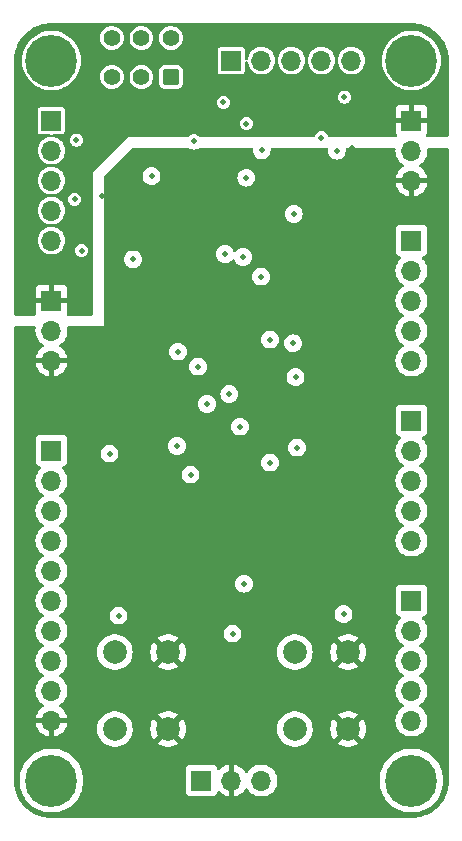
<source format=gbr>
%TF.GenerationSoftware,KiCad,Pcbnew,7.0.10-7.0.10~ubuntu22.04.1*%
%TF.CreationDate,2024-07-06T10:43:03+02:00*%
%TF.ProjectId,hardware,68617264-7761-4726-952e-6b696361645f,rev?*%
%TF.SameCoordinates,Original*%
%TF.FileFunction,Copper,L3,Inr*%
%TF.FilePolarity,Positive*%
%FSLAX46Y46*%
G04 Gerber Fmt 4.6, Leading zero omitted, Abs format (unit mm)*
G04 Created by KiCad (PCBNEW 7.0.10-7.0.10~ubuntu22.04.1) date 2024-07-06 10:43:03*
%MOMM*%
%LPD*%
G01*
G04 APERTURE LIST*
G04 Aperture macros list*
%AMRoundRect*
0 Rectangle with rounded corners*
0 $1 Rounding radius*
0 $2 $3 $4 $5 $6 $7 $8 $9 X,Y pos of 4 corners*
0 Add a 4 corners polygon primitive as box body*
4,1,4,$2,$3,$4,$5,$6,$7,$8,$9,$2,$3,0*
0 Add four circle primitives for the rounded corners*
1,1,$1+$1,$2,$3*
1,1,$1+$1,$4,$5*
1,1,$1+$1,$6,$7*
1,1,$1+$1,$8,$9*
0 Add four rect primitives between the rounded corners*
20,1,$1+$1,$2,$3,$4,$5,0*
20,1,$1+$1,$4,$5,$6,$7,0*
20,1,$1+$1,$6,$7,$8,$9,0*
20,1,$1+$1,$8,$9,$2,$3,0*%
G04 Aperture macros list end*
%TA.AperFunction,ComponentPad*%
%ADD10R,1.700000X1.700000*%
%TD*%
%TA.AperFunction,ComponentPad*%
%ADD11O,1.700000X1.700000*%
%TD*%
%TA.AperFunction,ComponentPad*%
%ADD12C,0.700000*%
%TD*%
%TA.AperFunction,ComponentPad*%
%ADD13C,4.400000*%
%TD*%
%TA.AperFunction,ComponentPad*%
%ADD14C,2.000000*%
%TD*%
%TA.AperFunction,ComponentPad*%
%ADD15RoundRect,0.250000X0.450000X0.450000X-0.450000X0.450000X-0.450000X-0.450000X0.450000X-0.450000X0*%
%TD*%
%TA.AperFunction,ComponentPad*%
%ADD16C,1.400000*%
%TD*%
%TA.AperFunction,ViaPad*%
%ADD17C,0.500000*%
%TD*%
G04 APERTURE END LIST*
D10*
%TO.N,+5V*%
%TO.C,J8*%
X124244000Y-100330000D03*
D11*
%TO.N,+3V3*%
X124244000Y-102870000D03*
%TO.N,GND*%
X124244000Y-105410000D03*
%TD*%
D10*
%TO.N,USART1_TX*%
%TO.C,J2*%
X136944000Y-140970000D03*
D11*
%TO.N,GND*%
X139484000Y-140970000D03*
%TO.N,USART1_RX*%
X142024000Y-140970000D03*
%TD*%
D12*
%TO.N,unconnected-(H1-Pad1)*%
%TO.C,H1*%
X153074000Y-80010000D03*
X153557274Y-78843274D03*
X153557274Y-81176726D03*
X154724000Y-78360000D03*
D13*
X154724000Y-80010000D03*
D12*
X154724000Y-81660000D03*
X155890726Y-78843274D03*
X155890726Y-81176726D03*
X156374000Y-80010000D03*
%TD*%
D10*
%TO.N,+3V3*%
%TO.C,J3*%
X124244000Y-113030000D03*
D11*
%TO.N,PA0*%
X124244000Y-115570000D03*
%TO.N,PA1*%
X124244000Y-118110000D03*
%TO.N,PA4*%
X124244000Y-120650000D03*
%TO.N,PA5*%
X124244000Y-123190000D03*
%TO.N,PA6*%
X124244000Y-125730000D03*
%TO.N,PA7*%
X124244000Y-128270000D03*
%TO.N,PB0*%
X124244000Y-130810000D03*
%TO.N,PB1*%
X124244000Y-133350000D03*
%TO.N,GND*%
X124244000Y-135890000D03*
%TD*%
D12*
%TO.N,unconnected-(H2-Pad1)*%
%TO.C,H2*%
X122594000Y-80010000D03*
X123077274Y-78843274D03*
X123077274Y-81176726D03*
X124244000Y-78360000D03*
D13*
X124244000Y-80010000D03*
D12*
X124244000Y-81660000D03*
X125410726Y-78843274D03*
X125410726Y-81176726D03*
X125894000Y-80010000D03*
%TD*%
D10*
%TO.N,PA10*%
%TO.C,J4*%
X154724000Y-110490000D03*
D11*
%TO.N,PA9*%
X154724000Y-113030000D03*
%TO.N,PA8*%
X154724000Y-115570000D03*
%TO.N,PB15*%
X154724000Y-118110000D03*
%TO.N,PB14*%
X154724000Y-120650000D03*
%TD*%
D10*
%TO.N,+5V*%
%TO.C,J9*%
X154724000Y-85090000D03*
D11*
%TO.N,+3V3*%
X154724000Y-87630000D03*
%TO.N,GND*%
X154724000Y-90170000D03*
%TD*%
D14*
%TO.N,NRST*%
%TO.C,SW1*%
X129614000Y-136600000D03*
X129614000Y-130100000D03*
%TO.N,GND*%
X134114000Y-136600000D03*
X134114000Y-130100000D03*
%TD*%
D10*
%TO.N,GND*%
%TO.C,J1*%
X139484000Y-80010000D03*
D11*
%TO.N,Net-(J1-Pin_2)*%
X142024000Y-80010000D03*
%TO.N,Net-(J1-Pin_3)*%
X144564000Y-80010000D03*
%TO.N,Net-(J1-Pin_4)*%
X147104000Y-80010000D03*
%TO.N,+3V3*%
X149644000Y-80010000D03*
%TD*%
D12*
%TO.N,unconnected-(H4-Pad1)*%
%TO.C,H4*%
X122594000Y-140970000D03*
X123077274Y-139803274D03*
X123077274Y-142136726D03*
X124244000Y-139320000D03*
D13*
X124244000Y-140970000D03*
D12*
X124244000Y-142620000D03*
X125410726Y-139803274D03*
X125410726Y-142136726D03*
X125894000Y-140970000D03*
%TD*%
D15*
%TO.N,+3V3*%
%TO.C,SW3*%
X134364000Y-81405000D03*
D16*
%TO.N,Net-(D5-A)*%
X131864000Y-81405000D03*
%TO.N,GND*%
X129364000Y-81405000D03*
%TO.N,N/C*%
X129364000Y-78105000D03*
X131864000Y-78105000D03*
X134364000Y-78105000D03*
%TD*%
D10*
%TO.N,PB5*%
%TO.C,J7*%
X124244000Y-85090000D03*
D11*
%TO.N,PB6*%
X124244000Y-87630000D03*
%TO.N,PB7*%
X124244000Y-90170000D03*
%TO.N,PB8*%
X124244000Y-92710000D03*
%TO.N,PB9*%
X124244000Y-95250000D03*
%TD*%
D14*
%TO.N,USER_BTN*%
%TO.C,SW2*%
X144854000Y-136600000D03*
X144854000Y-130100000D03*
%TO.N,GND*%
X149354000Y-136600000D03*
X149354000Y-130100000D03*
%TD*%
D10*
%TO.N,PB4*%
%TO.C,J5*%
X154724000Y-95250000D03*
D11*
%TO.N,PB3*%
X154724000Y-97790000D03*
%TO.N,PA15*%
X154724000Y-100330000D03*
%TO.N,PA12*%
X154724000Y-102870000D03*
%TO.N,PA11*%
X154724000Y-105410000D03*
%TD*%
D10*
%TO.N,PB13*%
%TO.C,J6*%
X154724000Y-125730000D03*
D11*
%TO.N,PB12*%
X154724000Y-128270000D03*
%TO.N,PB11*%
X154724000Y-130810000D03*
%TO.N,PB10*%
X154724000Y-133350000D03*
%TO.N,PB2*%
X154724000Y-135890000D03*
%TD*%
D12*
%TO.N,unconnected-(H3-Pad1)*%
%TO.C,H3*%
X153074000Y-140970000D03*
X153557274Y-139803274D03*
X153557274Y-142136726D03*
X154724000Y-139320000D03*
D13*
X154724000Y-140970000D03*
D12*
X154724000Y-142620000D03*
X155890726Y-139803274D03*
X155890726Y-142136726D03*
X156374000Y-140970000D03*
%TD*%
D17*
%TO.N,NRST*%
X137414000Y-109093000D03*
X138938000Y-96393000D03*
%TO.N,GND*%
X151550000Y-87800000D03*
X142750000Y-118650000D03*
X126746000Y-108331000D03*
X130100000Y-95800000D03*
X129286000Y-111760000D03*
X136950000Y-135500000D03*
X148250000Y-96350000D03*
X130429000Y-105918000D03*
X149150000Y-117150000D03*
X152400000Y-124600000D03*
X148400000Y-89950000D03*
X134050000Y-98450000D03*
X126550000Y-122000000D03*
X130810000Y-110236000D03*
X138350000Y-126200000D03*
X135550000Y-113950000D03*
X152200000Y-132100000D03*
X128550000Y-91450000D03*
X138200000Y-89950000D03*
X126350000Y-86750000D03*
X138250000Y-121600000D03*
X144050000Y-127750000D03*
X141732000Y-111887000D03*
X146431000Y-104902000D03*
X126100000Y-119950000D03*
X151150000Y-96550000D03*
X126200000Y-91750000D03*
X137414000Y-92837000D03*
X126800000Y-96100000D03*
X139450000Y-137400000D03*
X152850000Y-123250000D03*
X133900000Y-120550000D03*
X148100000Y-91000000D03*
X143200000Y-89800000D03*
X131350000Y-104900000D03*
X131650000Y-123850000D03*
X152650000Y-130000000D03*
X137750000Y-96900000D03*
X134150000Y-89900000D03*
X135650000Y-117250000D03*
X127127000Y-110109000D03*
X143550000Y-115800000D03*
X136525000Y-109728000D03*
X137668000Y-106045000D03*
X145800000Y-115750000D03*
X140250000Y-98400000D03*
X134500000Y-100350000D03*
X126150000Y-127550000D03*
X126600000Y-130000000D03*
X146850000Y-99200000D03*
X130700000Y-122350000D03*
X133750000Y-116900000D03*
X131100000Y-91500000D03*
X145800000Y-117100000D03*
X146150000Y-91100000D03*
X146650000Y-122550000D03*
X135750000Y-120600000D03*
X151750000Y-116350000D03*
X146500000Y-118600000D03*
X151250000Y-109500000D03*
X141250000Y-91750000D03*
X149050000Y-83100000D03*
X147100000Y-88850000D03*
X127050000Y-116900000D03*
X147200000Y-114250000D03*
X149650000Y-87400000D03*
X130048000Y-103886000D03*
X138250000Y-138650000D03*
X133096000Y-103378000D03*
X130800000Y-116650000D03*
X131950000Y-94850000D03*
X150100000Y-124200000D03*
X128150000Y-122950000D03*
X150200000Y-101850000D03*
X152150000Y-106700000D03*
X151250000Y-93000000D03*
X134100000Y-94400000D03*
X146100000Y-120000000D03*
X149700000Y-111650000D03*
X133900000Y-126900000D03*
X142240000Y-106553000D03*
X151800000Y-119650000D03*
X130600000Y-99550000D03*
X131350000Y-88900000D03*
X152450000Y-114700000D03*
X138800000Y-83550000D03*
X130600000Y-125500000D03*
X136250000Y-90350000D03*
X148550000Y-105850000D03*
X151550000Y-99150000D03*
%TO.N,USER_BTN*%
X140200000Y-111000000D03*
%TO.N,+3V3*%
X147100000Y-86550000D03*
X136300000Y-86800000D03*
X140750000Y-89925000D03*
X129921000Y-127000000D03*
X145034000Y-112776000D03*
X142050000Y-87625000D03*
X144750000Y-93000000D03*
X140750000Y-85350000D03*
X142748000Y-114046000D03*
X148971000Y-126873000D03*
X140550000Y-124300000D03*
X136652000Y-105918000D03*
X129159000Y-113284000D03*
X144700000Y-103950000D03*
X134950000Y-104650000D03*
X148400000Y-87650000D03*
%TO.N,BOOT*%
X131150000Y-96850000D03*
X132715000Y-89789000D03*
%TO.N,STATUS_LED*%
X139573000Y-128524000D03*
X139300000Y-108250000D03*
%TO.N,USART1_TX*%
X134874000Y-112649000D03*
%TO.N,USART1_RX*%
X136017000Y-115062000D03*
%TO.N,SWCLK*%
X141986000Y-98298000D03*
X142748000Y-103632000D03*
%TO.N,SWDIO*%
X140462000Y-96647000D03*
X144907000Y-106807000D03*
%TD*%
%TA.AperFunction,Conductor*%
%TO.N,+5V*%
G36*
X154727243Y-76835669D02*
G01*
X154857462Y-76842494D01*
X155056891Y-76853695D01*
X155069279Y-76855020D01*
X155224090Y-76879540D01*
X155225355Y-76879748D01*
X155397022Y-76908915D01*
X155408324Y-76911383D01*
X155564557Y-76953246D01*
X155566779Y-76953863D01*
X155729163Y-77000645D01*
X155739235Y-77004022D01*
X155892216Y-77062746D01*
X155895155Y-77063919D01*
X156049378Y-77127801D01*
X156058206Y-77131870D01*
X156205092Y-77206712D01*
X156208745Y-77208651D01*
X156353948Y-77288902D01*
X156361485Y-77293425D01*
X156500257Y-77383545D01*
X156504385Y-77386349D01*
X156639245Y-77482037D01*
X156645494Y-77486775D01*
X156702242Y-77532729D01*
X156774292Y-77591075D01*
X156778882Y-77594981D01*
X156901970Y-77704978D01*
X156907025Y-77709757D01*
X157024241Y-77826973D01*
X157029020Y-77832028D01*
X157139017Y-77955116D01*
X157142923Y-77959706D01*
X157223903Y-78059707D01*
X157239949Y-78079522D01*
X157247211Y-78088489D01*
X157251969Y-78094764D01*
X157347635Y-78229593D01*
X157350468Y-78233764D01*
X157390177Y-78294909D01*
X157440568Y-78372505D01*
X157445101Y-78380059D01*
X157525338Y-78525237D01*
X157527295Y-78528923D01*
X157602125Y-78675786D01*
X157606201Y-78684628D01*
X157670064Y-78838806D01*
X157671267Y-78841821D01*
X157729969Y-78994744D01*
X157733359Y-79004855D01*
X157780131Y-79167208D01*
X157780752Y-79169441D01*
X157822612Y-79325663D01*
X157825085Y-79336986D01*
X157854246Y-79508614D01*
X157854471Y-79509983D01*
X157855732Y-79517947D01*
X157859473Y-79541567D01*
X157861000Y-79560960D01*
X157861000Y-86363000D01*
X157841315Y-86430039D01*
X157788511Y-86475794D01*
X157737000Y-86487000D01*
X156036819Y-86487000D01*
X155969780Y-86467315D01*
X155924025Y-86414511D01*
X155914081Y-86345353D01*
X155937552Y-86288689D01*
X156017353Y-86182088D01*
X156017354Y-86182086D01*
X156067596Y-86047379D01*
X156067598Y-86047372D01*
X156073999Y-85987844D01*
X156074000Y-85987827D01*
X156074000Y-85340000D01*
X155157686Y-85340000D01*
X155183493Y-85299844D01*
X155224000Y-85161889D01*
X155224000Y-85018111D01*
X155183493Y-84880156D01*
X155157686Y-84840000D01*
X156074000Y-84840000D01*
X156074000Y-84192172D01*
X156073999Y-84192155D01*
X156067598Y-84132627D01*
X156067596Y-84132620D01*
X156017354Y-83997913D01*
X156017350Y-83997906D01*
X155931190Y-83882812D01*
X155931187Y-83882809D01*
X155816093Y-83796649D01*
X155816086Y-83796645D01*
X155681379Y-83746403D01*
X155681372Y-83746401D01*
X155621844Y-83740000D01*
X154974000Y-83740000D01*
X154974000Y-84654498D01*
X154866315Y-84605320D01*
X154759763Y-84590000D01*
X154688237Y-84590000D01*
X154581685Y-84605320D01*
X154474000Y-84654498D01*
X154474000Y-83740000D01*
X153826155Y-83740000D01*
X153766627Y-83746401D01*
X153766620Y-83746403D01*
X153631913Y-83796645D01*
X153631906Y-83796649D01*
X153516812Y-83882809D01*
X153516809Y-83882812D01*
X153430649Y-83997906D01*
X153430645Y-83997913D01*
X153380403Y-84132620D01*
X153380401Y-84132627D01*
X153374000Y-84192155D01*
X153374000Y-84840000D01*
X154290314Y-84840000D01*
X154264507Y-84880156D01*
X154224000Y-85018111D01*
X154224000Y-85161889D01*
X154264507Y-85299844D01*
X154290314Y-85340000D01*
X153374000Y-85340000D01*
X153374000Y-85987844D01*
X153380401Y-86047372D01*
X153380403Y-86047379D01*
X153430645Y-86182086D01*
X153430646Y-86182088D01*
X153510448Y-86288689D01*
X153534865Y-86354153D01*
X153520014Y-86422426D01*
X153470609Y-86471832D01*
X153411181Y-86487000D01*
X147752615Y-86487000D01*
X147685576Y-86467315D01*
X147639821Y-86414511D01*
X147638054Y-86410452D01*
X147580862Y-86272377D01*
X147580861Y-86272376D01*
X147580861Y-86272375D01*
X147492621Y-86157379D01*
X147377625Y-86069139D01*
X147377624Y-86069138D01*
X147377622Y-86069137D01*
X147243712Y-86013671D01*
X147243710Y-86013670D01*
X147243709Y-86013670D01*
X147171854Y-86004210D01*
X147100001Y-85994750D01*
X147099999Y-85994750D01*
X146956291Y-86013670D01*
X146956287Y-86013671D01*
X146822377Y-86069137D01*
X146707379Y-86157379D01*
X146619137Y-86272377D01*
X146561946Y-86410452D01*
X146518105Y-86464856D01*
X146451811Y-86486921D01*
X146447385Y-86487000D01*
X136814867Y-86487000D01*
X136747828Y-86467315D01*
X136716492Y-86438487D01*
X136692624Y-86407382D01*
X136692622Y-86407380D01*
X136692621Y-86407379D01*
X136577625Y-86319139D01*
X136577624Y-86319138D01*
X136577622Y-86319137D01*
X136443712Y-86263671D01*
X136443710Y-86263670D01*
X136443709Y-86263670D01*
X136371854Y-86254210D01*
X136300001Y-86244750D01*
X136299999Y-86244750D01*
X136156291Y-86263670D01*
X136156287Y-86263671D01*
X136022377Y-86319137D01*
X135907375Y-86407382D01*
X135883508Y-86438487D01*
X135827080Y-86479689D01*
X135785133Y-86487000D01*
X130682999Y-86487000D01*
X127762000Y-89407999D01*
X127762000Y-101476000D01*
X127742315Y-101543039D01*
X127689511Y-101588794D01*
X127638000Y-101600000D01*
X125649198Y-101600000D01*
X125582159Y-101580315D01*
X125536404Y-101527511D01*
X125526460Y-101458353D01*
X125535595Y-101430899D01*
X125534254Y-101430399D01*
X125587596Y-101287379D01*
X125587598Y-101287372D01*
X125593999Y-101227844D01*
X125594000Y-101227827D01*
X125594000Y-100580000D01*
X124677686Y-100580000D01*
X124703493Y-100539844D01*
X124744000Y-100401889D01*
X124744000Y-100258111D01*
X124703493Y-100120156D01*
X124677686Y-100080000D01*
X125594000Y-100080000D01*
X125594000Y-99432172D01*
X125593999Y-99432155D01*
X125587598Y-99372627D01*
X125587596Y-99372620D01*
X125537354Y-99237913D01*
X125537350Y-99237906D01*
X125451190Y-99122812D01*
X125451187Y-99122809D01*
X125336093Y-99036649D01*
X125336086Y-99036645D01*
X125201379Y-98986403D01*
X125201372Y-98986401D01*
X125141844Y-98980000D01*
X124494000Y-98980000D01*
X124494000Y-99894498D01*
X124386315Y-99845320D01*
X124279763Y-99830000D01*
X124208237Y-99830000D01*
X124101685Y-99845320D01*
X123994000Y-99894498D01*
X123994000Y-98980000D01*
X123346155Y-98980000D01*
X123286627Y-98986401D01*
X123286620Y-98986403D01*
X123151913Y-99036645D01*
X123151906Y-99036649D01*
X123036812Y-99122809D01*
X123036809Y-99122812D01*
X122950649Y-99237906D01*
X122950645Y-99237913D01*
X122900403Y-99372620D01*
X122900401Y-99372627D01*
X122894000Y-99432155D01*
X122894000Y-100080000D01*
X123810314Y-100080000D01*
X123784507Y-100120156D01*
X123744000Y-100258111D01*
X123744000Y-100401889D01*
X123784507Y-100539844D01*
X123810314Y-100580000D01*
X122894000Y-100580000D01*
X122894000Y-101227844D01*
X122900401Y-101287372D01*
X122900403Y-101287379D01*
X122953746Y-101430399D01*
X122950877Y-101431468D01*
X122962485Y-101484864D01*
X122938058Y-101550325D01*
X122882119Y-101592188D01*
X122838802Y-101600000D01*
X121193500Y-101600000D01*
X121126461Y-101580315D01*
X121080706Y-101527511D01*
X121069500Y-101476000D01*
X121069500Y-95250000D01*
X123088571Y-95250000D01*
X123108244Y-95462310D01*
X123152866Y-95619139D01*
X123166596Y-95667392D01*
X123166596Y-95667394D01*
X123261632Y-95858253D01*
X123364711Y-95994750D01*
X123390128Y-96028407D01*
X123547698Y-96172052D01*
X123728981Y-96284298D01*
X123927802Y-96361321D01*
X124137390Y-96400500D01*
X124137392Y-96400500D01*
X124350608Y-96400500D01*
X124350610Y-96400500D01*
X124560198Y-96361321D01*
X124759019Y-96284298D01*
X124940302Y-96172052D01*
X125019339Y-96100000D01*
X126244750Y-96100000D01*
X126263670Y-96243708D01*
X126263671Y-96243712D01*
X126319137Y-96377622D01*
X126319138Y-96377624D01*
X126319139Y-96377625D01*
X126407379Y-96492621D01*
X126522375Y-96580861D01*
X126656291Y-96636330D01*
X126783280Y-96653048D01*
X126799999Y-96655250D01*
X126800000Y-96655250D01*
X126800001Y-96655250D01*
X126814977Y-96653278D01*
X126943709Y-96636330D01*
X127077625Y-96580861D01*
X127192621Y-96492621D01*
X127280861Y-96377625D01*
X127336330Y-96243709D01*
X127355250Y-96100000D01*
X127336330Y-95956291D01*
X127295066Y-95856670D01*
X127280862Y-95822377D01*
X127280861Y-95822376D01*
X127280861Y-95822375D01*
X127192621Y-95707379D01*
X127077625Y-95619139D01*
X127077624Y-95619138D01*
X127077622Y-95619137D01*
X126943712Y-95563671D01*
X126943710Y-95563670D01*
X126943709Y-95563670D01*
X126871854Y-95554210D01*
X126800001Y-95544750D01*
X126799999Y-95544750D01*
X126656291Y-95563670D01*
X126656287Y-95563671D01*
X126522377Y-95619137D01*
X126407379Y-95707379D01*
X126319137Y-95822377D01*
X126263671Y-95956287D01*
X126263670Y-95956291D01*
X126244750Y-96099999D01*
X126244750Y-96100000D01*
X125019339Y-96100000D01*
X125097872Y-96028407D01*
X125226366Y-95858255D01*
X125244232Y-95822375D01*
X125321403Y-95667394D01*
X125321403Y-95667393D01*
X125321405Y-95667389D01*
X125379756Y-95462310D01*
X125399429Y-95250000D01*
X125379756Y-95037690D01*
X125321405Y-94832611D01*
X125321403Y-94832606D01*
X125321403Y-94832605D01*
X125226367Y-94641746D01*
X125097872Y-94471593D01*
X125082280Y-94457379D01*
X124940302Y-94327948D01*
X124759019Y-94215702D01*
X124759017Y-94215701D01*
X124659608Y-94177190D01*
X124560198Y-94138679D01*
X124363385Y-94101888D01*
X124301106Y-94070221D01*
X124265833Y-94009908D01*
X124268767Y-93940100D01*
X124308976Y-93882960D01*
X124363384Y-93858111D01*
X124560198Y-93821321D01*
X124759019Y-93744298D01*
X124940302Y-93632052D01*
X125097872Y-93488407D01*
X125226366Y-93318255D01*
X125321405Y-93127389D01*
X125379756Y-92922310D01*
X125399429Y-92710000D01*
X125379756Y-92497690D01*
X125321405Y-92292611D01*
X125321403Y-92292606D01*
X125321403Y-92292605D01*
X125226367Y-92101746D01*
X125097872Y-91931593D01*
X125056319Y-91893712D01*
X124940302Y-91787948D01*
X124879014Y-91750000D01*
X125644750Y-91750000D01*
X125663670Y-91893708D01*
X125663671Y-91893712D01*
X125719137Y-92027622D01*
X125719138Y-92027624D01*
X125719139Y-92027625D01*
X125807379Y-92142621D01*
X125922375Y-92230861D01*
X126056291Y-92286330D01*
X126183280Y-92303048D01*
X126199999Y-92305250D01*
X126200000Y-92305250D01*
X126200001Y-92305250D01*
X126214977Y-92303278D01*
X126343709Y-92286330D01*
X126477625Y-92230861D01*
X126592621Y-92142621D01*
X126680861Y-92027625D01*
X126736330Y-91893709D01*
X126755250Y-91750000D01*
X126736330Y-91606291D01*
X126699350Y-91517013D01*
X126680862Y-91472377D01*
X126680861Y-91472376D01*
X126680861Y-91472375D01*
X126592621Y-91357379D01*
X126477625Y-91269139D01*
X126477624Y-91269138D01*
X126477622Y-91269137D01*
X126343712Y-91213671D01*
X126343710Y-91213670D01*
X126343709Y-91213670D01*
X126271854Y-91204210D01*
X126200001Y-91194750D01*
X126199999Y-91194750D01*
X126056291Y-91213670D01*
X126056287Y-91213671D01*
X125922377Y-91269137D01*
X125807379Y-91357379D01*
X125719137Y-91472377D01*
X125663671Y-91606287D01*
X125663670Y-91606291D01*
X125644750Y-91749999D01*
X125644750Y-91750000D01*
X124879014Y-91750000D01*
X124759019Y-91675702D01*
X124759017Y-91675701D01*
X124579847Y-91606291D01*
X124560198Y-91598679D01*
X124363385Y-91561888D01*
X124301106Y-91530221D01*
X124265833Y-91469908D01*
X124268767Y-91400100D01*
X124308976Y-91342960D01*
X124363384Y-91318111D01*
X124560198Y-91281321D01*
X124759019Y-91204298D01*
X124940302Y-91092052D01*
X125097872Y-90948407D01*
X125226366Y-90778255D01*
X125226367Y-90778253D01*
X125321403Y-90587394D01*
X125321403Y-90587393D01*
X125321405Y-90587389D01*
X125379756Y-90382310D01*
X125399429Y-90170000D01*
X125379756Y-89957690D01*
X125321405Y-89752611D01*
X125321403Y-89752606D01*
X125321403Y-89752605D01*
X125226367Y-89561746D01*
X125097872Y-89391593D01*
X125086100Y-89380861D01*
X124940302Y-89247948D01*
X124759019Y-89135702D01*
X124759017Y-89135701D01*
X124659608Y-89097190D01*
X124560198Y-89058679D01*
X124363385Y-89021888D01*
X124301106Y-88990221D01*
X124265833Y-88929908D01*
X124268767Y-88860100D01*
X124308976Y-88802960D01*
X124363384Y-88778111D01*
X124560198Y-88741321D01*
X124759019Y-88664298D01*
X124940302Y-88552052D01*
X125097872Y-88408407D01*
X125226366Y-88238255D01*
X125264670Y-88161330D01*
X125321403Y-88047394D01*
X125321403Y-88047393D01*
X125321405Y-88047389D01*
X125379756Y-87842310D01*
X125399429Y-87630000D01*
X125379756Y-87417690D01*
X125321405Y-87212611D01*
X125321403Y-87212606D01*
X125321403Y-87212605D01*
X125226367Y-87021746D01*
X125097872Y-86851593D01*
X125090366Y-86844750D01*
X124986431Y-86750000D01*
X125794750Y-86750000D01*
X125813670Y-86893708D01*
X125813671Y-86893712D01*
X125869137Y-87027622D01*
X125869138Y-87027624D01*
X125869139Y-87027625D01*
X125957379Y-87142621D01*
X126072375Y-87230861D01*
X126072376Y-87230861D01*
X126072377Y-87230862D01*
X126117013Y-87249350D01*
X126206291Y-87286330D01*
X126333280Y-87303048D01*
X126349999Y-87305250D01*
X126350000Y-87305250D01*
X126350001Y-87305250D01*
X126364977Y-87303278D01*
X126493709Y-87286330D01*
X126627625Y-87230861D01*
X126742621Y-87142621D01*
X126830861Y-87027625D01*
X126886330Y-86893709D01*
X126905250Y-86750000D01*
X126886330Y-86606291D01*
X126830861Y-86472375D01*
X126742621Y-86357379D01*
X126627625Y-86269139D01*
X126627624Y-86269138D01*
X126627622Y-86269137D01*
X126493712Y-86213671D01*
X126493710Y-86213670D01*
X126493709Y-86213670D01*
X126421854Y-86204210D01*
X126350001Y-86194750D01*
X126349999Y-86194750D01*
X126206291Y-86213670D01*
X126206287Y-86213671D01*
X126072377Y-86269137D01*
X125957379Y-86357379D01*
X125869137Y-86472377D01*
X125813671Y-86606287D01*
X125813670Y-86606291D01*
X125794750Y-86749999D01*
X125794750Y-86750000D01*
X124986431Y-86750000D01*
X124940302Y-86707948D01*
X124759019Y-86595702D01*
X124759017Y-86595701D01*
X124659608Y-86557190D01*
X124560198Y-86518679D01*
X124387456Y-86486387D01*
X124325176Y-86454719D01*
X124289903Y-86394407D01*
X124292837Y-86324599D01*
X124333046Y-86267459D01*
X124397764Y-86241128D01*
X124410233Y-86240499D01*
X125138864Y-86240499D01*
X125138879Y-86240497D01*
X125138882Y-86240497D01*
X125163987Y-86237586D01*
X125163988Y-86237585D01*
X125163991Y-86237585D01*
X125266765Y-86192206D01*
X125346206Y-86112765D01*
X125391585Y-86009991D01*
X125394500Y-85984865D01*
X125394500Y-85350000D01*
X140194750Y-85350000D01*
X140213670Y-85493708D01*
X140213671Y-85493712D01*
X140269137Y-85627622D01*
X140269138Y-85627624D01*
X140269139Y-85627625D01*
X140357379Y-85742621D01*
X140472375Y-85830861D01*
X140606291Y-85886330D01*
X140733280Y-85903048D01*
X140749999Y-85905250D01*
X140750000Y-85905250D01*
X140750001Y-85905250D01*
X140764977Y-85903278D01*
X140893709Y-85886330D01*
X141027625Y-85830861D01*
X141142621Y-85742621D01*
X141230861Y-85627625D01*
X141286330Y-85493709D01*
X141305250Y-85350000D01*
X141303933Y-85340000D01*
X141303048Y-85333280D01*
X141286330Y-85206291D01*
X141230861Y-85072375D01*
X141142621Y-84957379D01*
X141027625Y-84869139D01*
X141027624Y-84869138D01*
X141027622Y-84869137D01*
X140893712Y-84813671D01*
X140893710Y-84813670D01*
X140893709Y-84813670D01*
X140821854Y-84804210D01*
X140750001Y-84794750D01*
X140749999Y-84794750D01*
X140606291Y-84813670D01*
X140606287Y-84813671D01*
X140472377Y-84869137D01*
X140357379Y-84957379D01*
X140269137Y-85072377D01*
X140213671Y-85206287D01*
X140213670Y-85206291D01*
X140194750Y-85349999D01*
X140194750Y-85350000D01*
X125394500Y-85350000D01*
X125394499Y-84195136D01*
X125394497Y-84195117D01*
X125391586Y-84170012D01*
X125391585Y-84170010D01*
X125391585Y-84170009D01*
X125346206Y-84067235D01*
X125266765Y-83987794D01*
X125266763Y-83987793D01*
X125163992Y-83942415D01*
X125138865Y-83939500D01*
X123349143Y-83939500D01*
X123349117Y-83939502D01*
X123324012Y-83942413D01*
X123324008Y-83942415D01*
X123221235Y-83987793D01*
X123141794Y-84067234D01*
X123096415Y-84170006D01*
X123096415Y-84170008D01*
X123093500Y-84195131D01*
X123093500Y-85984856D01*
X123093502Y-85984882D01*
X123096413Y-86009987D01*
X123096415Y-86009991D01*
X123141793Y-86112764D01*
X123141794Y-86112765D01*
X123221235Y-86192206D01*
X123324009Y-86237585D01*
X123349135Y-86240500D01*
X124077758Y-86240499D01*
X124144795Y-86260183D01*
X124190550Y-86312987D01*
X124200494Y-86382146D01*
X124171469Y-86445702D01*
X124112691Y-86483476D01*
X124100542Y-86486388D01*
X124044116Y-86496935D01*
X123927802Y-86518679D01*
X123927800Y-86518679D01*
X123927798Y-86518680D01*
X123728982Y-86595701D01*
X123728980Y-86595702D01*
X123547699Y-86707947D01*
X123390127Y-86851593D01*
X123261632Y-87021746D01*
X123166596Y-87212605D01*
X123166596Y-87212607D01*
X123128251Y-87347375D01*
X123108244Y-87417690D01*
X123088571Y-87630000D01*
X123108244Y-87842310D01*
X123165238Y-88042621D01*
X123166596Y-88047392D01*
X123166596Y-88047394D01*
X123261632Y-88238253D01*
X123304297Y-88294750D01*
X123390128Y-88408407D01*
X123547698Y-88552052D01*
X123728981Y-88664298D01*
X123927802Y-88741321D01*
X124124613Y-88778111D01*
X124186893Y-88809779D01*
X124222166Y-88870092D01*
X124219232Y-88939900D01*
X124179023Y-88997040D01*
X124124613Y-89021888D01*
X123927802Y-89058679D01*
X123927799Y-89058679D01*
X123927799Y-89058680D01*
X123728982Y-89135701D01*
X123728980Y-89135702D01*
X123547699Y-89247947D01*
X123390127Y-89391593D01*
X123261632Y-89561746D01*
X123166596Y-89752605D01*
X123166596Y-89752607D01*
X123108244Y-89957689D01*
X123088571Y-90169999D01*
X123088571Y-90170000D01*
X123108244Y-90382310D01*
X123166596Y-90587392D01*
X123166596Y-90587394D01*
X123261632Y-90778253D01*
X123387366Y-90944750D01*
X123390128Y-90948407D01*
X123547698Y-91092052D01*
X123728981Y-91204298D01*
X123927802Y-91281321D01*
X124124613Y-91318111D01*
X124186893Y-91349779D01*
X124222166Y-91410092D01*
X124219232Y-91479900D01*
X124179023Y-91537040D01*
X124124613Y-91561888D01*
X123927802Y-91598679D01*
X123927799Y-91598679D01*
X123927799Y-91598680D01*
X123728982Y-91675701D01*
X123728980Y-91675702D01*
X123547699Y-91787947D01*
X123390127Y-91931593D01*
X123261632Y-92101746D01*
X123166596Y-92292605D01*
X123166596Y-92292607D01*
X123108244Y-92497689D01*
X123088571Y-92709999D01*
X123088571Y-92710000D01*
X123108244Y-92922310D01*
X123166596Y-93127392D01*
X123166596Y-93127394D01*
X123261632Y-93318253D01*
X123261634Y-93318255D01*
X123390128Y-93488407D01*
X123547698Y-93632052D01*
X123728981Y-93744298D01*
X123927802Y-93821321D01*
X124124613Y-93858111D01*
X124186893Y-93889779D01*
X124222166Y-93950092D01*
X124219232Y-94019900D01*
X124179023Y-94077040D01*
X124124613Y-94101888D01*
X123927802Y-94138679D01*
X123927799Y-94138679D01*
X123927799Y-94138680D01*
X123728982Y-94215701D01*
X123728980Y-94215702D01*
X123547699Y-94327947D01*
X123390127Y-94471593D01*
X123261632Y-94641746D01*
X123166596Y-94832605D01*
X123166596Y-94832607D01*
X123131701Y-94955250D01*
X123108244Y-95037690D01*
X123088571Y-95250000D01*
X121069500Y-95250000D01*
X121069500Y-83550000D01*
X138244750Y-83550000D01*
X138263670Y-83693708D01*
X138263671Y-83693712D01*
X138319137Y-83827622D01*
X138319138Y-83827624D01*
X138319139Y-83827625D01*
X138407379Y-83942621D01*
X138522375Y-84030861D01*
X138656291Y-84086330D01*
X138783280Y-84103048D01*
X138799999Y-84105250D01*
X138800000Y-84105250D01*
X138800001Y-84105250D01*
X138814977Y-84103278D01*
X138943709Y-84086330D01*
X139077625Y-84030861D01*
X139192621Y-83942621D01*
X139280861Y-83827625D01*
X139336330Y-83693709D01*
X139355250Y-83550000D01*
X139336330Y-83406291D01*
X139280861Y-83272375D01*
X139192621Y-83157379D01*
X139117844Y-83100000D01*
X148494750Y-83100000D01*
X148513670Y-83243708D01*
X148513671Y-83243712D01*
X148569137Y-83377622D01*
X148569138Y-83377624D01*
X148569139Y-83377625D01*
X148657379Y-83492621D01*
X148772375Y-83580861D01*
X148906291Y-83636330D01*
X149033280Y-83653048D01*
X149049999Y-83655250D01*
X149050000Y-83655250D01*
X149050001Y-83655250D01*
X149064977Y-83653278D01*
X149193709Y-83636330D01*
X149327625Y-83580861D01*
X149442621Y-83492621D01*
X149530861Y-83377625D01*
X149586330Y-83243709D01*
X149605250Y-83100000D01*
X149586330Y-82956291D01*
X149530861Y-82822375D01*
X149442621Y-82707379D01*
X149327625Y-82619139D01*
X149327624Y-82619138D01*
X149327622Y-82619137D01*
X149193712Y-82563671D01*
X149193710Y-82563670D01*
X149193709Y-82563670D01*
X149121854Y-82554210D01*
X149050001Y-82544750D01*
X149049999Y-82544750D01*
X148906291Y-82563670D01*
X148906287Y-82563671D01*
X148772377Y-82619137D01*
X148657379Y-82707379D01*
X148569137Y-82822377D01*
X148513671Y-82956287D01*
X148513670Y-82956291D01*
X148494750Y-83099999D01*
X148494750Y-83100000D01*
X139117844Y-83100000D01*
X139077625Y-83069139D01*
X139077624Y-83069138D01*
X139077622Y-83069137D01*
X138943712Y-83013671D01*
X138943710Y-83013670D01*
X138943709Y-83013670D01*
X138871854Y-83004210D01*
X138800001Y-82994750D01*
X138799999Y-82994750D01*
X138656291Y-83013670D01*
X138656287Y-83013671D01*
X138522377Y-83069137D01*
X138407379Y-83157379D01*
X138319137Y-83272377D01*
X138263671Y-83406287D01*
X138263670Y-83406291D01*
X138244750Y-83549999D01*
X138244750Y-83550000D01*
X121069500Y-83550000D01*
X121069500Y-80013244D01*
X121069585Y-80010005D01*
X121738556Y-80010005D01*
X121758310Y-80324004D01*
X121758311Y-80324011D01*
X121786282Y-80470639D01*
X121805062Y-80569090D01*
X121817270Y-80633083D01*
X121914497Y-80932316D01*
X121914499Y-80932321D01*
X122048461Y-81217003D01*
X122048464Y-81217009D01*
X122217051Y-81482661D01*
X122217054Y-81482665D01*
X122417606Y-81725090D01*
X122417608Y-81725092D01*
X122646968Y-81940476D01*
X122646978Y-81940484D01*
X122901504Y-82125408D01*
X122901509Y-82125410D01*
X122901516Y-82125416D01*
X123177234Y-82276994D01*
X123177239Y-82276996D01*
X123177241Y-82276997D01*
X123177242Y-82276998D01*
X123469771Y-82392818D01*
X123469774Y-82392819D01*
X123774523Y-82471065D01*
X123774527Y-82471066D01*
X123840010Y-82479338D01*
X124086670Y-82510499D01*
X124086679Y-82510499D01*
X124086682Y-82510500D01*
X124086684Y-82510500D01*
X124401316Y-82510500D01*
X124401318Y-82510500D01*
X124401321Y-82510499D01*
X124401329Y-82510499D01*
X124587593Y-82486968D01*
X124713473Y-82471066D01*
X125018225Y-82392819D01*
X125153245Y-82339361D01*
X125310757Y-82276998D01*
X125310758Y-82276997D01*
X125310756Y-82276997D01*
X125310766Y-82276994D01*
X125586484Y-82125416D01*
X125841030Y-81940478D01*
X126070390Y-81725094D01*
X126270947Y-81482663D01*
X126320233Y-81405000D01*
X128358659Y-81405000D01*
X128377975Y-81601129D01*
X128377976Y-81601132D01*
X128415578Y-81725090D01*
X128435188Y-81789733D01*
X128528086Y-81963532D01*
X128528090Y-81963539D01*
X128653116Y-82115883D01*
X128805460Y-82240909D01*
X128805467Y-82240913D01*
X128979266Y-82333811D01*
X128979269Y-82333811D01*
X128979273Y-82333814D01*
X129167868Y-82391024D01*
X129364000Y-82410341D01*
X129560132Y-82391024D01*
X129748727Y-82333814D01*
X129922538Y-82240910D01*
X130074883Y-82115883D01*
X130199910Y-81963538D01*
X130292814Y-81789727D01*
X130350024Y-81601132D01*
X130369341Y-81405000D01*
X130858659Y-81405000D01*
X130877975Y-81601129D01*
X130877976Y-81601132D01*
X130915578Y-81725090D01*
X130935188Y-81789733D01*
X131028086Y-81963532D01*
X131028090Y-81963539D01*
X131153116Y-82115883D01*
X131305460Y-82240909D01*
X131305467Y-82240913D01*
X131479266Y-82333811D01*
X131479269Y-82333811D01*
X131479273Y-82333814D01*
X131667868Y-82391024D01*
X131864000Y-82410341D01*
X132060132Y-82391024D01*
X132248727Y-82333814D01*
X132422538Y-82240910D01*
X132574883Y-82115883D01*
X132699910Y-81963538D01*
X132734886Y-81898102D01*
X133363500Y-81898102D01*
X133369126Y-81944954D01*
X133374122Y-81986561D01*
X133429639Y-82127343D01*
X133521077Y-82247922D01*
X133641656Y-82339360D01*
X133641657Y-82339360D01*
X133641658Y-82339361D01*
X133782436Y-82394877D01*
X133870898Y-82405500D01*
X133870903Y-82405500D01*
X134857097Y-82405500D01*
X134857102Y-82405500D01*
X134945564Y-82394877D01*
X135086342Y-82339361D01*
X135206922Y-82247922D01*
X135298361Y-82127342D01*
X135353877Y-81986564D01*
X135364500Y-81898102D01*
X135364500Y-80911898D01*
X135363654Y-80904856D01*
X138333500Y-80904856D01*
X138333502Y-80904882D01*
X138336413Y-80929987D01*
X138336415Y-80929991D01*
X138381793Y-81032764D01*
X138381794Y-81032765D01*
X138461235Y-81112206D01*
X138564009Y-81157585D01*
X138589135Y-81160500D01*
X140378864Y-81160499D01*
X140378879Y-81160497D01*
X140378882Y-81160497D01*
X140403987Y-81157586D01*
X140403988Y-81157585D01*
X140403991Y-81157585D01*
X140506765Y-81112206D01*
X140586206Y-81032765D01*
X140631585Y-80929991D01*
X140634500Y-80904865D01*
X140634499Y-80166046D01*
X140654183Y-80099009D01*
X140706987Y-80053254D01*
X140776146Y-80043310D01*
X140839702Y-80072335D01*
X140877476Y-80131113D01*
X140881970Y-80154606D01*
X140888244Y-80222310D01*
X140940082Y-80404500D01*
X140946596Y-80427392D01*
X140946596Y-80427394D01*
X141041632Y-80618253D01*
X141170127Y-80788406D01*
X141170128Y-80788407D01*
X141327698Y-80932052D01*
X141508981Y-81044298D01*
X141707802Y-81121321D01*
X141917390Y-81160500D01*
X141917392Y-81160500D01*
X142130608Y-81160500D01*
X142130610Y-81160500D01*
X142340198Y-81121321D01*
X142539019Y-81044298D01*
X142720302Y-80932052D01*
X142877872Y-80788407D01*
X143006366Y-80618255D01*
X143034339Y-80562077D01*
X143101403Y-80427394D01*
X143101403Y-80427393D01*
X143101405Y-80427389D01*
X143159756Y-80222310D01*
X143170529Y-80106047D01*
X143196315Y-80041111D01*
X143238622Y-80010804D01*
X143347130Y-80010804D01*
X143383503Y-80031668D01*
X143415693Y-80093681D01*
X143417470Y-80106047D01*
X143428244Y-80222310D01*
X143480082Y-80404500D01*
X143486596Y-80427392D01*
X143486596Y-80427394D01*
X143581632Y-80618253D01*
X143710127Y-80788406D01*
X143710128Y-80788407D01*
X143867698Y-80932052D01*
X144048981Y-81044298D01*
X144247802Y-81121321D01*
X144457390Y-81160500D01*
X144457392Y-81160500D01*
X144670608Y-81160500D01*
X144670610Y-81160500D01*
X144880198Y-81121321D01*
X145079019Y-81044298D01*
X145260302Y-80932052D01*
X145417872Y-80788407D01*
X145546366Y-80618255D01*
X145574339Y-80562077D01*
X145641403Y-80427394D01*
X145641403Y-80427393D01*
X145641405Y-80427389D01*
X145699756Y-80222310D01*
X145710529Y-80106047D01*
X145736315Y-80041111D01*
X145778622Y-80010804D01*
X145887130Y-80010804D01*
X145923503Y-80031668D01*
X145955693Y-80093681D01*
X145957470Y-80106047D01*
X145968244Y-80222310D01*
X146020082Y-80404500D01*
X146026596Y-80427392D01*
X146026596Y-80427394D01*
X146121632Y-80618253D01*
X146250127Y-80788406D01*
X146250128Y-80788407D01*
X146407698Y-80932052D01*
X146588981Y-81044298D01*
X146787802Y-81121321D01*
X146997390Y-81160500D01*
X146997392Y-81160500D01*
X147210608Y-81160500D01*
X147210610Y-81160500D01*
X147420198Y-81121321D01*
X147619019Y-81044298D01*
X147800302Y-80932052D01*
X147957872Y-80788407D01*
X148086366Y-80618255D01*
X148114339Y-80562077D01*
X148181403Y-80427394D01*
X148181403Y-80427393D01*
X148181405Y-80427389D01*
X148239756Y-80222310D01*
X148250529Y-80106047D01*
X148276315Y-80041111D01*
X148318622Y-80010804D01*
X148427130Y-80010804D01*
X148463503Y-80031668D01*
X148495693Y-80093681D01*
X148497470Y-80106047D01*
X148508244Y-80222310D01*
X148560082Y-80404500D01*
X148566596Y-80427392D01*
X148566596Y-80427394D01*
X148661632Y-80618253D01*
X148790127Y-80788406D01*
X148790128Y-80788407D01*
X148947698Y-80932052D01*
X149128981Y-81044298D01*
X149327802Y-81121321D01*
X149537390Y-81160500D01*
X149537392Y-81160500D01*
X149750608Y-81160500D01*
X149750610Y-81160500D01*
X149960198Y-81121321D01*
X150159019Y-81044298D01*
X150340302Y-80932052D01*
X150497872Y-80788407D01*
X150626366Y-80618255D01*
X150654339Y-80562077D01*
X150721403Y-80427394D01*
X150721403Y-80427393D01*
X150721405Y-80427389D01*
X150779756Y-80222310D01*
X150799429Y-80010005D01*
X152218556Y-80010005D01*
X152238310Y-80324004D01*
X152238311Y-80324011D01*
X152266282Y-80470639D01*
X152285062Y-80569090D01*
X152297270Y-80633083D01*
X152394497Y-80932316D01*
X152394499Y-80932321D01*
X152528461Y-81217003D01*
X152528464Y-81217009D01*
X152697051Y-81482661D01*
X152697054Y-81482665D01*
X152897606Y-81725090D01*
X152897608Y-81725092D01*
X153126968Y-81940476D01*
X153126978Y-81940484D01*
X153381504Y-82125408D01*
X153381509Y-82125410D01*
X153381516Y-82125416D01*
X153657234Y-82276994D01*
X153657239Y-82276996D01*
X153657241Y-82276997D01*
X153657242Y-82276998D01*
X153949771Y-82392818D01*
X153949774Y-82392819D01*
X154254523Y-82471065D01*
X154254527Y-82471066D01*
X154320010Y-82479338D01*
X154566670Y-82510499D01*
X154566679Y-82510499D01*
X154566682Y-82510500D01*
X154566684Y-82510500D01*
X154881316Y-82510500D01*
X154881318Y-82510500D01*
X154881321Y-82510499D01*
X154881329Y-82510499D01*
X155067593Y-82486968D01*
X155193473Y-82471066D01*
X155498225Y-82392819D01*
X155633245Y-82339361D01*
X155790757Y-82276998D01*
X155790758Y-82276997D01*
X155790756Y-82276997D01*
X155790766Y-82276994D01*
X156066484Y-82125416D01*
X156321030Y-81940478D01*
X156550390Y-81725094D01*
X156750947Y-81482663D01*
X156919537Y-81217007D01*
X157053503Y-80932315D01*
X157150731Y-80633079D01*
X157209688Y-80324015D01*
X157216087Y-80222310D01*
X157229444Y-80010005D01*
X157229444Y-80009994D01*
X157209689Y-79695995D01*
X157209688Y-79695988D01*
X157209688Y-79695985D01*
X157150731Y-79386921D01*
X157053503Y-79087685D01*
X156919537Y-78802993D01*
X156866116Y-78718815D01*
X156750948Y-78537338D01*
X156750945Y-78537334D01*
X156550393Y-78294909D01*
X156550391Y-78294907D01*
X156321031Y-78079523D01*
X156321021Y-78079515D01*
X156066495Y-77894591D01*
X156066488Y-77894586D01*
X156066484Y-77894584D01*
X155790766Y-77743006D01*
X155790763Y-77743004D01*
X155790758Y-77743002D01*
X155790757Y-77743001D01*
X155498228Y-77627181D01*
X155498225Y-77627180D01*
X155193476Y-77548934D01*
X155193463Y-77548932D01*
X154881329Y-77509500D01*
X154881318Y-77509500D01*
X154566682Y-77509500D01*
X154566670Y-77509500D01*
X154254536Y-77548932D01*
X154254523Y-77548934D01*
X153949774Y-77627180D01*
X153949771Y-77627181D01*
X153657242Y-77743001D01*
X153657241Y-77743002D01*
X153381516Y-77894584D01*
X153381504Y-77894591D01*
X153126978Y-78079515D01*
X153126968Y-78079523D01*
X152897608Y-78294907D01*
X152897606Y-78294909D01*
X152697054Y-78537334D01*
X152697051Y-78537338D01*
X152528464Y-78802990D01*
X152528461Y-78802996D01*
X152394499Y-79087678D01*
X152394497Y-79087683D01*
X152297270Y-79386916D01*
X152238311Y-79695988D01*
X152238310Y-79695995D01*
X152218556Y-80009994D01*
X152218556Y-80010005D01*
X150799429Y-80010005D01*
X150799429Y-80010000D01*
X150799428Y-80009994D01*
X150795817Y-79971018D01*
X150779756Y-79797690D01*
X150721405Y-79592611D01*
X150721403Y-79592606D01*
X150721403Y-79592605D01*
X150626367Y-79401746D01*
X150497872Y-79231593D01*
X150370133Y-79115143D01*
X150340302Y-79087948D01*
X150159019Y-78975702D01*
X150159017Y-78975701D01*
X150059608Y-78937190D01*
X149960198Y-78898679D01*
X149750610Y-78859500D01*
X149537390Y-78859500D01*
X149327802Y-78898679D01*
X149327799Y-78898679D01*
X149327799Y-78898680D01*
X149128982Y-78975701D01*
X149128980Y-78975702D01*
X148947699Y-79087947D01*
X148790127Y-79231593D01*
X148661632Y-79401746D01*
X148566596Y-79592605D01*
X148566596Y-79592607D01*
X148508244Y-79797689D01*
X148497471Y-79913951D01*
X148471685Y-79978888D01*
X148427130Y-80010804D01*
X148318622Y-80010804D01*
X148320869Y-80009194D01*
X148284497Y-79988331D01*
X148252307Y-79926318D01*
X148250529Y-79913951D01*
X148247175Y-79877759D01*
X148239756Y-79797690D01*
X148181405Y-79592611D01*
X148181403Y-79592606D01*
X148181403Y-79592605D01*
X148086367Y-79401746D01*
X147957872Y-79231593D01*
X147830133Y-79115143D01*
X147800302Y-79087948D01*
X147619019Y-78975702D01*
X147619017Y-78975701D01*
X147519608Y-78937190D01*
X147420198Y-78898679D01*
X147210610Y-78859500D01*
X146997390Y-78859500D01*
X146787802Y-78898679D01*
X146787799Y-78898679D01*
X146787799Y-78898680D01*
X146588982Y-78975701D01*
X146588980Y-78975702D01*
X146407699Y-79087947D01*
X146250127Y-79231593D01*
X146121632Y-79401746D01*
X146026596Y-79592605D01*
X146026596Y-79592607D01*
X145968244Y-79797689D01*
X145957471Y-79913951D01*
X145931685Y-79978888D01*
X145887130Y-80010804D01*
X145778622Y-80010804D01*
X145780869Y-80009194D01*
X145744497Y-79988331D01*
X145712307Y-79926318D01*
X145710529Y-79913951D01*
X145707175Y-79877759D01*
X145699756Y-79797690D01*
X145641405Y-79592611D01*
X145641403Y-79592606D01*
X145641403Y-79592605D01*
X145546367Y-79401746D01*
X145417872Y-79231593D01*
X145290133Y-79115143D01*
X145260302Y-79087948D01*
X145079019Y-78975702D01*
X145079017Y-78975701D01*
X144979608Y-78937190D01*
X144880198Y-78898679D01*
X144670610Y-78859500D01*
X144457390Y-78859500D01*
X144247802Y-78898679D01*
X144247799Y-78898679D01*
X144247799Y-78898680D01*
X144048982Y-78975701D01*
X144048980Y-78975702D01*
X143867699Y-79087947D01*
X143710127Y-79231593D01*
X143581632Y-79401746D01*
X143486596Y-79592605D01*
X143486596Y-79592607D01*
X143428244Y-79797689D01*
X143417471Y-79913951D01*
X143391685Y-79978888D01*
X143347130Y-80010804D01*
X143238622Y-80010804D01*
X143240869Y-80009194D01*
X143204497Y-79988331D01*
X143172307Y-79926318D01*
X143170529Y-79913951D01*
X143167175Y-79877759D01*
X143159756Y-79797690D01*
X143101405Y-79592611D01*
X143101403Y-79592606D01*
X143101403Y-79592605D01*
X143006367Y-79401746D01*
X142877872Y-79231593D01*
X142750133Y-79115143D01*
X142720302Y-79087948D01*
X142539019Y-78975702D01*
X142539017Y-78975701D01*
X142439608Y-78937190D01*
X142340198Y-78898679D01*
X142130610Y-78859500D01*
X141917390Y-78859500D01*
X141707802Y-78898679D01*
X141707799Y-78898679D01*
X141707799Y-78898680D01*
X141508982Y-78975701D01*
X141508980Y-78975702D01*
X141327699Y-79087947D01*
X141170127Y-79231593D01*
X141041632Y-79401746D01*
X140946596Y-79592605D01*
X140946596Y-79592607D01*
X140888244Y-79797689D01*
X140881970Y-79865394D01*
X140856183Y-79930331D01*
X140799383Y-79971018D01*
X140729602Y-79974538D01*
X140668995Y-79939772D01*
X140636806Y-79877759D01*
X140634499Y-79853952D01*
X140634499Y-79115143D01*
X140634499Y-79115136D01*
X140631703Y-79091024D01*
X140631586Y-79090012D01*
X140631585Y-79090010D01*
X140631585Y-79090009D01*
X140586206Y-78987235D01*
X140506765Y-78907794D01*
X140486124Y-78898680D01*
X140403992Y-78862415D01*
X140378865Y-78859500D01*
X138589143Y-78859500D01*
X138589117Y-78859502D01*
X138564012Y-78862413D01*
X138564008Y-78862415D01*
X138461235Y-78907793D01*
X138381794Y-78987234D01*
X138336415Y-79090006D01*
X138336415Y-79090008D01*
X138333500Y-79115131D01*
X138333500Y-80904856D01*
X135363654Y-80904856D01*
X135353877Y-80823436D01*
X135298361Y-80682658D01*
X135298360Y-80682657D01*
X135298360Y-80682656D01*
X135206922Y-80562077D01*
X135086343Y-80470639D01*
X134945561Y-80415122D01*
X134899926Y-80409642D01*
X134857102Y-80404500D01*
X133870898Y-80404500D01*
X133831853Y-80409188D01*
X133782438Y-80415122D01*
X133641656Y-80470639D01*
X133521077Y-80562077D01*
X133429639Y-80682656D01*
X133374122Y-80823438D01*
X133371358Y-80846460D01*
X133363500Y-80911898D01*
X133363500Y-81898102D01*
X132734886Y-81898102D01*
X132792814Y-81789727D01*
X132850024Y-81601132D01*
X132869341Y-81405000D01*
X132850024Y-81208868D01*
X132792814Y-81020273D01*
X132792811Y-81020269D01*
X132792811Y-81020266D01*
X132699913Y-80846467D01*
X132699909Y-80846460D01*
X132574883Y-80694116D01*
X132422539Y-80569090D01*
X132422532Y-80569086D01*
X132248733Y-80476188D01*
X132248727Y-80476186D01*
X132060132Y-80418976D01*
X132060129Y-80418975D01*
X131864000Y-80399659D01*
X131667870Y-80418975D01*
X131479266Y-80476188D01*
X131305467Y-80569086D01*
X131305460Y-80569090D01*
X131153116Y-80694116D01*
X131028090Y-80846460D01*
X131028086Y-80846467D01*
X130935188Y-81020266D01*
X130877975Y-81208870D01*
X130858659Y-81405000D01*
X130369341Y-81405000D01*
X130350024Y-81208868D01*
X130292814Y-81020273D01*
X130292811Y-81020269D01*
X130292811Y-81020266D01*
X130199913Y-80846467D01*
X130199909Y-80846460D01*
X130074883Y-80694116D01*
X129922539Y-80569090D01*
X129922532Y-80569086D01*
X129748733Y-80476188D01*
X129748727Y-80476186D01*
X129560132Y-80418976D01*
X129560129Y-80418975D01*
X129364000Y-80399659D01*
X129167870Y-80418975D01*
X128979266Y-80476188D01*
X128805467Y-80569086D01*
X128805460Y-80569090D01*
X128653116Y-80694116D01*
X128528090Y-80846460D01*
X128528086Y-80846467D01*
X128435188Y-81020266D01*
X128377975Y-81208870D01*
X128358659Y-81405000D01*
X126320233Y-81405000D01*
X126439537Y-81217007D01*
X126573503Y-80932315D01*
X126670731Y-80633079D01*
X126729688Y-80324015D01*
X126736087Y-80222310D01*
X126749444Y-80010005D01*
X126749444Y-80009994D01*
X126729689Y-79695995D01*
X126729688Y-79695988D01*
X126729688Y-79695985D01*
X126670731Y-79386921D01*
X126573503Y-79087685D01*
X126439537Y-78802993D01*
X126386116Y-78718815D01*
X126270948Y-78537338D01*
X126270945Y-78537334D01*
X126070393Y-78294909D01*
X126070391Y-78294907D01*
X125868161Y-78105000D01*
X128358659Y-78105000D01*
X128377975Y-78301129D01*
X128435188Y-78489733D01*
X128528086Y-78663532D01*
X128528090Y-78663539D01*
X128653116Y-78815883D01*
X128805460Y-78940909D01*
X128805467Y-78940913D01*
X128979266Y-79033811D01*
X128979269Y-79033811D01*
X128979273Y-79033814D01*
X129167868Y-79091024D01*
X129364000Y-79110341D01*
X129560132Y-79091024D01*
X129748727Y-79033814D01*
X129802906Y-79004855D01*
X129922532Y-78940913D01*
X129922538Y-78940910D01*
X130074883Y-78815883D01*
X130199910Y-78663538D01*
X130273798Y-78525303D01*
X130292811Y-78489733D01*
X130292811Y-78489732D01*
X130292814Y-78489727D01*
X130350024Y-78301132D01*
X130369341Y-78105000D01*
X130858659Y-78105000D01*
X130877975Y-78301129D01*
X130935188Y-78489733D01*
X131028086Y-78663532D01*
X131028090Y-78663539D01*
X131153116Y-78815883D01*
X131305460Y-78940909D01*
X131305467Y-78940913D01*
X131479266Y-79033811D01*
X131479269Y-79033811D01*
X131479273Y-79033814D01*
X131667868Y-79091024D01*
X131864000Y-79110341D01*
X132060132Y-79091024D01*
X132248727Y-79033814D01*
X132302906Y-79004855D01*
X132422532Y-78940913D01*
X132422538Y-78940910D01*
X132574883Y-78815883D01*
X132699910Y-78663538D01*
X132773798Y-78525303D01*
X132792811Y-78489733D01*
X132792811Y-78489732D01*
X132792814Y-78489727D01*
X132850024Y-78301132D01*
X132869341Y-78105000D01*
X133358659Y-78105000D01*
X133377975Y-78301129D01*
X133435188Y-78489733D01*
X133528086Y-78663532D01*
X133528090Y-78663539D01*
X133653116Y-78815883D01*
X133805460Y-78940909D01*
X133805467Y-78940913D01*
X133979266Y-79033811D01*
X133979269Y-79033811D01*
X133979273Y-79033814D01*
X134167868Y-79091024D01*
X134364000Y-79110341D01*
X134560132Y-79091024D01*
X134748727Y-79033814D01*
X134802906Y-79004855D01*
X134922532Y-78940913D01*
X134922538Y-78940910D01*
X135074883Y-78815883D01*
X135199910Y-78663538D01*
X135273798Y-78525303D01*
X135292811Y-78489733D01*
X135292811Y-78489732D01*
X135292814Y-78489727D01*
X135350024Y-78301132D01*
X135369341Y-78105000D01*
X135350024Y-77908868D01*
X135292814Y-77720273D01*
X135292811Y-77720269D01*
X135292811Y-77720266D01*
X135199913Y-77546467D01*
X135199909Y-77546460D01*
X135074883Y-77394116D01*
X134922539Y-77269090D01*
X134922532Y-77269086D01*
X134748733Y-77176188D01*
X134748727Y-77176186D01*
X134622997Y-77138046D01*
X134560129Y-77118975D01*
X134364000Y-77099659D01*
X134167870Y-77118975D01*
X133979266Y-77176188D01*
X133805467Y-77269086D01*
X133805460Y-77269090D01*
X133653116Y-77394116D01*
X133528090Y-77546460D01*
X133528086Y-77546467D01*
X133435188Y-77720266D01*
X133377975Y-77908870D01*
X133358659Y-78105000D01*
X132869341Y-78105000D01*
X132850024Y-77908868D01*
X132792814Y-77720273D01*
X132792811Y-77720269D01*
X132792811Y-77720266D01*
X132699913Y-77546467D01*
X132699909Y-77546460D01*
X132574883Y-77394116D01*
X132422539Y-77269090D01*
X132422532Y-77269086D01*
X132248733Y-77176188D01*
X132248727Y-77176186D01*
X132122997Y-77138046D01*
X132060129Y-77118975D01*
X131864000Y-77099659D01*
X131667870Y-77118975D01*
X131479266Y-77176188D01*
X131305467Y-77269086D01*
X131305460Y-77269090D01*
X131153116Y-77394116D01*
X131028090Y-77546460D01*
X131028086Y-77546467D01*
X130935188Y-77720266D01*
X130877975Y-77908870D01*
X130858659Y-78105000D01*
X130369341Y-78105000D01*
X130350024Y-77908868D01*
X130292814Y-77720273D01*
X130292811Y-77720269D01*
X130292811Y-77720266D01*
X130199913Y-77546467D01*
X130199909Y-77546460D01*
X130074883Y-77394116D01*
X129922539Y-77269090D01*
X129922532Y-77269086D01*
X129748733Y-77176188D01*
X129748727Y-77176186D01*
X129622997Y-77138046D01*
X129560129Y-77118975D01*
X129364000Y-77099659D01*
X129167870Y-77118975D01*
X128979266Y-77176188D01*
X128805467Y-77269086D01*
X128805460Y-77269090D01*
X128653116Y-77394116D01*
X128528090Y-77546460D01*
X128528086Y-77546467D01*
X128435188Y-77720266D01*
X128377975Y-77908870D01*
X128358659Y-78105000D01*
X125868161Y-78105000D01*
X125841031Y-78079523D01*
X125841021Y-78079515D01*
X125586495Y-77894591D01*
X125586488Y-77894586D01*
X125586484Y-77894584D01*
X125310766Y-77743006D01*
X125310763Y-77743004D01*
X125310758Y-77743002D01*
X125310757Y-77743001D01*
X125018228Y-77627181D01*
X125018225Y-77627180D01*
X124713476Y-77548934D01*
X124713463Y-77548932D01*
X124401329Y-77509500D01*
X124401318Y-77509500D01*
X124086682Y-77509500D01*
X124086670Y-77509500D01*
X123774536Y-77548932D01*
X123774523Y-77548934D01*
X123469774Y-77627180D01*
X123469771Y-77627181D01*
X123177242Y-77743001D01*
X123177241Y-77743002D01*
X122901516Y-77894584D01*
X122901504Y-77894591D01*
X122646978Y-78079515D01*
X122646968Y-78079523D01*
X122417608Y-78294907D01*
X122417606Y-78294909D01*
X122217054Y-78537334D01*
X122217051Y-78537338D01*
X122048464Y-78802990D01*
X122048461Y-78802996D01*
X121914499Y-79087678D01*
X121914497Y-79087683D01*
X121817270Y-79386916D01*
X121758311Y-79695988D01*
X121758310Y-79695995D01*
X121738556Y-80009994D01*
X121738556Y-80010005D01*
X121069585Y-80010005D01*
X121069670Y-80006755D01*
X121076483Y-79876749D01*
X121087695Y-79677104D01*
X121089020Y-79664724D01*
X121113549Y-79509851D01*
X121113752Y-79508618D01*
X121113753Y-79508614D01*
X121142916Y-79336968D01*
X121145381Y-79325684D01*
X121187265Y-79169371D01*
X121187847Y-79167276D01*
X121234649Y-79004822D01*
X121238017Y-78994777D01*
X121296767Y-78841728D01*
X121297897Y-78838896D01*
X121361809Y-78684601D01*
X121365860Y-78675812D01*
X121440737Y-78528857D01*
X121442624Y-78525303D01*
X121522916Y-78380025D01*
X121527409Y-78372538D01*
X121617575Y-78233696D01*
X121620317Y-78229658D01*
X121716059Y-78094723D01*
X121720751Y-78088535D01*
X121825088Y-77959690D01*
X121828981Y-77955116D01*
X121883075Y-77894584D01*
X121938994Y-77832010D01*
X121943722Y-77827009D01*
X122061009Y-77709722D01*
X122066010Y-77704994D01*
X122189116Y-77594981D01*
X122193690Y-77591088D01*
X122322535Y-77486751D01*
X122328723Y-77482059D01*
X122463658Y-77386317D01*
X122467696Y-77383575D01*
X122606538Y-77293409D01*
X122614025Y-77288916D01*
X122759303Y-77208624D01*
X122762857Y-77206737D01*
X122909812Y-77131860D01*
X122918601Y-77127809D01*
X123072896Y-77063897D01*
X123075728Y-77062767D01*
X123228777Y-77004017D01*
X123238822Y-77000649D01*
X123401276Y-76953847D01*
X123403371Y-76953265D01*
X123559684Y-76911381D01*
X123570968Y-76908916D01*
X123742700Y-76879738D01*
X123743840Y-76879551D01*
X123898724Y-76855020D01*
X123911104Y-76853695D01*
X124110603Y-76842490D01*
X124240756Y-76835669D01*
X124247245Y-76835500D01*
X154720755Y-76835500D01*
X154727243Y-76835669D01*
G37*
%TD.AperFunction*%
%TD*%
%TA.AperFunction,Conductor*%
%TO.N,GND*%
G36*
X135836317Y-87395005D02*
G01*
X135972310Y-87480456D01*
X136093621Y-87522904D01*
X136131943Y-87536314D01*
X136299997Y-87555249D01*
X136300000Y-87555249D01*
X136300003Y-87555249D01*
X136468056Y-87536314D01*
X136468059Y-87536313D01*
X136627690Y-87480456D01*
X136763682Y-87395005D01*
X136829654Y-87376000D01*
X141184050Y-87376000D01*
X141251089Y-87395685D01*
X141296844Y-87448489D01*
X141307270Y-87513883D01*
X141294751Y-87624996D01*
X141294751Y-87625002D01*
X141313685Y-87793056D01*
X141369545Y-87952694D01*
X141369547Y-87952697D01*
X141459518Y-88095884D01*
X141459523Y-88095890D01*
X141579109Y-88215476D01*
X141579115Y-88215481D01*
X141722302Y-88305452D01*
X141722305Y-88305454D01*
X141722309Y-88305455D01*
X141722310Y-88305456D01*
X141793745Y-88330452D01*
X141881943Y-88361314D01*
X142049997Y-88380249D01*
X142050000Y-88380249D01*
X142050003Y-88380249D01*
X142218056Y-88361314D01*
X142218059Y-88361313D01*
X142377690Y-88305456D01*
X142377692Y-88305454D01*
X142377694Y-88305454D01*
X142377697Y-88305452D01*
X142520884Y-88215481D01*
X142520885Y-88215480D01*
X142520890Y-88215477D01*
X142640477Y-88095890D01*
X142641876Y-88093664D01*
X142730452Y-87952697D01*
X142730454Y-87952694D01*
X142730454Y-87952692D01*
X142730456Y-87952690D01*
X142786313Y-87793059D01*
X142786313Y-87793058D01*
X142786314Y-87793056D01*
X142805249Y-87625002D01*
X142805249Y-87624996D01*
X142792730Y-87513883D01*
X142804785Y-87445061D01*
X142852134Y-87393682D01*
X142915950Y-87376000D01*
X147536867Y-87376000D01*
X147603906Y-87395685D01*
X147649661Y-87448489D01*
X147660087Y-87513883D01*
X147644751Y-87649996D01*
X147644751Y-87650002D01*
X147663685Y-87818056D01*
X147719545Y-87977694D01*
X147719547Y-87977697D01*
X147809518Y-88120884D01*
X147809523Y-88120890D01*
X147929109Y-88240476D01*
X147929115Y-88240481D01*
X148072302Y-88330452D01*
X148072305Y-88330454D01*
X148072309Y-88330455D01*
X148072310Y-88330456D01*
X148144913Y-88355860D01*
X148231943Y-88386314D01*
X148399997Y-88405249D01*
X148400000Y-88405249D01*
X148400003Y-88405249D01*
X148568056Y-88386314D01*
X148639502Y-88361314D01*
X148727690Y-88330456D01*
X148727692Y-88330454D01*
X148727694Y-88330454D01*
X148727697Y-88330452D01*
X148870884Y-88240481D01*
X148870885Y-88240480D01*
X148870890Y-88240477D01*
X148990477Y-88120890D01*
X149006186Y-88095890D01*
X149080452Y-87977697D01*
X149080454Y-87977694D01*
X149080454Y-87977692D01*
X149080456Y-87977690D01*
X149136313Y-87818059D01*
X149136313Y-87818058D01*
X149136314Y-87818056D01*
X149155249Y-87650002D01*
X149155249Y-87649996D01*
X149139913Y-87513883D01*
X149151968Y-87445061D01*
X149199317Y-87393682D01*
X149263133Y-87376000D01*
X153255241Y-87376000D01*
X153322280Y-87395685D01*
X153368035Y-87448489D01*
X153378769Y-87510807D01*
X153368341Y-87629998D01*
X153368341Y-87630000D01*
X153388936Y-87865403D01*
X153388938Y-87865413D01*
X153450094Y-88093655D01*
X153450096Y-88093659D01*
X153450097Y-88093663D01*
X153506900Y-88215477D01*
X153549965Y-88307830D01*
X153549967Y-88307834D01*
X153685501Y-88501395D01*
X153685506Y-88501402D01*
X153852597Y-88668493D01*
X153852603Y-88668498D01*
X154038594Y-88798730D01*
X154082219Y-88853307D01*
X154089413Y-88922805D01*
X154057890Y-88985160D01*
X154038595Y-89001880D01*
X153852922Y-89131890D01*
X153852920Y-89131891D01*
X153685891Y-89298920D01*
X153685886Y-89298926D01*
X153550400Y-89492420D01*
X153550399Y-89492422D01*
X153450570Y-89706507D01*
X153450567Y-89706513D01*
X153393364Y-89919999D01*
X153393364Y-89920000D01*
X154290314Y-89920000D01*
X154264507Y-89960156D01*
X154224000Y-90098111D01*
X154224000Y-90241889D01*
X154264507Y-90379844D01*
X154290314Y-90420000D01*
X153393364Y-90420000D01*
X153450567Y-90633486D01*
X153450570Y-90633492D01*
X153550399Y-90847578D01*
X153685894Y-91041082D01*
X153852917Y-91208105D01*
X154046421Y-91343600D01*
X154260507Y-91443429D01*
X154260516Y-91443433D01*
X154474000Y-91500634D01*
X154474000Y-90605501D01*
X154581685Y-90654680D01*
X154688237Y-90670000D01*
X154759763Y-90670000D01*
X154866315Y-90654680D01*
X154974000Y-90605501D01*
X154974000Y-91500633D01*
X155187483Y-91443433D01*
X155187492Y-91443429D01*
X155401578Y-91343600D01*
X155595082Y-91208105D01*
X155762105Y-91041082D01*
X155897600Y-90847578D01*
X155997429Y-90633492D01*
X155997432Y-90633486D01*
X156054636Y-90420000D01*
X155157686Y-90420000D01*
X155183493Y-90379844D01*
X155224000Y-90241889D01*
X155224000Y-90098111D01*
X155183493Y-89960156D01*
X155157686Y-89920000D01*
X156054636Y-89920000D01*
X156054635Y-89919999D01*
X155997432Y-89706513D01*
X155997429Y-89706507D01*
X155897600Y-89492422D01*
X155897599Y-89492420D01*
X155762113Y-89298926D01*
X155762108Y-89298920D01*
X155595078Y-89131890D01*
X155409405Y-89001879D01*
X155365780Y-88947302D01*
X155358588Y-88877804D01*
X155390110Y-88815449D01*
X155409406Y-88798730D01*
X155595401Y-88668495D01*
X155762495Y-88501401D01*
X155898035Y-88307830D01*
X155997903Y-88093663D01*
X156059063Y-87865408D01*
X156079659Y-87630000D01*
X156073119Y-87555249D01*
X156069231Y-87510807D01*
X156082998Y-87442307D01*
X156131613Y-87392124D01*
X156192759Y-87376000D01*
X157737000Y-87376000D01*
X157804039Y-87395685D01*
X157849794Y-87448489D01*
X157861000Y-87500000D01*
X157861000Y-141419039D01*
X157859473Y-141438433D01*
X157856900Y-141454680D01*
X157854473Y-141470003D01*
X157854248Y-141471372D01*
X157825085Y-141643013D01*
X157822612Y-141654336D01*
X157780752Y-141810557D01*
X157780131Y-141812790D01*
X157733359Y-141975143D01*
X157729969Y-141985254D01*
X157671267Y-142138177D01*
X157670064Y-142141192D01*
X157606201Y-142295370D01*
X157602125Y-142304212D01*
X157527295Y-142451075D01*
X157525338Y-142454761D01*
X157445101Y-142599939D01*
X157440568Y-142607493D01*
X157350484Y-142746211D01*
X157347618Y-142750431D01*
X157251974Y-142885228D01*
X157247211Y-142891509D01*
X157142923Y-143020292D01*
X157139017Y-143024882D01*
X157029020Y-143147970D01*
X157024241Y-143153025D01*
X156907025Y-143270241D01*
X156901970Y-143275020D01*
X156778882Y-143385017D01*
X156774292Y-143388923D01*
X156645509Y-143493211D01*
X156639228Y-143497974D01*
X156504431Y-143593618D01*
X156500211Y-143596484D01*
X156361493Y-143686568D01*
X156353939Y-143691101D01*
X156208761Y-143771338D01*
X156205075Y-143773295D01*
X156058212Y-143848125D01*
X156049370Y-143852201D01*
X155895192Y-143916064D01*
X155892177Y-143917267D01*
X155739254Y-143975969D01*
X155729143Y-143979359D01*
X155566790Y-144026131D01*
X155564557Y-144026752D01*
X155408336Y-144068612D01*
X155397012Y-144071085D01*
X155225380Y-144100246D01*
X155224009Y-144100471D01*
X155069309Y-144124974D01*
X155056863Y-144126306D01*
X154857436Y-144137506D01*
X154856973Y-144137531D01*
X154727244Y-144144330D01*
X154720754Y-144144500D01*
X124247246Y-144144500D01*
X124240756Y-144144330D01*
X124111025Y-144137531D01*
X124110562Y-144137506D01*
X123911135Y-144126306D01*
X123898689Y-144124974D01*
X123743989Y-144100471D01*
X123742618Y-144100246D01*
X123570986Y-144071085D01*
X123559662Y-144068612D01*
X123403441Y-144026752D01*
X123401208Y-144026131D01*
X123238855Y-143979359D01*
X123228744Y-143975969D01*
X123075821Y-143917267D01*
X123072806Y-143916064D01*
X122918628Y-143852201D01*
X122909786Y-143848125D01*
X122762923Y-143773295D01*
X122759237Y-143771338D01*
X122614059Y-143691101D01*
X122606505Y-143686568D01*
X122558988Y-143655710D01*
X122467764Y-143596468D01*
X122463593Y-143593635D01*
X122328764Y-143497969D01*
X122322489Y-143493211D01*
X122193706Y-143388923D01*
X122189116Y-143385017D01*
X122066028Y-143275020D01*
X122060973Y-143270241D01*
X121943757Y-143153025D01*
X121938978Y-143147970D01*
X121828981Y-143024882D01*
X121825075Y-143020292D01*
X121766729Y-142948242D01*
X121720775Y-142891494D01*
X121716037Y-142885245D01*
X121620349Y-142750385D01*
X121617545Y-142746257D01*
X121527425Y-142607485D01*
X121522897Y-142599939D01*
X121442660Y-142454761D01*
X121440703Y-142451075D01*
X121421621Y-142413625D01*
X121365870Y-142304206D01*
X121361797Y-142295370D01*
X121348719Y-142263797D01*
X121297919Y-142141155D01*
X121296746Y-142138216D01*
X121238022Y-141985235D01*
X121234645Y-141975163D01*
X121187863Y-141812779D01*
X121187246Y-141810557D01*
X121182544Y-141793008D01*
X121145383Y-141654324D01*
X121142915Y-141643022D01*
X121113748Y-141471355D01*
X121113527Y-141470009D01*
X121089020Y-141315279D01*
X121087695Y-141302891D01*
X121076481Y-141103220D01*
X121069669Y-140973243D01*
X121069585Y-140970000D01*
X121538564Y-140970000D01*
X121558289Y-141296099D01*
X121617178Y-141617452D01*
X121714366Y-141929342D01*
X121714370Y-141929354D01*
X121714373Y-141929361D01*
X121848455Y-142227279D01*
X121983745Y-142451075D01*
X122017473Y-142506868D01*
X122218954Y-142764039D01*
X122449960Y-142995045D01*
X122707131Y-143196526D01*
X122707134Y-143196528D01*
X122707137Y-143196530D01*
X122986721Y-143365545D01*
X123284639Y-143499627D01*
X123284652Y-143499631D01*
X123284657Y-143499633D01*
X123586268Y-143593618D01*
X123596547Y-143596821D01*
X123917896Y-143655710D01*
X124244000Y-143675436D01*
X124570104Y-143655710D01*
X124891453Y-143596821D01*
X125203361Y-143499627D01*
X125501279Y-143365545D01*
X125780863Y-143196530D01*
X126038036Y-142995048D01*
X126269048Y-142764036D01*
X126470530Y-142506863D01*
X126639545Y-142227279D01*
X126773627Y-141929361D01*
X126792788Y-141867870D01*
X135593500Y-141867870D01*
X135593501Y-141867876D01*
X135599908Y-141927483D01*
X135650202Y-142062328D01*
X135650206Y-142062335D01*
X135736452Y-142177544D01*
X135736455Y-142177547D01*
X135851664Y-142263793D01*
X135851671Y-142263797D01*
X135986517Y-142314091D01*
X135986516Y-142314091D01*
X135993444Y-142314835D01*
X136046127Y-142320500D01*
X137841872Y-142320499D01*
X137901483Y-142314091D01*
X138036331Y-142263796D01*
X138151546Y-142177546D01*
X138237796Y-142062331D01*
X138287002Y-141930401D01*
X138328872Y-141874468D01*
X138394337Y-141850050D01*
X138462610Y-141864901D01*
X138490865Y-141886053D01*
X138612917Y-142008105D01*
X138806421Y-142143600D01*
X139020507Y-142243429D01*
X139020516Y-142243433D01*
X139234000Y-142300634D01*
X139234000Y-141405501D01*
X139341685Y-141454680D01*
X139448237Y-141470000D01*
X139519763Y-141470000D01*
X139626315Y-141454680D01*
X139734000Y-141405501D01*
X139734000Y-142300633D01*
X139947483Y-142243433D01*
X139947492Y-142243429D01*
X140161578Y-142143600D01*
X140355082Y-142008105D01*
X140522105Y-141841082D01*
X140652119Y-141655405D01*
X140706696Y-141611781D01*
X140776195Y-141604588D01*
X140838549Y-141636110D01*
X140855269Y-141655405D01*
X140985505Y-141841401D01*
X141152599Y-142008495D01*
X141249384Y-142076265D01*
X141346165Y-142144032D01*
X141346167Y-142144033D01*
X141346170Y-142144035D01*
X141560337Y-142243903D01*
X141788592Y-142305063D01*
X141965034Y-142320500D01*
X142023999Y-142325659D01*
X142024000Y-142325659D01*
X142024001Y-142325659D01*
X142082966Y-142320500D01*
X142259408Y-142305063D01*
X142487663Y-142243903D01*
X142701830Y-142144035D01*
X142895401Y-142008495D01*
X143062495Y-141841401D01*
X143198035Y-141647830D01*
X143297903Y-141433663D01*
X143359063Y-141205408D01*
X143379659Y-140970000D01*
X152018564Y-140970000D01*
X152038289Y-141296099D01*
X152097178Y-141617452D01*
X152194366Y-141929342D01*
X152194370Y-141929354D01*
X152194373Y-141929361D01*
X152328455Y-142227279D01*
X152463745Y-142451075D01*
X152497473Y-142506868D01*
X152698954Y-142764039D01*
X152929960Y-142995045D01*
X153187131Y-143196526D01*
X153187134Y-143196528D01*
X153187137Y-143196530D01*
X153466721Y-143365545D01*
X153764639Y-143499627D01*
X153764652Y-143499631D01*
X153764657Y-143499633D01*
X154066268Y-143593618D01*
X154076547Y-143596821D01*
X154397896Y-143655710D01*
X154724000Y-143675436D01*
X155050104Y-143655710D01*
X155371453Y-143596821D01*
X155683361Y-143499627D01*
X155981279Y-143365545D01*
X156260863Y-143196530D01*
X156518036Y-142995048D01*
X156749048Y-142764036D01*
X156950530Y-142506863D01*
X157119545Y-142227279D01*
X157253627Y-141929361D01*
X157350821Y-141617453D01*
X157409710Y-141296104D01*
X157429436Y-140970000D01*
X157409710Y-140643896D01*
X157350821Y-140322547D01*
X157281138Y-140098926D01*
X157253633Y-140010657D01*
X157253631Y-140010652D01*
X157253627Y-140010639D01*
X157119545Y-139712721D01*
X156950530Y-139433137D01*
X156950528Y-139433134D01*
X156950526Y-139433131D01*
X156749045Y-139175960D01*
X156518039Y-138944954D01*
X156260868Y-138743473D01*
X156253306Y-138738901D01*
X155981279Y-138574455D01*
X155683361Y-138440373D01*
X155683354Y-138440370D01*
X155683342Y-138440366D01*
X155371452Y-138343178D01*
X155050099Y-138284289D01*
X154724000Y-138264564D01*
X154397900Y-138284289D01*
X154076547Y-138343178D01*
X153764657Y-138440366D01*
X153764641Y-138440372D01*
X153764639Y-138440373D01*
X153574933Y-138525752D01*
X153466725Y-138574453D01*
X153466723Y-138574454D01*
X153187131Y-138743473D01*
X152929960Y-138944954D01*
X152698954Y-139175960D01*
X152497473Y-139433131D01*
X152387928Y-139614341D01*
X152338221Y-139696567D01*
X152328454Y-139712723D01*
X152328453Y-139712725D01*
X152290990Y-139795964D01*
X152229989Y-139931505D01*
X152194372Y-140010642D01*
X152194366Y-140010657D01*
X152097178Y-140322547D01*
X152038289Y-140643900D01*
X152018564Y-140970000D01*
X143379659Y-140970000D01*
X143359063Y-140734592D01*
X143297903Y-140506337D01*
X143198035Y-140292171D01*
X143192731Y-140284595D01*
X143062494Y-140098597D01*
X142895402Y-139931506D01*
X142895395Y-139931501D01*
X142701834Y-139795967D01*
X142701830Y-139795965D01*
X142701828Y-139795964D01*
X142487663Y-139696097D01*
X142487659Y-139696096D01*
X142487655Y-139696094D01*
X142259413Y-139634938D01*
X142259403Y-139634936D01*
X142024001Y-139614341D01*
X142023999Y-139614341D01*
X141788596Y-139634936D01*
X141788586Y-139634938D01*
X141560344Y-139696094D01*
X141560335Y-139696098D01*
X141346171Y-139795964D01*
X141346169Y-139795965D01*
X141152597Y-139931505D01*
X140985508Y-140098594D01*
X140855269Y-140284595D01*
X140800692Y-140328219D01*
X140731193Y-140335412D01*
X140668839Y-140303890D01*
X140652119Y-140284594D01*
X140522113Y-140098926D01*
X140522108Y-140098920D01*
X140355082Y-139931894D01*
X140161578Y-139796399D01*
X139947492Y-139696570D01*
X139947486Y-139696567D01*
X139734000Y-139639364D01*
X139734000Y-140534498D01*
X139626315Y-140485320D01*
X139519763Y-140470000D01*
X139448237Y-140470000D01*
X139341685Y-140485320D01*
X139234000Y-140534498D01*
X139234000Y-139639364D01*
X139233999Y-139639364D01*
X139020513Y-139696567D01*
X139020507Y-139696570D01*
X138806422Y-139796399D01*
X138806420Y-139796400D01*
X138612926Y-139931886D01*
X138490865Y-140053947D01*
X138429542Y-140087431D01*
X138359850Y-140082447D01*
X138303917Y-140040575D01*
X138287002Y-140009598D01*
X138237797Y-139877671D01*
X138237793Y-139877664D01*
X138151547Y-139762455D01*
X138151544Y-139762452D01*
X138036335Y-139676206D01*
X138036328Y-139676202D01*
X137901482Y-139625908D01*
X137901483Y-139625908D01*
X137841883Y-139619501D01*
X137841881Y-139619500D01*
X137841873Y-139619500D01*
X137841864Y-139619500D01*
X136046129Y-139619500D01*
X136046123Y-139619501D01*
X135986516Y-139625908D01*
X135851671Y-139676202D01*
X135851664Y-139676206D01*
X135736455Y-139762452D01*
X135736452Y-139762455D01*
X135650206Y-139877664D01*
X135650202Y-139877671D01*
X135599908Y-140012517D01*
X135593501Y-140072116D01*
X135593500Y-140072135D01*
X135593500Y-141867870D01*
X126792788Y-141867870D01*
X126870821Y-141617453D01*
X126929710Y-141296104D01*
X126949436Y-140970000D01*
X126929710Y-140643896D01*
X126870821Y-140322547D01*
X126801138Y-140098926D01*
X126773633Y-140010657D01*
X126773631Y-140010652D01*
X126773627Y-140010639D01*
X126639545Y-139712721D01*
X126470530Y-139433137D01*
X126470528Y-139433134D01*
X126470526Y-139433131D01*
X126269045Y-139175960D01*
X126038039Y-138944954D01*
X125780868Y-138743473D01*
X125773306Y-138738901D01*
X125501279Y-138574455D01*
X125203361Y-138440373D01*
X125203354Y-138440370D01*
X125203342Y-138440366D01*
X124891452Y-138343178D01*
X124570099Y-138284289D01*
X124244000Y-138264564D01*
X123917900Y-138284289D01*
X123596547Y-138343178D01*
X123284657Y-138440366D01*
X123284641Y-138440372D01*
X123284639Y-138440373D01*
X123094933Y-138525752D01*
X122986725Y-138574453D01*
X122986723Y-138574454D01*
X122707131Y-138743473D01*
X122449960Y-138944954D01*
X122218954Y-139175960D01*
X122017473Y-139433131D01*
X121907928Y-139614341D01*
X121858221Y-139696567D01*
X121848454Y-139712723D01*
X121848453Y-139712725D01*
X121810990Y-139795964D01*
X121749989Y-139931505D01*
X121714372Y-140010642D01*
X121714366Y-140010657D01*
X121617178Y-140322547D01*
X121558289Y-140643900D01*
X121538564Y-140970000D01*
X121069585Y-140970000D01*
X121069500Y-140966755D01*
X121069500Y-133350000D01*
X122888341Y-133350000D01*
X122908936Y-133585403D01*
X122908938Y-133585413D01*
X122970094Y-133813655D01*
X122970096Y-133813659D01*
X122970097Y-133813663D01*
X123069965Y-134027830D01*
X123069967Y-134027834D01*
X123205501Y-134221395D01*
X123205506Y-134221402D01*
X123372597Y-134388493D01*
X123372603Y-134388498D01*
X123558594Y-134518730D01*
X123602219Y-134573307D01*
X123609413Y-134642805D01*
X123577890Y-134705160D01*
X123558595Y-134721880D01*
X123372922Y-134851890D01*
X123372920Y-134851891D01*
X123205891Y-135018920D01*
X123205886Y-135018926D01*
X123070400Y-135212420D01*
X123070399Y-135212422D01*
X122970570Y-135426507D01*
X122970567Y-135426513D01*
X122913364Y-135639999D01*
X122913364Y-135640000D01*
X123810314Y-135640000D01*
X123784507Y-135680156D01*
X123744000Y-135818111D01*
X123744000Y-135961889D01*
X123784507Y-136099844D01*
X123810314Y-136140000D01*
X122913364Y-136140000D01*
X122970567Y-136353486D01*
X122970570Y-136353492D01*
X123070399Y-136567578D01*
X123205894Y-136761082D01*
X123372917Y-136928105D01*
X123566421Y-137063600D01*
X123780507Y-137163429D01*
X123780516Y-137163433D01*
X123994000Y-137220634D01*
X123994000Y-136325501D01*
X124101685Y-136374680D01*
X124208237Y-136390000D01*
X124279763Y-136390000D01*
X124386315Y-136374680D01*
X124494000Y-136325501D01*
X124494000Y-137220633D01*
X124707483Y-137163433D01*
X124707492Y-137163429D01*
X124921578Y-137063600D01*
X125115082Y-136928105D01*
X125282105Y-136761082D01*
X125394894Y-136600005D01*
X128108357Y-136600005D01*
X128128890Y-136847812D01*
X128128892Y-136847824D01*
X128189936Y-137088881D01*
X128289826Y-137316606D01*
X128425833Y-137524782D01*
X128425836Y-137524785D01*
X128594256Y-137707738D01*
X128790491Y-137860474D01*
X128790493Y-137860475D01*
X129008332Y-137978364D01*
X129009190Y-137978828D01*
X129228141Y-138053994D01*
X129242964Y-138059083D01*
X129244386Y-138059571D01*
X129489665Y-138100500D01*
X129738335Y-138100500D01*
X129983614Y-138059571D01*
X130218810Y-137978828D01*
X130437509Y-137860474D01*
X130633744Y-137707738D01*
X130802164Y-137524785D01*
X130938173Y-137316607D01*
X131038063Y-137088881D01*
X131099108Y-136847821D01*
X131106269Y-136761401D01*
X131119643Y-136600005D01*
X132608859Y-136600005D01*
X132629385Y-136847729D01*
X132629387Y-136847738D01*
X132690412Y-137088717D01*
X132790266Y-137316364D01*
X132890564Y-137469882D01*
X133588070Y-136772376D01*
X133590884Y-136785915D01*
X133660442Y-136920156D01*
X133763638Y-137030652D01*
X133892819Y-137109209D01*
X133944002Y-137123549D01*
X133243942Y-137823609D01*
X133290768Y-137860055D01*
X133290770Y-137860056D01*
X133509385Y-137978364D01*
X133509396Y-137978369D01*
X133744506Y-138059083D01*
X133989707Y-138100000D01*
X134238293Y-138100000D01*
X134483493Y-138059083D01*
X134718603Y-137978369D01*
X134718614Y-137978364D01*
X134937228Y-137860057D01*
X134937231Y-137860055D01*
X134984056Y-137823609D01*
X134285568Y-137125121D01*
X134402458Y-137074349D01*
X134519739Y-136978934D01*
X134606928Y-136855415D01*
X134637354Y-136769802D01*
X135337434Y-137469882D01*
X135437731Y-137316369D01*
X135537587Y-137088717D01*
X135598612Y-136847738D01*
X135598614Y-136847729D01*
X135619141Y-136600005D01*
X143348357Y-136600005D01*
X143368890Y-136847812D01*
X143368892Y-136847824D01*
X143429936Y-137088881D01*
X143529826Y-137316606D01*
X143665833Y-137524782D01*
X143665836Y-137524785D01*
X143834256Y-137707738D01*
X144030491Y-137860474D01*
X144030493Y-137860475D01*
X144248332Y-137978364D01*
X144249190Y-137978828D01*
X144468141Y-138053994D01*
X144482964Y-138059083D01*
X144484386Y-138059571D01*
X144729665Y-138100500D01*
X144978335Y-138100500D01*
X145223614Y-138059571D01*
X145458810Y-137978828D01*
X145677509Y-137860474D01*
X145873744Y-137707738D01*
X146042164Y-137524785D01*
X146178173Y-137316607D01*
X146278063Y-137088881D01*
X146339108Y-136847821D01*
X146346269Y-136761401D01*
X146359643Y-136600005D01*
X147848859Y-136600005D01*
X147869385Y-136847729D01*
X147869387Y-136847738D01*
X147930412Y-137088717D01*
X148030266Y-137316364D01*
X148130564Y-137469882D01*
X148828070Y-136772376D01*
X148830884Y-136785915D01*
X148900442Y-136920156D01*
X149003638Y-137030652D01*
X149132819Y-137109209D01*
X149184002Y-137123549D01*
X148483942Y-137823609D01*
X148530768Y-137860055D01*
X148530770Y-137860056D01*
X148749385Y-137978364D01*
X148749396Y-137978369D01*
X148984506Y-138059083D01*
X149229707Y-138100000D01*
X149478293Y-138100000D01*
X149723493Y-138059083D01*
X149958603Y-137978369D01*
X149958614Y-137978364D01*
X150177228Y-137860057D01*
X150177231Y-137860055D01*
X150224056Y-137823609D01*
X149525568Y-137125121D01*
X149642458Y-137074349D01*
X149759739Y-136978934D01*
X149846928Y-136855415D01*
X149877354Y-136769802D01*
X150577434Y-137469882D01*
X150677731Y-137316369D01*
X150777587Y-137088717D01*
X150838612Y-136847738D01*
X150838614Y-136847729D01*
X150859141Y-136600005D01*
X150859141Y-136599994D01*
X150838614Y-136352270D01*
X150838612Y-136352261D01*
X150777587Y-136111282D01*
X150680525Y-135890000D01*
X153368341Y-135890000D01*
X153388936Y-136125403D01*
X153388938Y-136125413D01*
X153450094Y-136353655D01*
X153450096Y-136353659D01*
X153450097Y-136353663D01*
X153512295Y-136487047D01*
X153549965Y-136567830D01*
X153549967Y-136567834D01*
X153651581Y-136712953D01*
X153685505Y-136761401D01*
X153852599Y-136928495D01*
X153924633Y-136978934D01*
X154046165Y-137064032D01*
X154046167Y-137064033D01*
X154046170Y-137064035D01*
X154260337Y-137163903D01*
X154488592Y-137225063D01*
X154676918Y-137241539D01*
X154723999Y-137245659D01*
X154724000Y-137245659D01*
X154724001Y-137245659D01*
X154763234Y-137242226D01*
X154959408Y-137225063D01*
X155187663Y-137163903D01*
X155401830Y-137064035D01*
X155595401Y-136928495D01*
X155762495Y-136761401D01*
X155898035Y-136567830D01*
X155997903Y-136353663D01*
X156059063Y-136125408D01*
X156079659Y-135890000D01*
X156059063Y-135654592D01*
X155997903Y-135426337D01*
X155898035Y-135212171D01*
X155819493Y-135100000D01*
X155762494Y-135018597D01*
X155595402Y-134851506D01*
X155595396Y-134851501D01*
X155409842Y-134721575D01*
X155366217Y-134666998D01*
X155359023Y-134597500D01*
X155390546Y-134535145D01*
X155409842Y-134518425D01*
X155432026Y-134502891D01*
X155595401Y-134388495D01*
X155762495Y-134221401D01*
X155898035Y-134027830D01*
X155997903Y-133813663D01*
X156059063Y-133585408D01*
X156079659Y-133350000D01*
X156059063Y-133114592D01*
X155997903Y-132886337D01*
X155898035Y-132672171D01*
X155762495Y-132478599D01*
X155762494Y-132478597D01*
X155595402Y-132311506D01*
X155595396Y-132311501D01*
X155409842Y-132181575D01*
X155366217Y-132126998D01*
X155359023Y-132057500D01*
X155390546Y-131995145D01*
X155409842Y-131978425D01*
X155432026Y-131962891D01*
X155595401Y-131848495D01*
X155762495Y-131681401D01*
X155898035Y-131487830D01*
X155997903Y-131273663D01*
X156059063Y-131045408D01*
X156079659Y-130810000D01*
X156059063Y-130574592D01*
X156012626Y-130401285D01*
X155997905Y-130346344D01*
X155997904Y-130346343D01*
X155997903Y-130346337D01*
X155898035Y-130132171D01*
X155875513Y-130100005D01*
X155762494Y-129938597D01*
X155595402Y-129771506D01*
X155595396Y-129771501D01*
X155409842Y-129641575D01*
X155366217Y-129586998D01*
X155359023Y-129517500D01*
X155390546Y-129455145D01*
X155409842Y-129438425D01*
X155488097Y-129383630D01*
X155595401Y-129308495D01*
X155762495Y-129141401D01*
X155898035Y-128947830D01*
X155997903Y-128733663D01*
X156059063Y-128505408D01*
X156079659Y-128270000D01*
X156059063Y-128034592D01*
X156007873Y-127843545D01*
X155997905Y-127806344D01*
X155997904Y-127806343D01*
X155997903Y-127806337D01*
X155898035Y-127592171D01*
X155896848Y-127590476D01*
X155762496Y-127398600D01*
X155707780Y-127343884D01*
X155640567Y-127276671D01*
X155607084Y-127215351D01*
X155612068Y-127145659D01*
X155653939Y-127089725D01*
X155684915Y-127072810D01*
X155816331Y-127023796D01*
X155931546Y-126937546D01*
X156017796Y-126822331D01*
X156068091Y-126687483D01*
X156074500Y-126627873D01*
X156074499Y-124832128D01*
X156068091Y-124772517D01*
X156067484Y-124770890D01*
X156017797Y-124637671D01*
X156017793Y-124637664D01*
X155931547Y-124522455D01*
X155931544Y-124522452D01*
X155816335Y-124436206D01*
X155816328Y-124436202D01*
X155681482Y-124385908D01*
X155681483Y-124385908D01*
X155621883Y-124379501D01*
X155621881Y-124379500D01*
X155621873Y-124379500D01*
X155621864Y-124379500D01*
X153826129Y-124379500D01*
X153826123Y-124379501D01*
X153766516Y-124385908D01*
X153631671Y-124436202D01*
X153631664Y-124436206D01*
X153516455Y-124522452D01*
X153516452Y-124522455D01*
X153430206Y-124637664D01*
X153430202Y-124637671D01*
X153379908Y-124772517D01*
X153373501Y-124832116D01*
X153373501Y-124832123D01*
X153373500Y-124832135D01*
X153373500Y-126627870D01*
X153373501Y-126627876D01*
X153379908Y-126687483D01*
X153430202Y-126822328D01*
X153430206Y-126822335D01*
X153516452Y-126937544D01*
X153516455Y-126937547D01*
X153631664Y-127023793D01*
X153631671Y-127023797D01*
X153763081Y-127072810D01*
X153819015Y-127114681D01*
X153843432Y-127180145D01*
X153828580Y-127248418D01*
X153807430Y-127276673D01*
X153685503Y-127398600D01*
X153549965Y-127592169D01*
X153549964Y-127592171D01*
X153450098Y-127806335D01*
X153450094Y-127806344D01*
X153388938Y-128034586D01*
X153388936Y-128034596D01*
X153368341Y-128269999D01*
X153368341Y-128270000D01*
X153388936Y-128505403D01*
X153388938Y-128505413D01*
X153450094Y-128733655D01*
X153450096Y-128733659D01*
X153450097Y-128733663D01*
X153516652Y-128876390D01*
X153549965Y-128947830D01*
X153549967Y-128947834D01*
X153685501Y-129141395D01*
X153685506Y-129141402D01*
X153852597Y-129308493D01*
X153852603Y-129308498D01*
X154038158Y-129438425D01*
X154081783Y-129493002D01*
X154088977Y-129562500D01*
X154057454Y-129624855D01*
X154038158Y-129641575D01*
X153852597Y-129771505D01*
X153685505Y-129938597D01*
X153549965Y-130132169D01*
X153549964Y-130132171D01*
X153450098Y-130346335D01*
X153450094Y-130346344D01*
X153388938Y-130574586D01*
X153388936Y-130574596D01*
X153368341Y-130809999D01*
X153368341Y-130810000D01*
X153388936Y-131045403D01*
X153388938Y-131045413D01*
X153450094Y-131273655D01*
X153450096Y-131273659D01*
X153450097Y-131273663D01*
X153545551Y-131478364D01*
X153549965Y-131487830D01*
X153549967Y-131487834D01*
X153685501Y-131681395D01*
X153685506Y-131681402D01*
X153852597Y-131848493D01*
X153852603Y-131848498D01*
X154038158Y-131978425D01*
X154081783Y-132033002D01*
X154088977Y-132102500D01*
X154057454Y-132164855D01*
X154038158Y-132181575D01*
X153852597Y-132311505D01*
X153685505Y-132478597D01*
X153549965Y-132672169D01*
X153549964Y-132672171D01*
X153450098Y-132886335D01*
X153450094Y-132886344D01*
X153388938Y-133114586D01*
X153388936Y-133114596D01*
X153368341Y-133349999D01*
X153368341Y-133350000D01*
X153388936Y-133585403D01*
X153388938Y-133585413D01*
X153450094Y-133813655D01*
X153450096Y-133813659D01*
X153450097Y-133813663D01*
X153549965Y-134027830D01*
X153549967Y-134027834D01*
X153685501Y-134221395D01*
X153685506Y-134221402D01*
X153852597Y-134388493D01*
X153852603Y-134388498D01*
X154038158Y-134518425D01*
X154081783Y-134573002D01*
X154088977Y-134642500D01*
X154057454Y-134704855D01*
X154038158Y-134721575D01*
X153852597Y-134851505D01*
X153685505Y-135018597D01*
X153549965Y-135212169D01*
X153549964Y-135212171D01*
X153450098Y-135426335D01*
X153450094Y-135426344D01*
X153388938Y-135654586D01*
X153388936Y-135654596D01*
X153368341Y-135889999D01*
X153368341Y-135890000D01*
X150680525Y-135890000D01*
X150677731Y-135883630D01*
X150577434Y-135730116D01*
X149879929Y-136427622D01*
X149877116Y-136414085D01*
X149807558Y-136279844D01*
X149704362Y-136169348D01*
X149575181Y-136090791D01*
X149523997Y-136076450D01*
X150224057Y-135376390D01*
X150224056Y-135376389D01*
X150177229Y-135339943D01*
X149958614Y-135221635D01*
X149958603Y-135221630D01*
X149723493Y-135140916D01*
X149478293Y-135100000D01*
X149229707Y-135100000D01*
X148984506Y-135140916D01*
X148749396Y-135221630D01*
X148749390Y-135221632D01*
X148530761Y-135339949D01*
X148483942Y-135376388D01*
X148483942Y-135376390D01*
X149182431Y-136074878D01*
X149065542Y-136125651D01*
X148948261Y-136221066D01*
X148861072Y-136344585D01*
X148830645Y-136430197D01*
X148130564Y-135730116D01*
X148030267Y-135883632D01*
X147930412Y-136111282D01*
X147869387Y-136352261D01*
X147869385Y-136352270D01*
X147848859Y-136599994D01*
X147848859Y-136600005D01*
X146359643Y-136600005D01*
X146359643Y-136599994D01*
X146339109Y-136352187D01*
X146339107Y-136352175D01*
X146278063Y-136111118D01*
X146178173Y-135883393D01*
X146042166Y-135675217D01*
X146009745Y-135639999D01*
X145873744Y-135492262D01*
X145677509Y-135339526D01*
X145677507Y-135339525D01*
X145677506Y-135339524D01*
X145458811Y-135221172D01*
X145458802Y-135221169D01*
X145223616Y-135140429D01*
X144978335Y-135099500D01*
X144729665Y-135099500D01*
X144484383Y-135140429D01*
X144249197Y-135221169D01*
X144249188Y-135221172D01*
X144030493Y-135339524D01*
X143834257Y-135492261D01*
X143665833Y-135675217D01*
X143529826Y-135883393D01*
X143429936Y-136111118D01*
X143368892Y-136352175D01*
X143368890Y-136352187D01*
X143348357Y-136599994D01*
X143348357Y-136600005D01*
X135619141Y-136600005D01*
X135619141Y-136599994D01*
X135598614Y-136352270D01*
X135598612Y-136352261D01*
X135537587Y-136111282D01*
X135437731Y-135883630D01*
X135337434Y-135730116D01*
X134639929Y-136427622D01*
X134637116Y-136414085D01*
X134567558Y-136279844D01*
X134464362Y-136169348D01*
X134335181Y-136090791D01*
X134283997Y-136076450D01*
X134984057Y-135376390D01*
X134984056Y-135376389D01*
X134937229Y-135339943D01*
X134718614Y-135221635D01*
X134718603Y-135221630D01*
X134483493Y-135140916D01*
X134238293Y-135100000D01*
X133989707Y-135100000D01*
X133744506Y-135140916D01*
X133509396Y-135221630D01*
X133509390Y-135221632D01*
X133290761Y-135339949D01*
X133243942Y-135376388D01*
X133243942Y-135376390D01*
X133942431Y-136074878D01*
X133825542Y-136125651D01*
X133708261Y-136221066D01*
X133621072Y-136344585D01*
X133590645Y-136430197D01*
X132890564Y-135730116D01*
X132790267Y-135883632D01*
X132690412Y-136111282D01*
X132629387Y-136352261D01*
X132629385Y-136352270D01*
X132608859Y-136599994D01*
X132608859Y-136600005D01*
X131119643Y-136600005D01*
X131119643Y-136599994D01*
X131099109Y-136352187D01*
X131099107Y-136352175D01*
X131038063Y-136111118D01*
X130938173Y-135883393D01*
X130802166Y-135675217D01*
X130769745Y-135639999D01*
X130633744Y-135492262D01*
X130437509Y-135339526D01*
X130437507Y-135339525D01*
X130437506Y-135339524D01*
X130218811Y-135221172D01*
X130218802Y-135221169D01*
X129983616Y-135140429D01*
X129738335Y-135099500D01*
X129489665Y-135099500D01*
X129244383Y-135140429D01*
X129009197Y-135221169D01*
X129009188Y-135221172D01*
X128790493Y-135339524D01*
X128594257Y-135492261D01*
X128425833Y-135675217D01*
X128289826Y-135883393D01*
X128189936Y-136111118D01*
X128128892Y-136352175D01*
X128128890Y-136352187D01*
X128108357Y-136599994D01*
X128108357Y-136600005D01*
X125394894Y-136600005D01*
X125417600Y-136567578D01*
X125517429Y-136353492D01*
X125517432Y-136353486D01*
X125574636Y-136140000D01*
X124677686Y-136140000D01*
X124703493Y-136099844D01*
X124744000Y-135961889D01*
X124744000Y-135818111D01*
X124703493Y-135680156D01*
X124677686Y-135640000D01*
X125574636Y-135640000D01*
X125574635Y-135639999D01*
X125517432Y-135426513D01*
X125517429Y-135426507D01*
X125417600Y-135212422D01*
X125417599Y-135212420D01*
X125282113Y-135018926D01*
X125282108Y-135018920D01*
X125115078Y-134851890D01*
X124929405Y-134721879D01*
X124885780Y-134667302D01*
X124878588Y-134597804D01*
X124910110Y-134535449D01*
X124929406Y-134518730D01*
X124929842Y-134518425D01*
X125115401Y-134388495D01*
X125282495Y-134221401D01*
X125418035Y-134027830D01*
X125517903Y-133813663D01*
X125579063Y-133585408D01*
X125599659Y-133350000D01*
X125579063Y-133114592D01*
X125517903Y-132886337D01*
X125418035Y-132672171D01*
X125282495Y-132478599D01*
X125282494Y-132478597D01*
X125115402Y-132311506D01*
X125115396Y-132311501D01*
X124929842Y-132181575D01*
X124886217Y-132126998D01*
X124879023Y-132057500D01*
X124910546Y-131995145D01*
X124929842Y-131978425D01*
X124952026Y-131962891D01*
X125115401Y-131848495D01*
X125282495Y-131681401D01*
X125418035Y-131487830D01*
X125517903Y-131273663D01*
X125579063Y-131045408D01*
X125599659Y-130810000D01*
X125579063Y-130574592D01*
X125532626Y-130401285D01*
X125517905Y-130346344D01*
X125517904Y-130346343D01*
X125517903Y-130346337D01*
X125418035Y-130132171D01*
X125395513Y-130100005D01*
X128108357Y-130100005D01*
X128128890Y-130347812D01*
X128128892Y-130347824D01*
X128189936Y-130588881D01*
X128289826Y-130816606D01*
X128425833Y-131024782D01*
X128425836Y-131024785D01*
X128594256Y-131207738D01*
X128790491Y-131360474D01*
X128790493Y-131360475D01*
X129008332Y-131478364D01*
X129009190Y-131478828D01*
X129228141Y-131553994D01*
X129242964Y-131559083D01*
X129244386Y-131559571D01*
X129489665Y-131600500D01*
X129738335Y-131600500D01*
X129983614Y-131559571D01*
X130218810Y-131478828D01*
X130437509Y-131360474D01*
X130633744Y-131207738D01*
X130802164Y-131024785D01*
X130938173Y-130816607D01*
X131038063Y-130588881D01*
X131099108Y-130347821D01*
X131099116Y-130347729D01*
X131119643Y-130100005D01*
X132608859Y-130100005D01*
X132629385Y-130347729D01*
X132629387Y-130347738D01*
X132690412Y-130588717D01*
X132790266Y-130816364D01*
X132890564Y-130969882D01*
X133588070Y-130272376D01*
X133590884Y-130285915D01*
X133660442Y-130420156D01*
X133763638Y-130530652D01*
X133892819Y-130609209D01*
X133944002Y-130623549D01*
X133243942Y-131323609D01*
X133290768Y-131360055D01*
X133290770Y-131360056D01*
X133509385Y-131478364D01*
X133509396Y-131478369D01*
X133744506Y-131559083D01*
X133989707Y-131600000D01*
X134238293Y-131600000D01*
X134483493Y-131559083D01*
X134718603Y-131478369D01*
X134718614Y-131478364D01*
X134937228Y-131360057D01*
X134937231Y-131360055D01*
X134984056Y-131323609D01*
X134285568Y-130625121D01*
X134402458Y-130574349D01*
X134519739Y-130478934D01*
X134606928Y-130355415D01*
X134637354Y-130269802D01*
X135337434Y-130969882D01*
X135437731Y-130816369D01*
X135537587Y-130588717D01*
X135598612Y-130347738D01*
X135598614Y-130347729D01*
X135619141Y-130100005D01*
X143348357Y-130100005D01*
X143368890Y-130347812D01*
X143368892Y-130347824D01*
X143429936Y-130588881D01*
X143529826Y-130816606D01*
X143665833Y-131024782D01*
X143665836Y-131024785D01*
X143834256Y-131207738D01*
X144030491Y-131360474D01*
X144030493Y-131360475D01*
X144248332Y-131478364D01*
X144249190Y-131478828D01*
X144468141Y-131553994D01*
X144482964Y-131559083D01*
X144484386Y-131559571D01*
X144729665Y-131600500D01*
X144978335Y-131600500D01*
X145223614Y-131559571D01*
X145458810Y-131478828D01*
X145677509Y-131360474D01*
X145873744Y-131207738D01*
X146042164Y-131024785D01*
X146178173Y-130816607D01*
X146278063Y-130588881D01*
X146339108Y-130347821D01*
X146339116Y-130347729D01*
X146359643Y-130100005D01*
X147848859Y-130100005D01*
X147869385Y-130347729D01*
X147869387Y-130347738D01*
X147930412Y-130588717D01*
X148030266Y-130816364D01*
X148130564Y-130969882D01*
X148828070Y-130272376D01*
X148830884Y-130285915D01*
X148900442Y-130420156D01*
X149003638Y-130530652D01*
X149132819Y-130609209D01*
X149184002Y-130623549D01*
X148483942Y-131323609D01*
X148530768Y-131360055D01*
X148530770Y-131360056D01*
X148749385Y-131478364D01*
X148749396Y-131478369D01*
X148984506Y-131559083D01*
X149229707Y-131600000D01*
X149478293Y-131600000D01*
X149723493Y-131559083D01*
X149958603Y-131478369D01*
X149958614Y-131478364D01*
X150177228Y-131360057D01*
X150177231Y-131360055D01*
X150224056Y-131323609D01*
X149525568Y-130625121D01*
X149642458Y-130574349D01*
X149759739Y-130478934D01*
X149846928Y-130355415D01*
X149877354Y-130269802D01*
X150577434Y-130969882D01*
X150677731Y-130816369D01*
X150777587Y-130588717D01*
X150838612Y-130347738D01*
X150838614Y-130347729D01*
X150859141Y-130100005D01*
X150859141Y-130099994D01*
X150838614Y-129852270D01*
X150838612Y-129852261D01*
X150777587Y-129611282D01*
X150677731Y-129383630D01*
X150577434Y-129230116D01*
X149879929Y-129927622D01*
X149877116Y-129914085D01*
X149807558Y-129779844D01*
X149704362Y-129669348D01*
X149575181Y-129590791D01*
X149523997Y-129576450D01*
X150224057Y-128876390D01*
X150224056Y-128876389D01*
X150177229Y-128839943D01*
X149958614Y-128721635D01*
X149958603Y-128721630D01*
X149723493Y-128640916D01*
X149478293Y-128600000D01*
X149229707Y-128600000D01*
X148984506Y-128640916D01*
X148749396Y-128721630D01*
X148749390Y-128721632D01*
X148530761Y-128839949D01*
X148483942Y-128876388D01*
X148483942Y-128876390D01*
X149182431Y-129574878D01*
X149065542Y-129625651D01*
X148948261Y-129721066D01*
X148861072Y-129844585D01*
X148830645Y-129930197D01*
X148130564Y-129230116D01*
X148030267Y-129383632D01*
X147930412Y-129611282D01*
X147869387Y-129852261D01*
X147869385Y-129852270D01*
X147848859Y-130099994D01*
X147848859Y-130100005D01*
X146359643Y-130100005D01*
X146359643Y-130099994D01*
X146339109Y-129852187D01*
X146339107Y-129852175D01*
X146278063Y-129611118D01*
X146178173Y-129383393D01*
X146042166Y-129175217D01*
X146011036Y-129141401D01*
X145873744Y-128992262D01*
X145677509Y-128839526D01*
X145677507Y-128839525D01*
X145677506Y-128839524D01*
X145458811Y-128721172D01*
X145458802Y-128721169D01*
X145223616Y-128640429D01*
X144978335Y-128599500D01*
X144729665Y-128599500D01*
X144484383Y-128640429D01*
X144249197Y-128721169D01*
X144249188Y-128721172D01*
X144030493Y-128839524D01*
X143834257Y-128992261D01*
X143665833Y-129175217D01*
X143529826Y-129383393D01*
X143429936Y-129611118D01*
X143368892Y-129852175D01*
X143368890Y-129852187D01*
X143348357Y-130099994D01*
X143348357Y-130100005D01*
X135619141Y-130100005D01*
X135619141Y-130099994D01*
X135598614Y-129852270D01*
X135598612Y-129852261D01*
X135537587Y-129611282D01*
X135437731Y-129383630D01*
X135337434Y-129230116D01*
X134639929Y-129927622D01*
X134637116Y-129914085D01*
X134567558Y-129779844D01*
X134464362Y-129669348D01*
X134335181Y-129590791D01*
X134283997Y-129576450D01*
X134984057Y-128876390D01*
X134984056Y-128876389D01*
X134937229Y-128839943D01*
X134718614Y-128721635D01*
X134718603Y-128721630D01*
X134483493Y-128640916D01*
X134238293Y-128600000D01*
X133989707Y-128600000D01*
X133744506Y-128640916D01*
X133509396Y-128721630D01*
X133509390Y-128721632D01*
X133290761Y-128839949D01*
X133243942Y-128876388D01*
X133243942Y-128876390D01*
X133942431Y-129574878D01*
X133825542Y-129625651D01*
X133708261Y-129721066D01*
X133621072Y-129844585D01*
X133590645Y-129930197D01*
X132890564Y-129230116D01*
X132790267Y-129383632D01*
X132690412Y-129611282D01*
X132629387Y-129852261D01*
X132629385Y-129852270D01*
X132608859Y-130099994D01*
X132608859Y-130100005D01*
X131119643Y-130100005D01*
X131119643Y-130099994D01*
X131099109Y-129852187D01*
X131099107Y-129852175D01*
X131038063Y-129611118D01*
X130938173Y-129383393D01*
X130802166Y-129175217D01*
X130771036Y-129141401D01*
X130633744Y-128992262D01*
X130437509Y-128839526D01*
X130437507Y-128839525D01*
X130437506Y-128839524D01*
X130218811Y-128721172D01*
X130218802Y-128721169D01*
X129983616Y-128640429D01*
X129738335Y-128599500D01*
X129489665Y-128599500D01*
X129244383Y-128640429D01*
X129009197Y-128721169D01*
X129009188Y-128721172D01*
X128790493Y-128839524D01*
X128594257Y-128992261D01*
X128425833Y-129175217D01*
X128289826Y-129383393D01*
X128189936Y-129611118D01*
X128128892Y-129852175D01*
X128128890Y-129852187D01*
X128108357Y-130099994D01*
X128108357Y-130100005D01*
X125395513Y-130100005D01*
X125282494Y-129938597D01*
X125115402Y-129771506D01*
X125115396Y-129771501D01*
X124929842Y-129641575D01*
X124886217Y-129586998D01*
X124879023Y-129517500D01*
X124910546Y-129455145D01*
X124929842Y-129438425D01*
X125008097Y-129383630D01*
X125115401Y-129308495D01*
X125282495Y-129141401D01*
X125418035Y-128947830D01*
X125517903Y-128733663D01*
X125574081Y-128524002D01*
X138817751Y-128524002D01*
X138836685Y-128692056D01*
X138892545Y-128851694D01*
X138892547Y-128851697D01*
X138982518Y-128994884D01*
X138982523Y-128994890D01*
X139102109Y-129114476D01*
X139102115Y-129114481D01*
X139245302Y-129204452D01*
X139245305Y-129204454D01*
X139245309Y-129204455D01*
X139245310Y-129204456D01*
X139317913Y-129229860D01*
X139404943Y-129260314D01*
X139572997Y-129279249D01*
X139573000Y-129279249D01*
X139573003Y-129279249D01*
X139741056Y-129260314D01*
X139741059Y-129260313D01*
X139900690Y-129204456D01*
X139900692Y-129204454D01*
X139900694Y-129204454D01*
X139900697Y-129204452D01*
X140043884Y-129114481D01*
X140043885Y-129114480D01*
X140043890Y-129114477D01*
X140163477Y-128994890D01*
X140163481Y-128994884D01*
X140253452Y-128851697D01*
X140253454Y-128851694D01*
X140253454Y-128851692D01*
X140253456Y-128851690D01*
X140309313Y-128692059D01*
X140309313Y-128692058D01*
X140309314Y-128692056D01*
X140328249Y-128524002D01*
X140328249Y-128523997D01*
X140309314Y-128355943D01*
X140253454Y-128196305D01*
X140253452Y-128196302D01*
X140163481Y-128053115D01*
X140163476Y-128053109D01*
X140043890Y-127933523D01*
X140043884Y-127933518D01*
X139900697Y-127843547D01*
X139900694Y-127843545D01*
X139741056Y-127787685D01*
X139573003Y-127768751D01*
X139572997Y-127768751D01*
X139404943Y-127787685D01*
X139245305Y-127843545D01*
X139245302Y-127843547D01*
X139102115Y-127933518D01*
X139102109Y-127933523D01*
X138982523Y-128053109D01*
X138982518Y-128053115D01*
X138892547Y-128196302D01*
X138892545Y-128196305D01*
X138836685Y-128355943D01*
X138817751Y-128523997D01*
X138817751Y-128524002D01*
X125574081Y-128524002D01*
X125579063Y-128505408D01*
X125599659Y-128270000D01*
X125579063Y-128034592D01*
X125527873Y-127843545D01*
X125517905Y-127806344D01*
X125517904Y-127806343D01*
X125517903Y-127806337D01*
X125418035Y-127592171D01*
X125416849Y-127590476D01*
X125282494Y-127398597D01*
X125115402Y-127231506D01*
X125115396Y-127231501D01*
X124929842Y-127101575D01*
X124886217Y-127046998D01*
X124881352Y-127000002D01*
X129165751Y-127000002D01*
X129184685Y-127168056D01*
X129240545Y-127327694D01*
X129240547Y-127327697D01*
X129330518Y-127470884D01*
X129330523Y-127470890D01*
X129450109Y-127590476D01*
X129450115Y-127590481D01*
X129593302Y-127680452D01*
X129593305Y-127680454D01*
X129593309Y-127680455D01*
X129593310Y-127680456D01*
X129665913Y-127705860D01*
X129752943Y-127736314D01*
X129920997Y-127755249D01*
X129921000Y-127755249D01*
X129921003Y-127755249D01*
X130089056Y-127736314D01*
X130089059Y-127736313D01*
X130248690Y-127680456D01*
X130248692Y-127680454D01*
X130248694Y-127680454D01*
X130248697Y-127680452D01*
X130391884Y-127590481D01*
X130391885Y-127590480D01*
X130391890Y-127590477D01*
X130511477Y-127470890D01*
X130511481Y-127470884D01*
X130601452Y-127327697D01*
X130601454Y-127327694D01*
X130601454Y-127327692D01*
X130601456Y-127327690D01*
X130657313Y-127168059D01*
X130657313Y-127168058D01*
X130657314Y-127168056D01*
X130676249Y-127000002D01*
X130676249Y-126999997D01*
X130661940Y-126873002D01*
X148215751Y-126873002D01*
X148234685Y-127041056D01*
X148290545Y-127200694D01*
X148290547Y-127200697D01*
X148380518Y-127343884D01*
X148380523Y-127343890D01*
X148500109Y-127463476D01*
X148500115Y-127463481D01*
X148643302Y-127553452D01*
X148643305Y-127553454D01*
X148643309Y-127553455D01*
X148643310Y-127553456D01*
X148715913Y-127578860D01*
X148802943Y-127609314D01*
X148970997Y-127628249D01*
X148971000Y-127628249D01*
X148971003Y-127628249D01*
X149139056Y-127609314D01*
X149188048Y-127592171D01*
X149298690Y-127553456D01*
X149298692Y-127553454D01*
X149298694Y-127553454D01*
X149298697Y-127553452D01*
X149441884Y-127463481D01*
X149441885Y-127463480D01*
X149441890Y-127463477D01*
X149561477Y-127343890D01*
X149603712Y-127276674D01*
X149651452Y-127200697D01*
X149651454Y-127200694D01*
X149651454Y-127200692D01*
X149651456Y-127200690D01*
X149707313Y-127041059D01*
X149707313Y-127041058D01*
X149707314Y-127041056D01*
X149726249Y-126873002D01*
X149726249Y-126872997D01*
X149707314Y-126704943D01*
X149651454Y-126545305D01*
X149651452Y-126545302D01*
X149561481Y-126402115D01*
X149561476Y-126402109D01*
X149441890Y-126282523D01*
X149441884Y-126282518D01*
X149298697Y-126192547D01*
X149298694Y-126192545D01*
X149139056Y-126136685D01*
X148971003Y-126117751D01*
X148970997Y-126117751D01*
X148802943Y-126136685D01*
X148643305Y-126192545D01*
X148643302Y-126192547D01*
X148500115Y-126282518D01*
X148500109Y-126282523D01*
X148380523Y-126402109D01*
X148380518Y-126402115D01*
X148290547Y-126545302D01*
X148290545Y-126545305D01*
X148234685Y-126704943D01*
X148215751Y-126872997D01*
X148215751Y-126873002D01*
X130661940Y-126873002D01*
X130657314Y-126831943D01*
X130601454Y-126672305D01*
X130601452Y-126672302D01*
X130511481Y-126529115D01*
X130511476Y-126529109D01*
X130391890Y-126409523D01*
X130391884Y-126409518D01*
X130248697Y-126319547D01*
X130248694Y-126319545D01*
X130089056Y-126263685D01*
X129921003Y-126244751D01*
X129920997Y-126244751D01*
X129752943Y-126263685D01*
X129593305Y-126319545D01*
X129593302Y-126319547D01*
X129450115Y-126409518D01*
X129450109Y-126409523D01*
X129330523Y-126529109D01*
X129330518Y-126529115D01*
X129240547Y-126672302D01*
X129240545Y-126672305D01*
X129184685Y-126831943D01*
X129165751Y-126999997D01*
X129165751Y-127000002D01*
X124881352Y-127000002D01*
X124879023Y-126977500D01*
X124910546Y-126915145D01*
X124929842Y-126898425D01*
X124966150Y-126873002D01*
X125115401Y-126768495D01*
X125282495Y-126601401D01*
X125418035Y-126407830D01*
X125517903Y-126193663D01*
X125579063Y-125965408D01*
X125599659Y-125730000D01*
X125579063Y-125494592D01*
X125517903Y-125266337D01*
X125418035Y-125052171D01*
X125406932Y-125036313D01*
X125282494Y-124858597D01*
X125115402Y-124691506D01*
X125115396Y-124691501D01*
X124929842Y-124561575D01*
X124886217Y-124506998D01*
X124879023Y-124437500D01*
X124910546Y-124375145D01*
X124929842Y-124358425D01*
X124952026Y-124342891D01*
X125013278Y-124300002D01*
X139794751Y-124300002D01*
X139813685Y-124468056D01*
X139869545Y-124627694D01*
X139869547Y-124627697D01*
X139959518Y-124770884D01*
X139959523Y-124770890D01*
X140079109Y-124890476D01*
X140079115Y-124890481D01*
X140222302Y-124980452D01*
X140222305Y-124980454D01*
X140222309Y-124980455D01*
X140222310Y-124980456D01*
X140294913Y-125005860D01*
X140381943Y-125036314D01*
X140549997Y-125055249D01*
X140550000Y-125055249D01*
X140550003Y-125055249D01*
X140718056Y-125036314D01*
X140718059Y-125036313D01*
X140877690Y-124980456D01*
X140877692Y-124980454D01*
X140877694Y-124980454D01*
X140877697Y-124980452D01*
X141020884Y-124890481D01*
X141020885Y-124890480D01*
X141020890Y-124890477D01*
X141140477Y-124770890D01*
X141190361Y-124691501D01*
X141230452Y-124627697D01*
X141230454Y-124627694D01*
X141230454Y-124627692D01*
X141230456Y-124627690D01*
X141286313Y-124468059D01*
X141286313Y-124468058D01*
X141286314Y-124468056D01*
X141305249Y-124300002D01*
X141305249Y-124299997D01*
X141286314Y-124131943D01*
X141230454Y-123972305D01*
X141230452Y-123972302D01*
X141140481Y-123829115D01*
X141140476Y-123829109D01*
X141020890Y-123709523D01*
X141020884Y-123709518D01*
X140877697Y-123619547D01*
X140877694Y-123619545D01*
X140718056Y-123563685D01*
X140550003Y-123544751D01*
X140549997Y-123544751D01*
X140381943Y-123563685D01*
X140222305Y-123619545D01*
X140222302Y-123619547D01*
X140079115Y-123709518D01*
X140079109Y-123709523D01*
X139959523Y-123829109D01*
X139959518Y-123829115D01*
X139869547Y-123972302D01*
X139869545Y-123972305D01*
X139813685Y-124131943D01*
X139794751Y-124299997D01*
X139794751Y-124300002D01*
X125013278Y-124300002D01*
X125115401Y-124228495D01*
X125282495Y-124061401D01*
X125418035Y-123867830D01*
X125517903Y-123653663D01*
X125579063Y-123425408D01*
X125599659Y-123190000D01*
X125579063Y-122954592D01*
X125517903Y-122726337D01*
X125418035Y-122512171D01*
X125282495Y-122318599D01*
X125282494Y-122318597D01*
X125115402Y-122151506D01*
X125115396Y-122151501D01*
X124929842Y-122021575D01*
X124886217Y-121966998D01*
X124879023Y-121897500D01*
X124910546Y-121835145D01*
X124929842Y-121818425D01*
X124952026Y-121802891D01*
X125115401Y-121688495D01*
X125282495Y-121521401D01*
X125418035Y-121327830D01*
X125517903Y-121113663D01*
X125579063Y-120885408D01*
X125599659Y-120650000D01*
X153368341Y-120650000D01*
X153388936Y-120885403D01*
X153388938Y-120885413D01*
X153450094Y-121113655D01*
X153450096Y-121113659D01*
X153450097Y-121113663D01*
X153549965Y-121327830D01*
X153549967Y-121327834D01*
X153658281Y-121482521D01*
X153685505Y-121521401D01*
X153852599Y-121688495D01*
X153949384Y-121756265D01*
X154046165Y-121824032D01*
X154046167Y-121824033D01*
X154046170Y-121824035D01*
X154260337Y-121923903D01*
X154488592Y-121985063D01*
X154676918Y-122001539D01*
X154723999Y-122005659D01*
X154724000Y-122005659D01*
X154724001Y-122005659D01*
X154763234Y-122002226D01*
X154959408Y-121985063D01*
X155187663Y-121923903D01*
X155401830Y-121824035D01*
X155595401Y-121688495D01*
X155762495Y-121521401D01*
X155898035Y-121327830D01*
X155997903Y-121113663D01*
X156059063Y-120885408D01*
X156079659Y-120650000D01*
X156059063Y-120414592D01*
X155997903Y-120186337D01*
X155898035Y-119972171D01*
X155762495Y-119778599D01*
X155762494Y-119778597D01*
X155595402Y-119611506D01*
X155595396Y-119611501D01*
X155409842Y-119481575D01*
X155366217Y-119426998D01*
X155359023Y-119357500D01*
X155390546Y-119295145D01*
X155409842Y-119278425D01*
X155432026Y-119262891D01*
X155595401Y-119148495D01*
X155762495Y-118981401D01*
X155898035Y-118787830D01*
X155997903Y-118573663D01*
X156059063Y-118345408D01*
X156079659Y-118110000D01*
X156059063Y-117874592D01*
X155997903Y-117646337D01*
X155898035Y-117432171D01*
X155762495Y-117238599D01*
X155762494Y-117238597D01*
X155595402Y-117071506D01*
X155595396Y-117071501D01*
X155409842Y-116941575D01*
X155366217Y-116886998D01*
X155359023Y-116817500D01*
X155390546Y-116755145D01*
X155409842Y-116738425D01*
X155432026Y-116722891D01*
X155595401Y-116608495D01*
X155762495Y-116441401D01*
X155898035Y-116247830D01*
X155997903Y-116033663D01*
X156059063Y-115805408D01*
X156079659Y-115570000D01*
X156059063Y-115334592D01*
X155997903Y-115106337D01*
X155898035Y-114892171D01*
X155787495Y-114734302D01*
X155762494Y-114698597D01*
X155595402Y-114531506D01*
X155595396Y-114531501D01*
X155409842Y-114401575D01*
X155366217Y-114346998D01*
X155359023Y-114277500D01*
X155390546Y-114215145D01*
X155409842Y-114198425D01*
X155432026Y-114182891D01*
X155595401Y-114068495D01*
X155762495Y-113901401D01*
X155898035Y-113707830D01*
X155997903Y-113493663D01*
X156059063Y-113265408D01*
X156079659Y-113030000D01*
X156059063Y-112794592D01*
X156007873Y-112603545D01*
X155997905Y-112566344D01*
X155997904Y-112566343D01*
X155997903Y-112566337D01*
X155898035Y-112352171D01*
X155876422Y-112321305D01*
X155762496Y-112158600D01*
X155736012Y-112132116D01*
X155640567Y-112036671D01*
X155607084Y-111975351D01*
X155612068Y-111905659D01*
X155653939Y-111849725D01*
X155684915Y-111832810D01*
X155816331Y-111783796D01*
X155931546Y-111697546D01*
X156017796Y-111582331D01*
X156068091Y-111447483D01*
X156074500Y-111387873D01*
X156074499Y-109592128D01*
X156068091Y-109532517D01*
X156026382Y-109420690D01*
X156017797Y-109397671D01*
X156017793Y-109397664D01*
X155931547Y-109282455D01*
X155931544Y-109282452D01*
X155816335Y-109196206D01*
X155816328Y-109196202D01*
X155681482Y-109145908D01*
X155681483Y-109145908D01*
X155621883Y-109139501D01*
X155621881Y-109139500D01*
X155621873Y-109139500D01*
X155621864Y-109139500D01*
X153826129Y-109139500D01*
X153826123Y-109139501D01*
X153766516Y-109145908D01*
X153631671Y-109196202D01*
X153631664Y-109196206D01*
X153516455Y-109282452D01*
X153516452Y-109282455D01*
X153430206Y-109397664D01*
X153430202Y-109397671D01*
X153379908Y-109532517D01*
X153373501Y-109592116D01*
X153373501Y-109592123D01*
X153373500Y-109592135D01*
X153373500Y-111387870D01*
X153373501Y-111387876D01*
X153379908Y-111447483D01*
X153430202Y-111582328D01*
X153430206Y-111582335D01*
X153516452Y-111697544D01*
X153516455Y-111697547D01*
X153631664Y-111783793D01*
X153631671Y-111783797D01*
X153763081Y-111832810D01*
X153819015Y-111874681D01*
X153843432Y-111940145D01*
X153828580Y-112008418D01*
X153807430Y-112036673D01*
X153685503Y-112158600D01*
X153549965Y-112352169D01*
X153549964Y-112352171D01*
X153450098Y-112566335D01*
X153450094Y-112566344D01*
X153388938Y-112794586D01*
X153388936Y-112794596D01*
X153368341Y-113029999D01*
X153368341Y-113030000D01*
X153388936Y-113265403D01*
X153388938Y-113265413D01*
X153450094Y-113493655D01*
X153450096Y-113493659D01*
X153450097Y-113493663D01*
X153549965Y-113707830D01*
X153549967Y-113707834D01*
X153685501Y-113901395D01*
X153685506Y-113901402D01*
X153852597Y-114068493D01*
X153852603Y-114068498D01*
X154038158Y-114198425D01*
X154081783Y-114253002D01*
X154088977Y-114322500D01*
X154057454Y-114384855D01*
X154038158Y-114401575D01*
X153852597Y-114531505D01*
X153685505Y-114698597D01*
X153549965Y-114892169D01*
X153549964Y-114892171D01*
X153450098Y-115106335D01*
X153450094Y-115106344D01*
X153388938Y-115334586D01*
X153388936Y-115334596D01*
X153368341Y-115569999D01*
X153368341Y-115570000D01*
X153388936Y-115805403D01*
X153388938Y-115805413D01*
X153450094Y-116033655D01*
X153450096Y-116033659D01*
X153450097Y-116033663D01*
X153549965Y-116247830D01*
X153549967Y-116247834D01*
X153685501Y-116441395D01*
X153685506Y-116441402D01*
X153852597Y-116608493D01*
X153852603Y-116608498D01*
X154038158Y-116738425D01*
X154081783Y-116793002D01*
X154088977Y-116862500D01*
X154057454Y-116924855D01*
X154038158Y-116941575D01*
X153852597Y-117071505D01*
X153685505Y-117238597D01*
X153549965Y-117432169D01*
X153549964Y-117432171D01*
X153450098Y-117646335D01*
X153450094Y-117646344D01*
X153388938Y-117874586D01*
X153388936Y-117874596D01*
X153368341Y-118109999D01*
X153368341Y-118110000D01*
X153388936Y-118345403D01*
X153388938Y-118345413D01*
X153450094Y-118573655D01*
X153450096Y-118573659D01*
X153450097Y-118573663D01*
X153549965Y-118787830D01*
X153549967Y-118787834D01*
X153685501Y-118981395D01*
X153685506Y-118981402D01*
X153852597Y-119148493D01*
X153852603Y-119148498D01*
X154038158Y-119278425D01*
X154081783Y-119333002D01*
X154088977Y-119402500D01*
X154057454Y-119464855D01*
X154038158Y-119481575D01*
X153852597Y-119611505D01*
X153685505Y-119778597D01*
X153549965Y-119972169D01*
X153549964Y-119972171D01*
X153450098Y-120186335D01*
X153450094Y-120186344D01*
X153388938Y-120414586D01*
X153388936Y-120414596D01*
X153368341Y-120649999D01*
X153368341Y-120650000D01*
X125599659Y-120650000D01*
X125579063Y-120414592D01*
X125517903Y-120186337D01*
X125418035Y-119972171D01*
X125282495Y-119778599D01*
X125282494Y-119778597D01*
X125115402Y-119611506D01*
X125115396Y-119611501D01*
X124929842Y-119481575D01*
X124886217Y-119426998D01*
X124879023Y-119357500D01*
X124910546Y-119295145D01*
X124929842Y-119278425D01*
X124952026Y-119262891D01*
X125115401Y-119148495D01*
X125282495Y-118981401D01*
X125418035Y-118787830D01*
X125517903Y-118573663D01*
X125579063Y-118345408D01*
X125599659Y-118110000D01*
X125579063Y-117874592D01*
X125517903Y-117646337D01*
X125418035Y-117432171D01*
X125282495Y-117238599D01*
X125282494Y-117238597D01*
X125115402Y-117071506D01*
X125115396Y-117071501D01*
X124929842Y-116941575D01*
X124886217Y-116886998D01*
X124879023Y-116817500D01*
X124910546Y-116755145D01*
X124929842Y-116738425D01*
X124952026Y-116722891D01*
X125115401Y-116608495D01*
X125282495Y-116441401D01*
X125418035Y-116247830D01*
X125517903Y-116033663D01*
X125579063Y-115805408D01*
X125599659Y-115570000D01*
X125579063Y-115334592D01*
X125517903Y-115106337D01*
X125497229Y-115062002D01*
X135261751Y-115062002D01*
X135280685Y-115230056D01*
X135336545Y-115389694D01*
X135336547Y-115389697D01*
X135426518Y-115532884D01*
X135426523Y-115532890D01*
X135546109Y-115652476D01*
X135546115Y-115652481D01*
X135689302Y-115742452D01*
X135689305Y-115742454D01*
X135689309Y-115742455D01*
X135689310Y-115742456D01*
X135761913Y-115767860D01*
X135848943Y-115798314D01*
X136016997Y-115817249D01*
X136017000Y-115817249D01*
X136017003Y-115817249D01*
X136185056Y-115798314D01*
X136185059Y-115798313D01*
X136344690Y-115742456D01*
X136344692Y-115742454D01*
X136344694Y-115742454D01*
X136344697Y-115742452D01*
X136487884Y-115652481D01*
X136487885Y-115652480D01*
X136487890Y-115652477D01*
X136607477Y-115532890D01*
X136697452Y-115389697D01*
X136697454Y-115389694D01*
X136697454Y-115389692D01*
X136697456Y-115389690D01*
X136753313Y-115230059D01*
X136753313Y-115230058D01*
X136753314Y-115230056D01*
X136772249Y-115062002D01*
X136772249Y-115061997D01*
X136753314Y-114893943D01*
X136697454Y-114734305D01*
X136697452Y-114734302D01*
X136607481Y-114591115D01*
X136607476Y-114591109D01*
X136487890Y-114471523D01*
X136487884Y-114471518D01*
X136344697Y-114381547D01*
X136344694Y-114381545D01*
X136185056Y-114325685D01*
X136017003Y-114306751D01*
X136016997Y-114306751D01*
X135848943Y-114325685D01*
X135689305Y-114381545D01*
X135689302Y-114381547D01*
X135546115Y-114471518D01*
X135546109Y-114471523D01*
X135426523Y-114591109D01*
X135426518Y-114591115D01*
X135336547Y-114734302D01*
X135336545Y-114734305D01*
X135280685Y-114893943D01*
X135261751Y-115061997D01*
X135261751Y-115062002D01*
X125497229Y-115062002D01*
X125418035Y-114892171D01*
X125307494Y-114734302D01*
X125282496Y-114698600D01*
X125282493Y-114698597D01*
X125160567Y-114576671D01*
X125127084Y-114515351D01*
X125132068Y-114445659D01*
X125173939Y-114389725D01*
X125204915Y-114372810D01*
X125336331Y-114323796D01*
X125451546Y-114237546D01*
X125537796Y-114122331D01*
X125566265Y-114046002D01*
X141992751Y-114046002D01*
X142011685Y-114214056D01*
X142067545Y-114373694D01*
X142067547Y-114373697D01*
X142157518Y-114516884D01*
X142157523Y-114516890D01*
X142277109Y-114636476D01*
X142277115Y-114636481D01*
X142420302Y-114726452D01*
X142420305Y-114726454D01*
X142420309Y-114726455D01*
X142420310Y-114726456D01*
X142442756Y-114734310D01*
X142579943Y-114782314D01*
X142747997Y-114801249D01*
X142748000Y-114801249D01*
X142748003Y-114801249D01*
X142916056Y-114782314D01*
X142916059Y-114782313D01*
X143075690Y-114726456D01*
X143075692Y-114726454D01*
X143075694Y-114726454D01*
X143075697Y-114726452D01*
X143218884Y-114636481D01*
X143218885Y-114636480D01*
X143218890Y-114636477D01*
X143338477Y-114516890D01*
X143366983Y-114471523D01*
X143428452Y-114373697D01*
X143428454Y-114373694D01*
X143428454Y-114373692D01*
X143428456Y-114373690D01*
X143484313Y-114214059D01*
X143484313Y-114214058D01*
X143484314Y-114214056D01*
X143503249Y-114046002D01*
X143503249Y-114045997D01*
X143484314Y-113877943D01*
X143428454Y-113718305D01*
X143428452Y-113718302D01*
X143338481Y-113575115D01*
X143338476Y-113575109D01*
X143218890Y-113455523D01*
X143218884Y-113455518D01*
X143075697Y-113365547D01*
X143075694Y-113365545D01*
X142916056Y-113309685D01*
X142748003Y-113290751D01*
X142747997Y-113290751D01*
X142579943Y-113309685D01*
X142420305Y-113365545D01*
X142420302Y-113365547D01*
X142277115Y-113455518D01*
X142277109Y-113455523D01*
X142157523Y-113575109D01*
X142157518Y-113575115D01*
X142067547Y-113718302D01*
X142067545Y-113718305D01*
X142011685Y-113877943D01*
X141992751Y-114045997D01*
X141992751Y-114046002D01*
X125566265Y-114046002D01*
X125588091Y-113987483D01*
X125594500Y-113927873D01*
X125594500Y-113284002D01*
X128403751Y-113284002D01*
X128422685Y-113452056D01*
X128478545Y-113611694D01*
X128478547Y-113611697D01*
X128568518Y-113754884D01*
X128568523Y-113754890D01*
X128688109Y-113874476D01*
X128688115Y-113874481D01*
X128831302Y-113964452D01*
X128831305Y-113964454D01*
X128831309Y-113964455D01*
X128831310Y-113964456D01*
X128897115Y-113987482D01*
X128990943Y-114020314D01*
X129158997Y-114039249D01*
X129159000Y-114039249D01*
X129159003Y-114039249D01*
X129327056Y-114020314D01*
X129327059Y-114020313D01*
X129486690Y-113964456D01*
X129486692Y-113964454D01*
X129486694Y-113964454D01*
X129486697Y-113964452D01*
X129629884Y-113874481D01*
X129629885Y-113874480D01*
X129629890Y-113874477D01*
X129749477Y-113754890D01*
X129772467Y-113718302D01*
X129839452Y-113611697D01*
X129839454Y-113611694D01*
X129839454Y-113611692D01*
X129839456Y-113611690D01*
X129895313Y-113452059D01*
X129895313Y-113452058D01*
X129895314Y-113452056D01*
X129914249Y-113284002D01*
X129914249Y-113283997D01*
X129895314Y-113115943D01*
X129846590Y-112976697D01*
X129839456Y-112956310D01*
X129839455Y-112956309D01*
X129839454Y-112956305D01*
X129839452Y-112956302D01*
X129749481Y-112813115D01*
X129749476Y-112813109D01*
X129629890Y-112693523D01*
X129629884Y-112693518D01*
X129559038Y-112649002D01*
X134118751Y-112649002D01*
X134137685Y-112817056D01*
X134193545Y-112976694D01*
X134193547Y-112976697D01*
X134283518Y-113119884D01*
X134283523Y-113119890D01*
X134403109Y-113239476D01*
X134403115Y-113239481D01*
X134546302Y-113329452D01*
X134546305Y-113329454D01*
X134546309Y-113329455D01*
X134546310Y-113329456D01*
X134618913Y-113354860D01*
X134705943Y-113385314D01*
X134873997Y-113404249D01*
X134874000Y-113404249D01*
X134874003Y-113404249D01*
X135042056Y-113385314D01*
X135042059Y-113385313D01*
X135201690Y-113329456D01*
X135201692Y-113329454D01*
X135201694Y-113329454D01*
X135201697Y-113329452D01*
X135344884Y-113239481D01*
X135344885Y-113239480D01*
X135344890Y-113239477D01*
X135464477Y-113119890D01*
X135466957Y-113115943D01*
X135554452Y-112976697D01*
X135554454Y-112976694D01*
X135554454Y-112976692D01*
X135554456Y-112976690D01*
X135610313Y-112817059D01*
X135610313Y-112817058D01*
X135610314Y-112817056D01*
X135614940Y-112776002D01*
X144278751Y-112776002D01*
X144297685Y-112944056D01*
X144353545Y-113103694D01*
X144353547Y-113103697D01*
X144443518Y-113246884D01*
X144443523Y-113246890D01*
X144563109Y-113366476D01*
X144563115Y-113366481D01*
X144706302Y-113456452D01*
X144706305Y-113456454D01*
X144706309Y-113456455D01*
X144706310Y-113456456D01*
X144778913Y-113481860D01*
X144865943Y-113512314D01*
X145033997Y-113531249D01*
X145034000Y-113531249D01*
X145034003Y-113531249D01*
X145202056Y-113512314D01*
X145202059Y-113512313D01*
X145361690Y-113456456D01*
X145361692Y-113456454D01*
X145361694Y-113456454D01*
X145361697Y-113456452D01*
X145504884Y-113366481D01*
X145504885Y-113366480D01*
X145504890Y-113366477D01*
X145624477Y-113246890D01*
X145624481Y-113246884D01*
X145714452Y-113103697D01*
X145714454Y-113103694D01*
X145714454Y-113103692D01*
X145714456Y-113103690D01*
X145770313Y-112944059D01*
X145770313Y-112944058D01*
X145770314Y-112944056D01*
X145789249Y-112776002D01*
X145789249Y-112775997D01*
X145770314Y-112607943D01*
X145714454Y-112448305D01*
X145714452Y-112448302D01*
X145624481Y-112305115D01*
X145624476Y-112305109D01*
X145504890Y-112185523D01*
X145504884Y-112185518D01*
X145361697Y-112095547D01*
X145361694Y-112095545D01*
X145202056Y-112039685D01*
X145034003Y-112020751D01*
X145033997Y-112020751D01*
X144865943Y-112039685D01*
X144706305Y-112095545D01*
X144706302Y-112095547D01*
X144563115Y-112185518D01*
X144563109Y-112185523D01*
X144443523Y-112305109D01*
X144443518Y-112305115D01*
X144353547Y-112448302D01*
X144353545Y-112448305D01*
X144297685Y-112607943D01*
X144278751Y-112775997D01*
X144278751Y-112776002D01*
X135614940Y-112776002D01*
X135629249Y-112649002D01*
X135629249Y-112648997D01*
X135610314Y-112480943D01*
X135554454Y-112321305D01*
X135554452Y-112321302D01*
X135464481Y-112178115D01*
X135464476Y-112178109D01*
X135344890Y-112058523D01*
X135344884Y-112058518D01*
X135201697Y-111968547D01*
X135201694Y-111968545D01*
X135042056Y-111912685D01*
X134874003Y-111893751D01*
X134873997Y-111893751D01*
X134705943Y-111912685D01*
X134546305Y-111968545D01*
X134546302Y-111968547D01*
X134403115Y-112058518D01*
X134403109Y-112058523D01*
X134283523Y-112178109D01*
X134283518Y-112178115D01*
X134193547Y-112321302D01*
X134193545Y-112321305D01*
X134137685Y-112480943D01*
X134118751Y-112648997D01*
X134118751Y-112649002D01*
X129559038Y-112649002D01*
X129486697Y-112603547D01*
X129486694Y-112603545D01*
X129327056Y-112547685D01*
X129159003Y-112528751D01*
X129158997Y-112528751D01*
X128990943Y-112547685D01*
X128831305Y-112603545D01*
X128831302Y-112603547D01*
X128688115Y-112693518D01*
X128688109Y-112693523D01*
X128568523Y-112813109D01*
X128568518Y-112813115D01*
X128478547Y-112956302D01*
X128478545Y-112956305D01*
X128422685Y-113115943D01*
X128403751Y-113283997D01*
X128403751Y-113284002D01*
X125594500Y-113284002D01*
X125594499Y-112132128D01*
X125588091Y-112072517D01*
X125575846Y-112039687D01*
X125537797Y-111937671D01*
X125537793Y-111937664D01*
X125451547Y-111822455D01*
X125451544Y-111822452D01*
X125336335Y-111736206D01*
X125336328Y-111736202D01*
X125201482Y-111685908D01*
X125201483Y-111685908D01*
X125141883Y-111679501D01*
X125141881Y-111679500D01*
X125141873Y-111679500D01*
X125141864Y-111679500D01*
X123346129Y-111679500D01*
X123346123Y-111679501D01*
X123286516Y-111685908D01*
X123151671Y-111736202D01*
X123151664Y-111736206D01*
X123036455Y-111822452D01*
X123036452Y-111822455D01*
X122950206Y-111937664D01*
X122950202Y-111937671D01*
X122899908Y-112072517D01*
X122893501Y-112132116D01*
X122893501Y-112132123D01*
X122893500Y-112132135D01*
X122893500Y-113927870D01*
X122893501Y-113927876D01*
X122899908Y-113987483D01*
X122950202Y-114122328D01*
X122950206Y-114122335D01*
X123036452Y-114237544D01*
X123036455Y-114237547D01*
X123151664Y-114323793D01*
X123151671Y-114323797D01*
X123283081Y-114372810D01*
X123339015Y-114414681D01*
X123363432Y-114480145D01*
X123348580Y-114548418D01*
X123327430Y-114576673D01*
X123205503Y-114698600D01*
X123069965Y-114892169D01*
X123069964Y-114892171D01*
X122970098Y-115106335D01*
X122970094Y-115106344D01*
X122908938Y-115334586D01*
X122908936Y-115334596D01*
X122888341Y-115569999D01*
X122888341Y-115570000D01*
X122908936Y-115805403D01*
X122908938Y-115805413D01*
X122970094Y-116033655D01*
X122970096Y-116033659D01*
X122970097Y-116033663D01*
X123069965Y-116247830D01*
X123069967Y-116247834D01*
X123205501Y-116441395D01*
X123205506Y-116441402D01*
X123372597Y-116608493D01*
X123372603Y-116608498D01*
X123558158Y-116738425D01*
X123601783Y-116793002D01*
X123608977Y-116862500D01*
X123577454Y-116924855D01*
X123558158Y-116941575D01*
X123372597Y-117071505D01*
X123205505Y-117238597D01*
X123069965Y-117432169D01*
X123069964Y-117432171D01*
X122970098Y-117646335D01*
X122970094Y-117646344D01*
X122908938Y-117874586D01*
X122908936Y-117874596D01*
X122888341Y-118109999D01*
X122888341Y-118110000D01*
X122908936Y-118345403D01*
X122908938Y-118345413D01*
X122970094Y-118573655D01*
X122970096Y-118573659D01*
X122970097Y-118573663D01*
X123069965Y-118787830D01*
X123069967Y-118787834D01*
X123205501Y-118981395D01*
X123205506Y-118981402D01*
X123372597Y-119148493D01*
X123372603Y-119148498D01*
X123558158Y-119278425D01*
X123601783Y-119333002D01*
X123608977Y-119402500D01*
X123577454Y-119464855D01*
X123558158Y-119481575D01*
X123372597Y-119611505D01*
X123205505Y-119778597D01*
X123069965Y-119972169D01*
X123069964Y-119972171D01*
X122970098Y-120186335D01*
X122970094Y-120186344D01*
X122908938Y-120414586D01*
X122908936Y-120414596D01*
X122888341Y-120649999D01*
X122888341Y-120650000D01*
X122908936Y-120885403D01*
X122908938Y-120885413D01*
X122970094Y-121113655D01*
X122970096Y-121113659D01*
X122970097Y-121113663D01*
X123069965Y-121327830D01*
X123069967Y-121327834D01*
X123205501Y-121521395D01*
X123205506Y-121521402D01*
X123372597Y-121688493D01*
X123372603Y-121688498D01*
X123558158Y-121818425D01*
X123601783Y-121873002D01*
X123608977Y-121942500D01*
X123577454Y-122004855D01*
X123558158Y-122021575D01*
X123372597Y-122151505D01*
X123205505Y-122318597D01*
X123069965Y-122512169D01*
X123069964Y-122512171D01*
X122970098Y-122726335D01*
X122970094Y-122726344D01*
X122908938Y-122954586D01*
X122908936Y-122954596D01*
X122888341Y-123189999D01*
X122888341Y-123190000D01*
X122908936Y-123425403D01*
X122908938Y-123425413D01*
X122970094Y-123653655D01*
X122970096Y-123653659D01*
X122970097Y-123653663D01*
X122996143Y-123709518D01*
X123069965Y-123867830D01*
X123069967Y-123867834D01*
X123205501Y-124061395D01*
X123205506Y-124061402D01*
X123372597Y-124228493D01*
X123372603Y-124228498D01*
X123558158Y-124358425D01*
X123601783Y-124413002D01*
X123608977Y-124482500D01*
X123577454Y-124544855D01*
X123558158Y-124561575D01*
X123372597Y-124691505D01*
X123205505Y-124858597D01*
X123069965Y-125052169D01*
X123069964Y-125052171D01*
X122970098Y-125266335D01*
X122970094Y-125266344D01*
X122908938Y-125494586D01*
X122908936Y-125494596D01*
X122888341Y-125729999D01*
X122888341Y-125730000D01*
X122908936Y-125965403D01*
X122908938Y-125965413D01*
X122970094Y-126193655D01*
X122970096Y-126193659D01*
X122970097Y-126193663D01*
X123028797Y-126319545D01*
X123069965Y-126407830D01*
X123069967Y-126407834D01*
X123205501Y-126601395D01*
X123205506Y-126601402D01*
X123372597Y-126768493D01*
X123372603Y-126768498D01*
X123558158Y-126898425D01*
X123601783Y-126953002D01*
X123608977Y-127022500D01*
X123577454Y-127084855D01*
X123558158Y-127101575D01*
X123372597Y-127231505D01*
X123205505Y-127398597D01*
X123069965Y-127592169D01*
X123069964Y-127592171D01*
X122970098Y-127806335D01*
X122970094Y-127806344D01*
X122908938Y-128034586D01*
X122908936Y-128034596D01*
X122888341Y-128269999D01*
X122888341Y-128270000D01*
X122908936Y-128505403D01*
X122908938Y-128505413D01*
X122970094Y-128733655D01*
X122970096Y-128733659D01*
X122970097Y-128733663D01*
X123036652Y-128876390D01*
X123069965Y-128947830D01*
X123069967Y-128947834D01*
X123205501Y-129141395D01*
X123205506Y-129141402D01*
X123372597Y-129308493D01*
X123372603Y-129308498D01*
X123558158Y-129438425D01*
X123601783Y-129493002D01*
X123608977Y-129562500D01*
X123577454Y-129624855D01*
X123558158Y-129641575D01*
X123372597Y-129771505D01*
X123205505Y-129938597D01*
X123069965Y-130132169D01*
X123069964Y-130132171D01*
X122970098Y-130346335D01*
X122970094Y-130346344D01*
X122908938Y-130574586D01*
X122908936Y-130574596D01*
X122888341Y-130809999D01*
X122888341Y-130810000D01*
X122908936Y-131045403D01*
X122908938Y-131045413D01*
X122970094Y-131273655D01*
X122970096Y-131273659D01*
X122970097Y-131273663D01*
X123065551Y-131478364D01*
X123069965Y-131487830D01*
X123069967Y-131487834D01*
X123205501Y-131681395D01*
X123205506Y-131681402D01*
X123372597Y-131848493D01*
X123372603Y-131848498D01*
X123558158Y-131978425D01*
X123601783Y-132033002D01*
X123608977Y-132102500D01*
X123577454Y-132164855D01*
X123558158Y-132181575D01*
X123372597Y-132311505D01*
X123205505Y-132478597D01*
X123069965Y-132672169D01*
X123069964Y-132672171D01*
X122970098Y-132886335D01*
X122970094Y-132886344D01*
X122908938Y-133114586D01*
X122908936Y-133114596D01*
X122888341Y-133349999D01*
X122888341Y-133350000D01*
X121069500Y-133350000D01*
X121069500Y-111000002D01*
X139444751Y-111000002D01*
X139463685Y-111168056D01*
X139519545Y-111327694D01*
X139519547Y-111327697D01*
X139609518Y-111470884D01*
X139609523Y-111470890D01*
X139729109Y-111590476D01*
X139729115Y-111590481D01*
X139872302Y-111680452D01*
X139872305Y-111680454D01*
X139872309Y-111680455D01*
X139872310Y-111680456D01*
X139887894Y-111685909D01*
X140031943Y-111736314D01*
X140199997Y-111755249D01*
X140200000Y-111755249D01*
X140200003Y-111755249D01*
X140368056Y-111736314D01*
X140368365Y-111736206D01*
X140527690Y-111680456D01*
X140527692Y-111680454D01*
X140527694Y-111680454D01*
X140527697Y-111680452D01*
X140670884Y-111590481D01*
X140670885Y-111590480D01*
X140670890Y-111590477D01*
X140790477Y-111470890D01*
X140805185Y-111447483D01*
X140880452Y-111327697D01*
X140880454Y-111327694D01*
X140880454Y-111327692D01*
X140880456Y-111327690D01*
X140936313Y-111168059D01*
X140936313Y-111168058D01*
X140936314Y-111168056D01*
X140955249Y-111000002D01*
X140955249Y-110999997D01*
X140936314Y-110831943D01*
X140880454Y-110672305D01*
X140880452Y-110672302D01*
X140790481Y-110529115D01*
X140790476Y-110529109D01*
X140670890Y-110409523D01*
X140670884Y-110409518D01*
X140527697Y-110319547D01*
X140527694Y-110319545D01*
X140368056Y-110263685D01*
X140200003Y-110244751D01*
X140199997Y-110244751D01*
X140031943Y-110263685D01*
X139872305Y-110319545D01*
X139872302Y-110319547D01*
X139729115Y-110409518D01*
X139729109Y-110409523D01*
X139609523Y-110529109D01*
X139609518Y-110529115D01*
X139519547Y-110672302D01*
X139519545Y-110672305D01*
X139463685Y-110831943D01*
X139444751Y-110999997D01*
X139444751Y-111000002D01*
X121069500Y-111000002D01*
X121069500Y-109093002D01*
X136658751Y-109093002D01*
X136677685Y-109261056D01*
X136733545Y-109420694D01*
X136733547Y-109420697D01*
X136823518Y-109563884D01*
X136823523Y-109563890D01*
X136943109Y-109683476D01*
X136943115Y-109683481D01*
X137086302Y-109773452D01*
X137086305Y-109773454D01*
X137086309Y-109773455D01*
X137086310Y-109773456D01*
X137158913Y-109798860D01*
X137245943Y-109829314D01*
X137413997Y-109848249D01*
X137414000Y-109848249D01*
X137414003Y-109848249D01*
X137582056Y-109829314D01*
X137582059Y-109829313D01*
X137741690Y-109773456D01*
X137741692Y-109773454D01*
X137741694Y-109773454D01*
X137741697Y-109773452D01*
X137884884Y-109683481D01*
X137884885Y-109683480D01*
X137884890Y-109683477D01*
X138004477Y-109563890D01*
X138094452Y-109420697D01*
X138094454Y-109420694D01*
X138094454Y-109420692D01*
X138094456Y-109420690D01*
X138150313Y-109261059D01*
X138150313Y-109261058D01*
X138150314Y-109261056D01*
X138169249Y-109093002D01*
X138169249Y-109092997D01*
X138150314Y-108924943D01*
X138094454Y-108765305D01*
X138094452Y-108765302D01*
X138004481Y-108622115D01*
X138004476Y-108622109D01*
X137884890Y-108502523D01*
X137884884Y-108502518D01*
X137741697Y-108412547D01*
X137741694Y-108412545D01*
X137582056Y-108356685D01*
X137414003Y-108337751D01*
X137413997Y-108337751D01*
X137245943Y-108356685D01*
X137086305Y-108412545D01*
X137086302Y-108412547D01*
X136943115Y-108502518D01*
X136943109Y-108502523D01*
X136823523Y-108622109D01*
X136823518Y-108622115D01*
X136733547Y-108765302D01*
X136733545Y-108765305D01*
X136677685Y-108924943D01*
X136658751Y-109092997D01*
X136658751Y-109093002D01*
X121069500Y-109093002D01*
X121069500Y-108250002D01*
X138544751Y-108250002D01*
X138563685Y-108418056D01*
X138619545Y-108577694D01*
X138619547Y-108577697D01*
X138709518Y-108720884D01*
X138709523Y-108720890D01*
X138829109Y-108840476D01*
X138829115Y-108840481D01*
X138972302Y-108930452D01*
X138972305Y-108930454D01*
X138972309Y-108930455D01*
X138972310Y-108930456D01*
X139044913Y-108955860D01*
X139131943Y-108986314D01*
X139299997Y-109005249D01*
X139300000Y-109005249D01*
X139300003Y-109005249D01*
X139468056Y-108986314D01*
X139468059Y-108986313D01*
X139627690Y-108930456D01*
X139627692Y-108930454D01*
X139627694Y-108930454D01*
X139627697Y-108930452D01*
X139770884Y-108840481D01*
X139770885Y-108840480D01*
X139770890Y-108840477D01*
X139890477Y-108720890D01*
X139980452Y-108577697D01*
X139980454Y-108577694D01*
X139980454Y-108577692D01*
X139980456Y-108577690D01*
X140036313Y-108418059D01*
X140036313Y-108418058D01*
X140036314Y-108418056D01*
X140055249Y-108250002D01*
X140055249Y-108249997D01*
X140036314Y-108081943D01*
X139980454Y-107922305D01*
X139980452Y-107922302D01*
X139890481Y-107779115D01*
X139890476Y-107779109D01*
X139770890Y-107659523D01*
X139770884Y-107659518D01*
X139627697Y-107569547D01*
X139627694Y-107569545D01*
X139468056Y-107513685D01*
X139300003Y-107494751D01*
X139299997Y-107494751D01*
X139131943Y-107513685D01*
X138972305Y-107569545D01*
X138972302Y-107569547D01*
X138829115Y-107659518D01*
X138829109Y-107659523D01*
X138709523Y-107779109D01*
X138709518Y-107779115D01*
X138619547Y-107922302D01*
X138619545Y-107922305D01*
X138563685Y-108081943D01*
X138544751Y-108249997D01*
X138544751Y-108250002D01*
X121069500Y-108250002D01*
X121069500Y-106807002D01*
X144151751Y-106807002D01*
X144170685Y-106975056D01*
X144226545Y-107134694D01*
X144226547Y-107134697D01*
X144316518Y-107277884D01*
X144316523Y-107277890D01*
X144436109Y-107397476D01*
X144436115Y-107397481D01*
X144579302Y-107487452D01*
X144579305Y-107487454D01*
X144579309Y-107487455D01*
X144579310Y-107487456D01*
X144651913Y-107512860D01*
X144738943Y-107543314D01*
X144906997Y-107562249D01*
X144907000Y-107562249D01*
X144907003Y-107562249D01*
X145075056Y-107543314D01*
X145075059Y-107543313D01*
X145234690Y-107487456D01*
X145234692Y-107487454D01*
X145234694Y-107487454D01*
X145234697Y-107487452D01*
X145377884Y-107397481D01*
X145377885Y-107397480D01*
X145377890Y-107397477D01*
X145497477Y-107277890D01*
X145587452Y-107134697D01*
X145587454Y-107134694D01*
X145587454Y-107134692D01*
X145587456Y-107134690D01*
X145643313Y-106975059D01*
X145643313Y-106975058D01*
X145643314Y-106975056D01*
X145662249Y-106807002D01*
X145662249Y-106806997D01*
X145643314Y-106638943D01*
X145597662Y-106508477D01*
X145587456Y-106479310D01*
X145587455Y-106479309D01*
X145587454Y-106479305D01*
X145587452Y-106479302D01*
X145497481Y-106336115D01*
X145497476Y-106336109D01*
X145377890Y-106216523D01*
X145377884Y-106216518D01*
X145234697Y-106126547D01*
X145234694Y-106126545D01*
X145075056Y-106070685D01*
X144907003Y-106051751D01*
X144906997Y-106051751D01*
X144738943Y-106070685D01*
X144579305Y-106126545D01*
X144579302Y-106126547D01*
X144436115Y-106216518D01*
X144436109Y-106216523D01*
X144316523Y-106336109D01*
X144316518Y-106336115D01*
X144226547Y-106479302D01*
X144226545Y-106479305D01*
X144170685Y-106638943D01*
X144151751Y-106806997D01*
X144151751Y-106807002D01*
X121069500Y-106807002D01*
X121069500Y-102613000D01*
X121089185Y-102545961D01*
X121141989Y-102500206D01*
X121193500Y-102489000D01*
X122786831Y-102489000D01*
X122853870Y-102508685D01*
X122899625Y-102561489D01*
X122909360Y-102629194D01*
X122909409Y-102629199D01*
X122909390Y-102629407D01*
X122909569Y-102630647D01*
X122908949Y-102634520D01*
X122908937Y-102634582D01*
X122888341Y-102869999D01*
X122888341Y-102870000D01*
X122908936Y-103105403D01*
X122908938Y-103105413D01*
X122970094Y-103333655D01*
X122970096Y-103333659D01*
X122970097Y-103333663D01*
X122982156Y-103359523D01*
X123069965Y-103547830D01*
X123069967Y-103547834D01*
X123205501Y-103741395D01*
X123205506Y-103741402D01*
X123372597Y-103908493D01*
X123372603Y-103908498D01*
X123558594Y-104038730D01*
X123602219Y-104093307D01*
X123609413Y-104162805D01*
X123577890Y-104225160D01*
X123558595Y-104241880D01*
X123372922Y-104371890D01*
X123372920Y-104371891D01*
X123205891Y-104538920D01*
X123205886Y-104538926D01*
X123070400Y-104732420D01*
X123070399Y-104732422D01*
X122970570Y-104946507D01*
X122970567Y-104946513D01*
X122913364Y-105159999D01*
X122913364Y-105160000D01*
X123810314Y-105160000D01*
X123784507Y-105200156D01*
X123744000Y-105338111D01*
X123744000Y-105481889D01*
X123784507Y-105619844D01*
X123810314Y-105660000D01*
X122913364Y-105660000D01*
X122970567Y-105873486D01*
X122970570Y-105873492D01*
X123070399Y-106087578D01*
X123205894Y-106281082D01*
X123372917Y-106448105D01*
X123566421Y-106583600D01*
X123780507Y-106683429D01*
X123780516Y-106683433D01*
X123994000Y-106740634D01*
X123994000Y-105845501D01*
X124101685Y-105894680D01*
X124208237Y-105910000D01*
X124279763Y-105910000D01*
X124386315Y-105894680D01*
X124494000Y-105845501D01*
X124494000Y-106740633D01*
X124707483Y-106683433D01*
X124707492Y-106683429D01*
X124921578Y-106583600D01*
X125115082Y-106448105D01*
X125282105Y-106281082D01*
X125417600Y-106087578D01*
X125496674Y-105918002D01*
X135896751Y-105918002D01*
X135915685Y-106086056D01*
X135971545Y-106245694D01*
X135971547Y-106245697D01*
X136061518Y-106388884D01*
X136061523Y-106388890D01*
X136181109Y-106508476D01*
X136181115Y-106508481D01*
X136324302Y-106598452D01*
X136324305Y-106598454D01*
X136324309Y-106598455D01*
X136324310Y-106598456D01*
X136396913Y-106623860D01*
X136483943Y-106654314D01*
X136651997Y-106673249D01*
X136652000Y-106673249D01*
X136652003Y-106673249D01*
X136820056Y-106654314D01*
X136863984Y-106638943D01*
X136979690Y-106598456D01*
X136979692Y-106598454D01*
X136979694Y-106598454D01*
X136979697Y-106598452D01*
X137122884Y-106508481D01*
X137122885Y-106508480D01*
X137122890Y-106508477D01*
X137242477Y-106388890D01*
X137310017Y-106281402D01*
X137332452Y-106245697D01*
X137332454Y-106245694D01*
X137332454Y-106245692D01*
X137332456Y-106245690D01*
X137388313Y-106086059D01*
X137388313Y-106086058D01*
X137388314Y-106086056D01*
X137407249Y-105918002D01*
X137407249Y-105917997D01*
X137388314Y-105749943D01*
X137351737Y-105645413D01*
X137332456Y-105590310D01*
X137332455Y-105590309D01*
X137332454Y-105590305D01*
X137332452Y-105590302D01*
X137242481Y-105447115D01*
X137242476Y-105447109D01*
X137205367Y-105410000D01*
X153368341Y-105410000D01*
X153388936Y-105645403D01*
X153388938Y-105645413D01*
X153450094Y-105873655D01*
X153450096Y-105873659D01*
X153450097Y-105873663D01*
X153470772Y-105918000D01*
X153549965Y-106087830D01*
X153549967Y-106087834D01*
X153640073Y-106216518D01*
X153685505Y-106281401D01*
X153852599Y-106448495D01*
X153938261Y-106508476D01*
X154046165Y-106584032D01*
X154046167Y-106584033D01*
X154046170Y-106584035D01*
X154260337Y-106683903D01*
X154488592Y-106745063D01*
X154676918Y-106761539D01*
X154723999Y-106765659D01*
X154724000Y-106765659D01*
X154724001Y-106765659D01*
X154763234Y-106762226D01*
X154959408Y-106745063D01*
X155187663Y-106683903D01*
X155401830Y-106584035D01*
X155595401Y-106448495D01*
X155762495Y-106281401D01*
X155898035Y-106087830D01*
X155997903Y-105873663D01*
X156059063Y-105645408D01*
X156079659Y-105410000D01*
X156059063Y-105174592D01*
X155997903Y-104946337D01*
X155898035Y-104732171D01*
X155840499Y-104650000D01*
X155762494Y-104538597D01*
X155595402Y-104371506D01*
X155595396Y-104371501D01*
X155409842Y-104241575D01*
X155366217Y-104186998D01*
X155359023Y-104117500D01*
X155390546Y-104055145D01*
X155409842Y-104038425D01*
X155432026Y-104022891D01*
X155595401Y-103908495D01*
X155762495Y-103741401D01*
X155898035Y-103547830D01*
X155997903Y-103333663D01*
X156059063Y-103105408D01*
X156079659Y-102870000D01*
X156059063Y-102634592D01*
X155997903Y-102406337D01*
X155898035Y-102192171D01*
X155762495Y-101998599D01*
X155762494Y-101998597D01*
X155595402Y-101831506D01*
X155595396Y-101831501D01*
X155409842Y-101701575D01*
X155366217Y-101646998D01*
X155359023Y-101577500D01*
X155390546Y-101515145D01*
X155409842Y-101498425D01*
X155518515Y-101422331D01*
X155595401Y-101368495D01*
X155762495Y-101201401D01*
X155898035Y-101007830D01*
X155997903Y-100793663D01*
X156059063Y-100565408D01*
X156079659Y-100330000D01*
X156059063Y-100094592D01*
X155997903Y-99866337D01*
X155898035Y-99652171D01*
X155762495Y-99458599D01*
X155762494Y-99458597D01*
X155595402Y-99291506D01*
X155595396Y-99291501D01*
X155409842Y-99161575D01*
X155366217Y-99106998D01*
X155359023Y-99037500D01*
X155390546Y-98975145D01*
X155409842Y-98958425D01*
X155509739Y-98888476D01*
X155595401Y-98828495D01*
X155762495Y-98661401D01*
X155898035Y-98467830D01*
X155997903Y-98253663D01*
X156059063Y-98025408D01*
X156079659Y-97790000D01*
X156059063Y-97554592D01*
X155997903Y-97326337D01*
X155898035Y-97112171D01*
X155870925Y-97073454D01*
X155762496Y-96918600D01*
X155702340Y-96858444D01*
X155640567Y-96796671D01*
X155607084Y-96735351D01*
X155612068Y-96665659D01*
X155653939Y-96609725D01*
X155684915Y-96592810D01*
X155816331Y-96543796D01*
X155931546Y-96457546D01*
X156017796Y-96342331D01*
X156068091Y-96207483D01*
X156074500Y-96147873D01*
X156074499Y-94352128D01*
X156068091Y-94292517D01*
X156017796Y-94157669D01*
X156017795Y-94157668D01*
X156017793Y-94157664D01*
X155931547Y-94042455D01*
X155931544Y-94042452D01*
X155816335Y-93956206D01*
X155816328Y-93956202D01*
X155681482Y-93905908D01*
X155681483Y-93905908D01*
X155621883Y-93899501D01*
X155621881Y-93899500D01*
X155621873Y-93899500D01*
X155621864Y-93899500D01*
X153826129Y-93899500D01*
X153826123Y-93899501D01*
X153766516Y-93905908D01*
X153631671Y-93956202D01*
X153631664Y-93956206D01*
X153516455Y-94042452D01*
X153516452Y-94042455D01*
X153430206Y-94157664D01*
X153430202Y-94157671D01*
X153379908Y-94292517D01*
X153373501Y-94352116D01*
X153373501Y-94352123D01*
X153373500Y-94352135D01*
X153373500Y-96147870D01*
X153373501Y-96147876D01*
X153379908Y-96207483D01*
X153430202Y-96342328D01*
X153430206Y-96342335D01*
X153516452Y-96457544D01*
X153516455Y-96457547D01*
X153631664Y-96543793D01*
X153631671Y-96543797D01*
X153763081Y-96592810D01*
X153819015Y-96634681D01*
X153843432Y-96700145D01*
X153828580Y-96768418D01*
X153807430Y-96796673D01*
X153685503Y-96918600D01*
X153549965Y-97112169D01*
X153549964Y-97112171D01*
X153450099Y-97326333D01*
X153450094Y-97326344D01*
X153388938Y-97554586D01*
X153388936Y-97554596D01*
X153368341Y-97789999D01*
X153368341Y-97790000D01*
X153388936Y-98025403D01*
X153388938Y-98025413D01*
X153450094Y-98253655D01*
X153450096Y-98253659D01*
X153450097Y-98253663D01*
X153470772Y-98298000D01*
X153549965Y-98467830D01*
X153549967Y-98467834D01*
X153685501Y-98661395D01*
X153685506Y-98661402D01*
X153852597Y-98828493D01*
X153852603Y-98828498D01*
X154038158Y-98958425D01*
X154081783Y-99013002D01*
X154088977Y-99082500D01*
X154057454Y-99144855D01*
X154038158Y-99161575D01*
X153852597Y-99291505D01*
X153685505Y-99458597D01*
X153549965Y-99652169D01*
X153549964Y-99652171D01*
X153450098Y-99866335D01*
X153450094Y-99866344D01*
X153388938Y-100094586D01*
X153388936Y-100094596D01*
X153368341Y-100329999D01*
X153368341Y-100330000D01*
X153388936Y-100565403D01*
X153388938Y-100565413D01*
X153450094Y-100793655D01*
X153450096Y-100793659D01*
X153450097Y-100793663D01*
X153549965Y-101007830D01*
X153549967Y-101007834D01*
X153685501Y-101201395D01*
X153685506Y-101201402D01*
X153852597Y-101368493D01*
X153852603Y-101368498D01*
X154038158Y-101498425D01*
X154081783Y-101553002D01*
X154088977Y-101622500D01*
X154057454Y-101684855D01*
X154038158Y-101701575D01*
X153852597Y-101831505D01*
X153685505Y-101998597D01*
X153549965Y-102192169D01*
X153549964Y-102192171D01*
X153450098Y-102406335D01*
X153450094Y-102406344D01*
X153388938Y-102634586D01*
X153388936Y-102634596D01*
X153368341Y-102869999D01*
X153368341Y-102870000D01*
X153388936Y-103105403D01*
X153388938Y-103105413D01*
X153450094Y-103333655D01*
X153450096Y-103333659D01*
X153450097Y-103333663D01*
X153462156Y-103359523D01*
X153549965Y-103547830D01*
X153549967Y-103547834D01*
X153685501Y-103741395D01*
X153685506Y-103741402D01*
X153852597Y-103908493D01*
X153852603Y-103908498D01*
X154038158Y-104038425D01*
X154081783Y-104093002D01*
X154088977Y-104162500D01*
X154057454Y-104224855D01*
X154038158Y-104241575D01*
X153852597Y-104371505D01*
X153685505Y-104538597D01*
X153549965Y-104732169D01*
X153549964Y-104732171D01*
X153450098Y-104946335D01*
X153450094Y-104946344D01*
X153388938Y-105174586D01*
X153388936Y-105174596D01*
X153368341Y-105409999D01*
X153368341Y-105410000D01*
X137205367Y-105410000D01*
X137122890Y-105327523D01*
X137122884Y-105327518D01*
X136979697Y-105237547D01*
X136979694Y-105237545D01*
X136820056Y-105181685D01*
X136652003Y-105162751D01*
X136651997Y-105162751D01*
X136483943Y-105181685D01*
X136324305Y-105237545D01*
X136324302Y-105237547D01*
X136181115Y-105327518D01*
X136181109Y-105327523D01*
X136061523Y-105447109D01*
X136061518Y-105447115D01*
X135971547Y-105590302D01*
X135971545Y-105590305D01*
X135915685Y-105749943D01*
X135896751Y-105917997D01*
X135896751Y-105918002D01*
X125496674Y-105918002D01*
X125517429Y-105873492D01*
X125517432Y-105873486D01*
X125574636Y-105660000D01*
X124677686Y-105660000D01*
X124703493Y-105619844D01*
X124744000Y-105481889D01*
X124744000Y-105338111D01*
X124703493Y-105200156D01*
X124677686Y-105160000D01*
X125574636Y-105160000D01*
X125574635Y-105159999D01*
X125517432Y-104946513D01*
X125517429Y-104946507D01*
X125417600Y-104732422D01*
X125417599Y-104732420D01*
X125359889Y-104650002D01*
X134194751Y-104650002D01*
X134213685Y-104818056D01*
X134269545Y-104977694D01*
X134269547Y-104977697D01*
X134359518Y-105120884D01*
X134359523Y-105120890D01*
X134479109Y-105240476D01*
X134479115Y-105240481D01*
X134622302Y-105330452D01*
X134622305Y-105330454D01*
X134622309Y-105330455D01*
X134622310Y-105330456D01*
X134644187Y-105338111D01*
X134781943Y-105386314D01*
X134949997Y-105405249D01*
X134950000Y-105405249D01*
X134950003Y-105405249D01*
X135118056Y-105386314D01*
X135118059Y-105386313D01*
X135277690Y-105330456D01*
X135277692Y-105330454D01*
X135277694Y-105330454D01*
X135277697Y-105330452D01*
X135420884Y-105240481D01*
X135420885Y-105240480D01*
X135420890Y-105240477D01*
X135540477Y-105120890D01*
X135540481Y-105120884D01*
X135630452Y-104977697D01*
X135630454Y-104977694D01*
X135630454Y-104977692D01*
X135630456Y-104977690D01*
X135686313Y-104818059D01*
X135686313Y-104818058D01*
X135686314Y-104818056D01*
X135705249Y-104650002D01*
X135705249Y-104649997D01*
X135686314Y-104481943D01*
X135630454Y-104322305D01*
X135630452Y-104322302D01*
X135540481Y-104179115D01*
X135540476Y-104179109D01*
X135420890Y-104059523D01*
X135420884Y-104059518D01*
X135277697Y-103969547D01*
X135277694Y-103969545D01*
X135118056Y-103913685D01*
X134950003Y-103894751D01*
X134949997Y-103894751D01*
X134781943Y-103913685D01*
X134622305Y-103969545D01*
X134622302Y-103969547D01*
X134479115Y-104059518D01*
X134479109Y-104059523D01*
X134359523Y-104179109D01*
X134359518Y-104179115D01*
X134269547Y-104322302D01*
X134269545Y-104322305D01*
X134213685Y-104481943D01*
X134194751Y-104649997D01*
X134194751Y-104650002D01*
X125359889Y-104650002D01*
X125282113Y-104538926D01*
X125282108Y-104538920D01*
X125115078Y-104371890D01*
X124929405Y-104241879D01*
X124885780Y-104187302D01*
X124878588Y-104117804D01*
X124910110Y-104055449D01*
X124929406Y-104038730D01*
X124929842Y-104038425D01*
X125115401Y-103908495D01*
X125282495Y-103741401D01*
X125359097Y-103632002D01*
X141992751Y-103632002D01*
X142011685Y-103800056D01*
X142067545Y-103959694D01*
X142067547Y-103959697D01*
X142157518Y-104102884D01*
X142157523Y-104102890D01*
X142277109Y-104222476D01*
X142277115Y-104222481D01*
X142420302Y-104312452D01*
X142420305Y-104312454D01*
X142420309Y-104312455D01*
X142420310Y-104312456D01*
X142492913Y-104337860D01*
X142579943Y-104368314D01*
X142747997Y-104387249D01*
X142748000Y-104387249D01*
X142748003Y-104387249D01*
X142916056Y-104368314D01*
X142916059Y-104368313D01*
X143075690Y-104312456D01*
X143075692Y-104312454D01*
X143075694Y-104312454D01*
X143075697Y-104312452D01*
X143218884Y-104222481D01*
X143218885Y-104222480D01*
X143218890Y-104222477D01*
X143338477Y-104102890D01*
X143338481Y-104102884D01*
X143428452Y-103959697D01*
X143428454Y-103959694D01*
X143428454Y-103959692D01*
X143428456Y-103959690D01*
X143431846Y-103950002D01*
X143944751Y-103950002D01*
X143963685Y-104118056D01*
X144019545Y-104277694D01*
X144019547Y-104277697D01*
X144109518Y-104420884D01*
X144109523Y-104420890D01*
X144229109Y-104540476D01*
X144229115Y-104540481D01*
X144372302Y-104630452D01*
X144372305Y-104630454D01*
X144372309Y-104630455D01*
X144372310Y-104630456D01*
X144428155Y-104649997D01*
X144531943Y-104686314D01*
X144699997Y-104705249D01*
X144700000Y-104705249D01*
X144700003Y-104705249D01*
X144868056Y-104686314D01*
X144868059Y-104686313D01*
X145027690Y-104630456D01*
X145027692Y-104630454D01*
X145027694Y-104630454D01*
X145027697Y-104630452D01*
X145170884Y-104540481D01*
X145170885Y-104540480D01*
X145170890Y-104540477D01*
X145290477Y-104420890D01*
X145311615Y-104387249D01*
X145380452Y-104277697D01*
X145380454Y-104277694D01*
X145380454Y-104277692D01*
X145380456Y-104277690D01*
X145436313Y-104118059D01*
X145436313Y-104118058D01*
X145436314Y-104118056D01*
X145455249Y-103950002D01*
X145455249Y-103949997D01*
X145436314Y-103781943D01*
X145383847Y-103632002D01*
X145380456Y-103622310D01*
X145380455Y-103622309D01*
X145380454Y-103622305D01*
X145380452Y-103622302D01*
X145290481Y-103479115D01*
X145290476Y-103479109D01*
X145170890Y-103359523D01*
X145170884Y-103359518D01*
X145027697Y-103269547D01*
X145027694Y-103269545D01*
X144868056Y-103213685D01*
X144700003Y-103194751D01*
X144699997Y-103194751D01*
X144531943Y-103213685D01*
X144372305Y-103269545D01*
X144372302Y-103269547D01*
X144229115Y-103359518D01*
X144229109Y-103359523D01*
X144109523Y-103479109D01*
X144109518Y-103479115D01*
X144019547Y-103622302D01*
X144019545Y-103622305D01*
X143963685Y-103781943D01*
X143944751Y-103949997D01*
X143944751Y-103950002D01*
X143431846Y-103950002D01*
X143484313Y-103800059D01*
X143484313Y-103800058D01*
X143484314Y-103800056D01*
X143503249Y-103632002D01*
X143503249Y-103631997D01*
X143484314Y-103463943D01*
X143428454Y-103304305D01*
X143428452Y-103304302D01*
X143338481Y-103161115D01*
X143338476Y-103161109D01*
X143218890Y-103041523D01*
X143218884Y-103041518D01*
X143075697Y-102951547D01*
X143075694Y-102951545D01*
X142916056Y-102895685D01*
X142748003Y-102876751D01*
X142747997Y-102876751D01*
X142579943Y-102895685D01*
X142420305Y-102951545D01*
X142420302Y-102951547D01*
X142277115Y-103041518D01*
X142277109Y-103041523D01*
X142157523Y-103161109D01*
X142157518Y-103161115D01*
X142067547Y-103304302D01*
X142067545Y-103304305D01*
X142011685Y-103463943D01*
X141992751Y-103631997D01*
X141992751Y-103632002D01*
X125359097Y-103632002D01*
X125418035Y-103547830D01*
X125517903Y-103333663D01*
X125579063Y-103105408D01*
X125599659Y-102870000D01*
X125579063Y-102634592D01*
X125579062Y-102634591D01*
X125579062Y-102634582D01*
X125579051Y-102634520D01*
X125579054Y-102634492D01*
X125578591Y-102629199D01*
X125579655Y-102629105D01*
X125586802Y-102565081D01*
X125630864Y-102510857D01*
X125697248Y-102489062D01*
X125701169Y-102489000D01*
X128651000Y-102489000D01*
X128651000Y-98298002D01*
X141230751Y-98298002D01*
X141249685Y-98466056D01*
X141305545Y-98625694D01*
X141305547Y-98625697D01*
X141395518Y-98768884D01*
X141395523Y-98768890D01*
X141515109Y-98888476D01*
X141515115Y-98888481D01*
X141658302Y-98978452D01*
X141658305Y-98978454D01*
X141658309Y-98978455D01*
X141658310Y-98978456D01*
X141679610Y-98985909D01*
X141817943Y-99034314D01*
X141985997Y-99053249D01*
X141986000Y-99053249D01*
X141986003Y-99053249D01*
X142154056Y-99034314D01*
X142154059Y-99034313D01*
X142313690Y-98978456D01*
X142313692Y-98978454D01*
X142313694Y-98978454D01*
X142313697Y-98978452D01*
X142456884Y-98888481D01*
X142456885Y-98888480D01*
X142456890Y-98888477D01*
X142576477Y-98768890D01*
X142644017Y-98661402D01*
X142666452Y-98625697D01*
X142666454Y-98625694D01*
X142666454Y-98625692D01*
X142666456Y-98625690D01*
X142722313Y-98466059D01*
X142722313Y-98466058D01*
X142722314Y-98466056D01*
X142741249Y-98298002D01*
X142741249Y-98297997D01*
X142722314Y-98129943D01*
X142685737Y-98025413D01*
X142666456Y-97970310D01*
X142666455Y-97970309D01*
X142666454Y-97970305D01*
X142666452Y-97970302D01*
X142576481Y-97827115D01*
X142576476Y-97827109D01*
X142456890Y-97707523D01*
X142456884Y-97707518D01*
X142313697Y-97617547D01*
X142313694Y-97617545D01*
X142154056Y-97561685D01*
X141986003Y-97542751D01*
X141985997Y-97542751D01*
X141817943Y-97561685D01*
X141658305Y-97617545D01*
X141658302Y-97617547D01*
X141515115Y-97707518D01*
X141515109Y-97707523D01*
X141395523Y-97827109D01*
X141395518Y-97827115D01*
X141305547Y-97970302D01*
X141305545Y-97970305D01*
X141249685Y-98129943D01*
X141230751Y-98297997D01*
X141230751Y-98298002D01*
X128651000Y-98298002D01*
X128651000Y-96850002D01*
X130394751Y-96850002D01*
X130413685Y-97018056D01*
X130469545Y-97177694D01*
X130469547Y-97177697D01*
X130559518Y-97320884D01*
X130559523Y-97320890D01*
X130679109Y-97440476D01*
X130679115Y-97440481D01*
X130822302Y-97530452D01*
X130822305Y-97530454D01*
X130822309Y-97530455D01*
X130822310Y-97530456D01*
X130891270Y-97554586D01*
X130981943Y-97586314D01*
X131149997Y-97605249D01*
X131150000Y-97605249D01*
X131150003Y-97605249D01*
X131318056Y-97586314D01*
X131388436Y-97561687D01*
X131477690Y-97530456D01*
X131477692Y-97530454D01*
X131477694Y-97530454D01*
X131477697Y-97530452D01*
X131620884Y-97440481D01*
X131620885Y-97440480D01*
X131620890Y-97440477D01*
X131740477Y-97320890D01*
X131830452Y-97177697D01*
X131830454Y-97177694D01*
X131830454Y-97177692D01*
X131830456Y-97177690D01*
X131886313Y-97018059D01*
X131886313Y-97018058D01*
X131886314Y-97018056D01*
X131905249Y-96850002D01*
X131905249Y-96849997D01*
X131886314Y-96681943D01*
X131844014Y-96561056D01*
X131830456Y-96522310D01*
X131830455Y-96522309D01*
X131830454Y-96522305D01*
X131830452Y-96522302D01*
X131749207Y-96393002D01*
X138182751Y-96393002D01*
X138201685Y-96561056D01*
X138257545Y-96720694D01*
X138257547Y-96720697D01*
X138347518Y-96863884D01*
X138347523Y-96863890D01*
X138467109Y-96983476D01*
X138467115Y-96983481D01*
X138610302Y-97073452D01*
X138610305Y-97073454D01*
X138610309Y-97073455D01*
X138610310Y-97073456D01*
X138682913Y-97098860D01*
X138769943Y-97129314D01*
X138937997Y-97148249D01*
X138938000Y-97148249D01*
X138938003Y-97148249D01*
X139106056Y-97129314D01*
X139155048Y-97112171D01*
X139265690Y-97073456D01*
X139265692Y-97073454D01*
X139265694Y-97073454D01*
X139265697Y-97073452D01*
X139408884Y-96983481D01*
X139408885Y-96983480D01*
X139408890Y-96983477D01*
X139528477Y-96863890D01*
X139529124Y-96862860D01*
X139529715Y-96862337D01*
X139532820Y-96858444D01*
X139533501Y-96858987D01*
X139581452Y-96816566D01*
X139650505Y-96805911D01*
X139714356Y-96834280D01*
X139751163Y-96887869D01*
X139781542Y-96974686D01*
X139781547Y-96974697D01*
X139871518Y-97117884D01*
X139871523Y-97117890D01*
X139991109Y-97237476D01*
X139991115Y-97237481D01*
X140134302Y-97327452D01*
X140134305Y-97327454D01*
X140134309Y-97327455D01*
X140134310Y-97327456D01*
X140206913Y-97352860D01*
X140293943Y-97383314D01*
X140461997Y-97402249D01*
X140462000Y-97402249D01*
X140462003Y-97402249D01*
X140630056Y-97383314D01*
X140630059Y-97383313D01*
X140789690Y-97327456D01*
X140789692Y-97327454D01*
X140789694Y-97327454D01*
X140789697Y-97327452D01*
X140932884Y-97237481D01*
X140932885Y-97237480D01*
X140932890Y-97237477D01*
X141052477Y-97117890D01*
X141080398Y-97073454D01*
X141142452Y-96974697D01*
X141142454Y-96974694D01*
X141142454Y-96974692D01*
X141142456Y-96974690D01*
X141198313Y-96815059D01*
X141198313Y-96815058D01*
X141198314Y-96815056D01*
X141217249Y-96647002D01*
X141217249Y-96646997D01*
X141198314Y-96478943D01*
X141142454Y-96319305D01*
X141142452Y-96319302D01*
X141052481Y-96176115D01*
X141052476Y-96176109D01*
X140932890Y-96056523D01*
X140932884Y-96056518D01*
X140789697Y-95966547D01*
X140789694Y-95966545D01*
X140630056Y-95910685D01*
X140462003Y-95891751D01*
X140461997Y-95891751D01*
X140293943Y-95910685D01*
X140134305Y-95966545D01*
X140134302Y-95966547D01*
X139991115Y-96056518D01*
X139991109Y-96056523D01*
X139871520Y-96176112D01*
X139870866Y-96177155D01*
X139870268Y-96177683D01*
X139867180Y-96181556D01*
X139866501Y-96181014D01*
X139818528Y-96223442D01*
X139749474Y-96234085D01*
X139685627Y-96205705D01*
X139648835Y-96152129D01*
X139647346Y-96147873D01*
X139618456Y-96065310D01*
X139618453Y-96065305D01*
X139618452Y-96065302D01*
X139528481Y-95922115D01*
X139528476Y-95922109D01*
X139408890Y-95802523D01*
X139408884Y-95802518D01*
X139265697Y-95712547D01*
X139265694Y-95712545D01*
X139106056Y-95656685D01*
X138938003Y-95637751D01*
X138937997Y-95637751D01*
X138769943Y-95656685D01*
X138610305Y-95712545D01*
X138610302Y-95712547D01*
X138467115Y-95802518D01*
X138467109Y-95802523D01*
X138347523Y-95922109D01*
X138347518Y-95922115D01*
X138257547Y-96065302D01*
X138257545Y-96065305D01*
X138201685Y-96224943D01*
X138182751Y-96392997D01*
X138182751Y-96393002D01*
X131749207Y-96393002D01*
X131740481Y-96379115D01*
X131740476Y-96379109D01*
X131620890Y-96259523D01*
X131620884Y-96259518D01*
X131477697Y-96169547D01*
X131477694Y-96169545D01*
X131318056Y-96113685D01*
X131150003Y-96094751D01*
X131149997Y-96094751D01*
X130981943Y-96113685D01*
X130822305Y-96169545D01*
X130822302Y-96169547D01*
X130679115Y-96259518D01*
X130679109Y-96259523D01*
X130559523Y-96379109D01*
X130559518Y-96379115D01*
X130469547Y-96522302D01*
X130469545Y-96522305D01*
X130413685Y-96681943D01*
X130394751Y-96849997D01*
X130394751Y-96850002D01*
X128651000Y-96850002D01*
X128651000Y-93000002D01*
X143994751Y-93000002D01*
X144013685Y-93168056D01*
X144069545Y-93327694D01*
X144069547Y-93327697D01*
X144159518Y-93470884D01*
X144159523Y-93470890D01*
X144279109Y-93590476D01*
X144279115Y-93590481D01*
X144422302Y-93680452D01*
X144422305Y-93680454D01*
X144422309Y-93680455D01*
X144422310Y-93680456D01*
X144494913Y-93705860D01*
X144581943Y-93736314D01*
X144749997Y-93755249D01*
X144750000Y-93755249D01*
X144750003Y-93755249D01*
X144918056Y-93736314D01*
X144918059Y-93736313D01*
X145077690Y-93680456D01*
X145077692Y-93680454D01*
X145077694Y-93680454D01*
X145077697Y-93680452D01*
X145220884Y-93590481D01*
X145220885Y-93590480D01*
X145220890Y-93590477D01*
X145340477Y-93470890D01*
X145340481Y-93470884D01*
X145430452Y-93327697D01*
X145430454Y-93327694D01*
X145430454Y-93327692D01*
X145430456Y-93327690D01*
X145486313Y-93168059D01*
X145486313Y-93168058D01*
X145486314Y-93168056D01*
X145505249Y-93000002D01*
X145505249Y-92999997D01*
X145486314Y-92831943D01*
X145430454Y-92672305D01*
X145430452Y-92672302D01*
X145340481Y-92529115D01*
X145340476Y-92529109D01*
X145220890Y-92409523D01*
X145220884Y-92409518D01*
X145077697Y-92319547D01*
X145077694Y-92319545D01*
X144918056Y-92263685D01*
X144750003Y-92244751D01*
X144749997Y-92244751D01*
X144581943Y-92263685D01*
X144422305Y-92319545D01*
X144422302Y-92319547D01*
X144279115Y-92409518D01*
X144279109Y-92409523D01*
X144159523Y-92529109D01*
X144159518Y-92529115D01*
X144069547Y-92672302D01*
X144069545Y-92672305D01*
X144013685Y-92831943D01*
X143994751Y-92999997D01*
X143994751Y-93000002D01*
X128651000Y-93000002D01*
X128651000Y-89840362D01*
X128666081Y-89789002D01*
X131959751Y-89789002D01*
X131978685Y-89957056D01*
X132034545Y-90116694D01*
X132034547Y-90116697D01*
X132124518Y-90259884D01*
X132124523Y-90259890D01*
X132244109Y-90379476D01*
X132244115Y-90379481D01*
X132387302Y-90469452D01*
X132387305Y-90469454D01*
X132387309Y-90469455D01*
X132387310Y-90469456D01*
X132459913Y-90494860D01*
X132546943Y-90525314D01*
X132714997Y-90544249D01*
X132715000Y-90544249D01*
X132715003Y-90544249D01*
X132883056Y-90525314D01*
X132911157Y-90515481D01*
X133042690Y-90469456D01*
X133042692Y-90469454D01*
X133042694Y-90469454D01*
X133042697Y-90469452D01*
X133185884Y-90379481D01*
X133185885Y-90379480D01*
X133185890Y-90379477D01*
X133305477Y-90259890D01*
X133395452Y-90116697D01*
X133395454Y-90116694D01*
X133395454Y-90116692D01*
X133395456Y-90116690D01*
X133451313Y-89957059D01*
X133451313Y-89957058D01*
X133451314Y-89957056D01*
X133454926Y-89925002D01*
X139994751Y-89925002D01*
X140013685Y-90093056D01*
X140069545Y-90252694D01*
X140069547Y-90252697D01*
X140159518Y-90395884D01*
X140159523Y-90395890D01*
X140279109Y-90515476D01*
X140279115Y-90515481D01*
X140422302Y-90605452D01*
X140422305Y-90605454D01*
X140422309Y-90605455D01*
X140422310Y-90605456D01*
X140494913Y-90630860D01*
X140581943Y-90661314D01*
X140749997Y-90680249D01*
X140750000Y-90680249D01*
X140750003Y-90680249D01*
X140918056Y-90661314D01*
X140937015Y-90654680D01*
X141077690Y-90605456D01*
X141077692Y-90605454D01*
X141077694Y-90605454D01*
X141077697Y-90605452D01*
X141220884Y-90515481D01*
X141220885Y-90515480D01*
X141220890Y-90515477D01*
X141340477Y-90395890D01*
X141340481Y-90395884D01*
X141430452Y-90252697D01*
X141430454Y-90252694D01*
X141430454Y-90252692D01*
X141430456Y-90252690D01*
X141486313Y-90093059D01*
X141486313Y-90093058D01*
X141486314Y-90093056D01*
X141505249Y-89925002D01*
X141505249Y-89924997D01*
X141486314Y-89756943D01*
X141430454Y-89597305D01*
X141430452Y-89597302D01*
X141340481Y-89454115D01*
X141340476Y-89454109D01*
X141220890Y-89334523D01*
X141220884Y-89334518D01*
X141077697Y-89244547D01*
X141077694Y-89244545D01*
X140918056Y-89188685D01*
X140750003Y-89169751D01*
X140749997Y-89169751D01*
X140581943Y-89188685D01*
X140422305Y-89244545D01*
X140422302Y-89244547D01*
X140279115Y-89334518D01*
X140279109Y-89334523D01*
X140159523Y-89454109D01*
X140159518Y-89454115D01*
X140069547Y-89597302D01*
X140069545Y-89597305D01*
X140013685Y-89756943D01*
X139994751Y-89924997D01*
X139994751Y-89925002D01*
X133454926Y-89925002D01*
X133470249Y-89789002D01*
X133470249Y-89788997D01*
X133451314Y-89620943D01*
X133420860Y-89533913D01*
X133395456Y-89461310D01*
X133395455Y-89461309D01*
X133395454Y-89461305D01*
X133395452Y-89461302D01*
X133305481Y-89318115D01*
X133305476Y-89318109D01*
X133185890Y-89198523D01*
X133185884Y-89198518D01*
X133042697Y-89108547D01*
X133042694Y-89108545D01*
X132883056Y-89052685D01*
X132715003Y-89033751D01*
X132714997Y-89033751D01*
X132546943Y-89052685D01*
X132387305Y-89108545D01*
X132387302Y-89108547D01*
X132244115Y-89198518D01*
X132244109Y-89198523D01*
X132124523Y-89318109D01*
X132124518Y-89318115D01*
X132034547Y-89461302D01*
X132034545Y-89461305D01*
X131978685Y-89620943D01*
X131959751Y-89788997D01*
X131959751Y-89789002D01*
X128666081Y-89789002D01*
X128670685Y-89773323D01*
X128687319Y-89752681D01*
X131027681Y-87412319D01*
X131089004Y-87378834D01*
X131115362Y-87376000D01*
X135770346Y-87376000D01*
X135836317Y-87395005D01*
G37*
%TD.AperFunction*%
%TD*%
M02*

</source>
